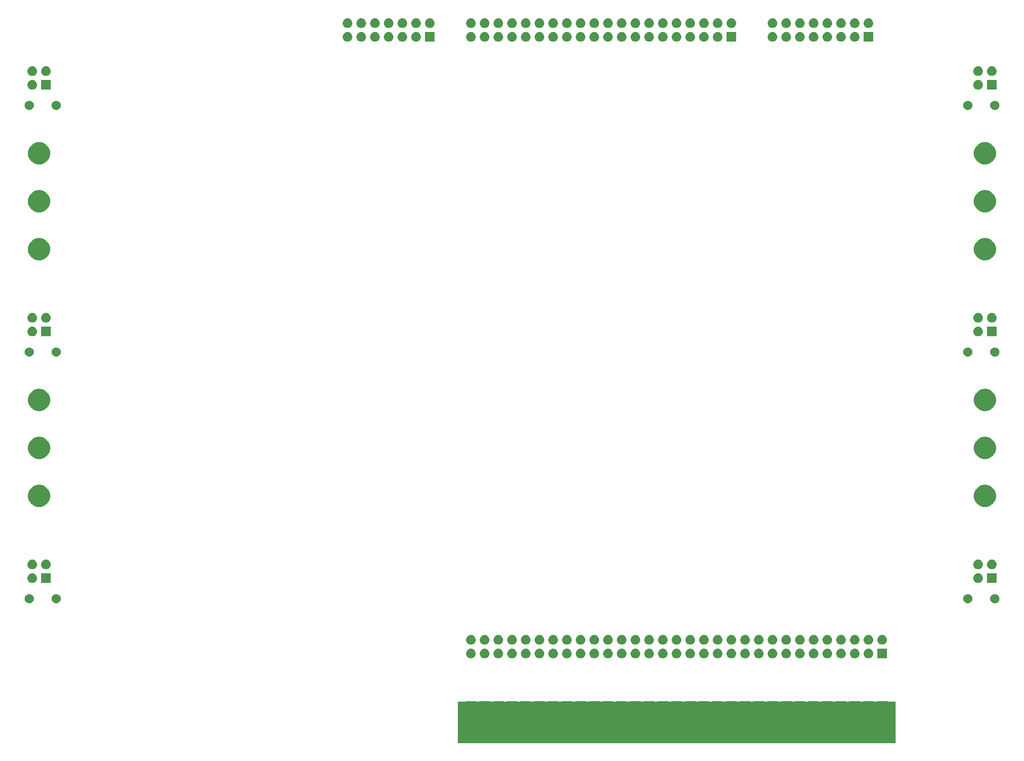
<source format=gts>
G04 #@! TF.GenerationSoftware,KiCad,Pcbnew,(5.1.4)-1*
G04 #@! TF.CreationDate,2023-01-29T13:09:46+10:30*
G04 #@! TF.ProjectId,ISA_Bread_Board_v1-1,4953415f-4272-4656-9164-5f426f617264,1*
G04 #@! TF.SameCoordinates,Original*
G04 #@! TF.FileFunction,Soldermask,Top*
G04 #@! TF.FilePolarity,Negative*
%FSLAX46Y46*%
G04 Gerber Fmt 4.6, Leading zero omitted, Abs format (unit mm)*
G04 Created by KiCad (PCBNEW (5.1.4)-1) date 2023-01-29 13:09:46*
%MOMM*%
%LPD*%
G04 APERTURE LIST*
%ADD10C,0.120000*%
%ADD11C,0.010000*%
%ADD12C,0.100000*%
G04 APERTURE END LIST*
D10*
X205232000Y-207010000D02*
X205232000Y-199390000D01*
D11*
G36*
X205232000Y-199390000D02*
G01*
X286258000Y-199390000D01*
X286258000Y-207010000D01*
X205232000Y-207010000D01*
X205232000Y-199390000D01*
G37*
X205232000Y-199390000D02*
X286258000Y-199390000D01*
X286258000Y-207010000D01*
X205232000Y-207010000D01*
X205232000Y-199390000D01*
D12*
G36*
X256846000Y-206807000D02*
G01*
X254964000Y-206807000D01*
X254964000Y-199339000D01*
X256846000Y-199339000D01*
X256846000Y-206807000D01*
X256846000Y-206807000D01*
G37*
G36*
X218746000Y-206807000D02*
G01*
X216864000Y-206807000D01*
X216864000Y-199339000D01*
X218746000Y-199339000D01*
X218746000Y-206807000D01*
X218746000Y-206807000D01*
G37*
G36*
X259386000Y-206807000D02*
G01*
X257504000Y-206807000D01*
X257504000Y-199339000D01*
X259386000Y-199339000D01*
X259386000Y-206807000D01*
X259386000Y-206807000D01*
G37*
G36*
X261926000Y-206807000D02*
G01*
X260044000Y-206807000D01*
X260044000Y-199339000D01*
X261926000Y-199339000D01*
X261926000Y-206807000D01*
X261926000Y-206807000D01*
G37*
G36*
X264466000Y-206807000D02*
G01*
X262584000Y-206807000D01*
X262584000Y-199339000D01*
X264466000Y-199339000D01*
X264466000Y-206807000D01*
X264466000Y-206807000D01*
G37*
G36*
X267006000Y-206807000D02*
G01*
X265124000Y-206807000D01*
X265124000Y-199339000D01*
X267006000Y-199339000D01*
X267006000Y-206807000D01*
X267006000Y-206807000D01*
G37*
G36*
X269546000Y-206807000D02*
G01*
X267664000Y-206807000D01*
X267664000Y-199339000D01*
X269546000Y-199339000D01*
X269546000Y-206807000D01*
X269546000Y-206807000D01*
G37*
G36*
X272086000Y-206807000D02*
G01*
X270204000Y-206807000D01*
X270204000Y-199339000D01*
X272086000Y-199339000D01*
X272086000Y-206807000D01*
X272086000Y-206807000D01*
G37*
G36*
X274626000Y-206807000D02*
G01*
X272744000Y-206807000D01*
X272744000Y-199339000D01*
X274626000Y-199339000D01*
X274626000Y-206807000D01*
X274626000Y-206807000D01*
G37*
G36*
X277166000Y-206807000D02*
G01*
X275284000Y-206807000D01*
X275284000Y-199339000D01*
X277166000Y-199339000D01*
X277166000Y-206807000D01*
X277166000Y-206807000D01*
G37*
G36*
X279706000Y-206807000D02*
G01*
X277824000Y-206807000D01*
X277824000Y-199339000D01*
X279706000Y-199339000D01*
X279706000Y-206807000D01*
X279706000Y-206807000D01*
G37*
G36*
X284786000Y-206807000D02*
G01*
X282904000Y-206807000D01*
X282904000Y-199339000D01*
X284786000Y-199339000D01*
X284786000Y-206807000D01*
X284786000Y-206807000D01*
G37*
G36*
X208586000Y-206807000D02*
G01*
X206704000Y-206807000D01*
X206704000Y-199339000D01*
X208586000Y-199339000D01*
X208586000Y-206807000D01*
X208586000Y-206807000D01*
G37*
G36*
X211126000Y-206807000D02*
G01*
X209244000Y-206807000D01*
X209244000Y-199339000D01*
X211126000Y-199339000D01*
X211126000Y-206807000D01*
X211126000Y-206807000D01*
G37*
G36*
X213666000Y-206807000D02*
G01*
X211784000Y-206807000D01*
X211784000Y-199339000D01*
X213666000Y-199339000D01*
X213666000Y-206807000D01*
X213666000Y-206807000D01*
G37*
G36*
X216206000Y-206807000D02*
G01*
X214324000Y-206807000D01*
X214324000Y-199339000D01*
X216206000Y-199339000D01*
X216206000Y-206807000D01*
X216206000Y-206807000D01*
G37*
G36*
X221286000Y-206807000D02*
G01*
X219404000Y-206807000D01*
X219404000Y-199339000D01*
X221286000Y-199339000D01*
X221286000Y-206807000D01*
X221286000Y-206807000D01*
G37*
G36*
X282246000Y-206807000D02*
G01*
X280364000Y-206807000D01*
X280364000Y-199339000D01*
X282246000Y-199339000D01*
X282246000Y-206807000D01*
X282246000Y-206807000D01*
G37*
G36*
X254306000Y-206807000D02*
G01*
X252424000Y-206807000D01*
X252424000Y-199339000D01*
X254306000Y-199339000D01*
X254306000Y-206807000D01*
X254306000Y-206807000D01*
G37*
G36*
X251766000Y-206807000D02*
G01*
X249884000Y-206807000D01*
X249884000Y-199339000D01*
X251766000Y-199339000D01*
X251766000Y-206807000D01*
X251766000Y-206807000D01*
G37*
G36*
X249226000Y-206807000D02*
G01*
X247344000Y-206807000D01*
X247344000Y-199339000D01*
X249226000Y-199339000D01*
X249226000Y-206807000D01*
X249226000Y-206807000D01*
G37*
G36*
X246686000Y-206807000D02*
G01*
X244804000Y-206807000D01*
X244804000Y-199339000D01*
X246686000Y-199339000D01*
X246686000Y-206807000D01*
X246686000Y-206807000D01*
G37*
G36*
X244146000Y-206807000D02*
G01*
X242264000Y-206807000D01*
X242264000Y-199339000D01*
X244146000Y-199339000D01*
X244146000Y-206807000D01*
X244146000Y-206807000D01*
G37*
G36*
X241606000Y-206807000D02*
G01*
X239724000Y-206807000D01*
X239724000Y-199339000D01*
X241606000Y-199339000D01*
X241606000Y-206807000D01*
X241606000Y-206807000D01*
G37*
G36*
X236526000Y-206807000D02*
G01*
X234644000Y-206807000D01*
X234644000Y-199339000D01*
X236526000Y-199339000D01*
X236526000Y-206807000D01*
X236526000Y-206807000D01*
G37*
G36*
X233986000Y-206807000D02*
G01*
X232104000Y-206807000D01*
X232104000Y-199339000D01*
X233986000Y-199339000D01*
X233986000Y-206807000D01*
X233986000Y-206807000D01*
G37*
G36*
X231446000Y-206807000D02*
G01*
X229564000Y-206807000D01*
X229564000Y-199339000D01*
X231446000Y-199339000D01*
X231446000Y-206807000D01*
X231446000Y-206807000D01*
G37*
G36*
X228906000Y-206807000D02*
G01*
X227024000Y-206807000D01*
X227024000Y-199339000D01*
X228906000Y-199339000D01*
X228906000Y-206807000D01*
X228906000Y-206807000D01*
G37*
G36*
X226366000Y-206807000D02*
G01*
X224484000Y-206807000D01*
X224484000Y-199339000D01*
X226366000Y-199339000D01*
X226366000Y-206807000D01*
X226366000Y-206807000D01*
G37*
G36*
X223826000Y-206807000D02*
G01*
X221944000Y-206807000D01*
X221944000Y-199339000D01*
X223826000Y-199339000D01*
X223826000Y-206807000D01*
X223826000Y-206807000D01*
G37*
G36*
X239066000Y-206807000D02*
G01*
X237184000Y-206807000D01*
X237184000Y-199339000D01*
X239066000Y-199339000D01*
X239066000Y-206807000D01*
X239066000Y-206807000D01*
G37*
G36*
X248395442Y-189605518D02*
G01*
X248461627Y-189612037D01*
X248631466Y-189663557D01*
X248787991Y-189747222D01*
X248823729Y-189776552D01*
X248925186Y-189859814D01*
X249008448Y-189961271D01*
X249037778Y-189997009D01*
X249121443Y-190153534D01*
X249172963Y-190323373D01*
X249190359Y-190500000D01*
X249172963Y-190676627D01*
X249121443Y-190846466D01*
X249037778Y-191002991D01*
X249008448Y-191038729D01*
X248925186Y-191140186D01*
X248823729Y-191223448D01*
X248787991Y-191252778D01*
X248631466Y-191336443D01*
X248461627Y-191387963D01*
X248395443Y-191394481D01*
X248329260Y-191401000D01*
X248240740Y-191401000D01*
X248174558Y-191394482D01*
X248108373Y-191387963D01*
X247938534Y-191336443D01*
X247782009Y-191252778D01*
X247746271Y-191223448D01*
X247644814Y-191140186D01*
X247561552Y-191038729D01*
X247532222Y-191002991D01*
X247448557Y-190846466D01*
X247397037Y-190676627D01*
X247379641Y-190500000D01*
X247397037Y-190323373D01*
X247448557Y-190153534D01*
X247532222Y-189997009D01*
X247561552Y-189961271D01*
X247644814Y-189859814D01*
X247746271Y-189776552D01*
X247782009Y-189747222D01*
X247938534Y-189663557D01*
X248108373Y-189612037D01*
X248174558Y-189605518D01*
X248240740Y-189599000D01*
X248329260Y-189599000D01*
X248395442Y-189605518D01*
X248395442Y-189605518D01*
G37*
G36*
X243315442Y-189605518D02*
G01*
X243381627Y-189612037D01*
X243551466Y-189663557D01*
X243707991Y-189747222D01*
X243743729Y-189776552D01*
X243845186Y-189859814D01*
X243928448Y-189961271D01*
X243957778Y-189997009D01*
X244041443Y-190153534D01*
X244092963Y-190323373D01*
X244110359Y-190500000D01*
X244092963Y-190676627D01*
X244041443Y-190846466D01*
X243957778Y-191002991D01*
X243928448Y-191038729D01*
X243845186Y-191140186D01*
X243743729Y-191223448D01*
X243707991Y-191252778D01*
X243551466Y-191336443D01*
X243381627Y-191387963D01*
X243315443Y-191394481D01*
X243249260Y-191401000D01*
X243160740Y-191401000D01*
X243094558Y-191394482D01*
X243028373Y-191387963D01*
X242858534Y-191336443D01*
X242702009Y-191252778D01*
X242666271Y-191223448D01*
X242564814Y-191140186D01*
X242481552Y-191038729D01*
X242452222Y-191002991D01*
X242368557Y-190846466D01*
X242317037Y-190676627D01*
X242299641Y-190500000D01*
X242317037Y-190323373D01*
X242368557Y-190153534D01*
X242452222Y-189997009D01*
X242481552Y-189961271D01*
X242564814Y-189859814D01*
X242666271Y-189776552D01*
X242702009Y-189747222D01*
X242858534Y-189663557D01*
X243028373Y-189612037D01*
X243094558Y-189605518D01*
X243160740Y-189599000D01*
X243249260Y-189599000D01*
X243315442Y-189605518D01*
X243315442Y-189605518D01*
G37*
G36*
X240775442Y-189605518D02*
G01*
X240841627Y-189612037D01*
X241011466Y-189663557D01*
X241167991Y-189747222D01*
X241203729Y-189776552D01*
X241305186Y-189859814D01*
X241388448Y-189961271D01*
X241417778Y-189997009D01*
X241501443Y-190153534D01*
X241552963Y-190323373D01*
X241570359Y-190500000D01*
X241552963Y-190676627D01*
X241501443Y-190846466D01*
X241417778Y-191002991D01*
X241388448Y-191038729D01*
X241305186Y-191140186D01*
X241203729Y-191223448D01*
X241167991Y-191252778D01*
X241011466Y-191336443D01*
X240841627Y-191387963D01*
X240775443Y-191394481D01*
X240709260Y-191401000D01*
X240620740Y-191401000D01*
X240554558Y-191394482D01*
X240488373Y-191387963D01*
X240318534Y-191336443D01*
X240162009Y-191252778D01*
X240126271Y-191223448D01*
X240024814Y-191140186D01*
X239941552Y-191038729D01*
X239912222Y-191002991D01*
X239828557Y-190846466D01*
X239777037Y-190676627D01*
X239759641Y-190500000D01*
X239777037Y-190323373D01*
X239828557Y-190153534D01*
X239912222Y-189997009D01*
X239941552Y-189961271D01*
X240024814Y-189859814D01*
X240126271Y-189776552D01*
X240162009Y-189747222D01*
X240318534Y-189663557D01*
X240488373Y-189612037D01*
X240554558Y-189605518D01*
X240620740Y-189599000D01*
X240709260Y-189599000D01*
X240775442Y-189605518D01*
X240775442Y-189605518D01*
G37*
G36*
X238235442Y-189605518D02*
G01*
X238301627Y-189612037D01*
X238471466Y-189663557D01*
X238627991Y-189747222D01*
X238663729Y-189776552D01*
X238765186Y-189859814D01*
X238848448Y-189961271D01*
X238877778Y-189997009D01*
X238961443Y-190153534D01*
X239012963Y-190323373D01*
X239030359Y-190500000D01*
X239012963Y-190676627D01*
X238961443Y-190846466D01*
X238877778Y-191002991D01*
X238848448Y-191038729D01*
X238765186Y-191140186D01*
X238663729Y-191223448D01*
X238627991Y-191252778D01*
X238471466Y-191336443D01*
X238301627Y-191387963D01*
X238235443Y-191394481D01*
X238169260Y-191401000D01*
X238080740Y-191401000D01*
X238014558Y-191394482D01*
X237948373Y-191387963D01*
X237778534Y-191336443D01*
X237622009Y-191252778D01*
X237586271Y-191223448D01*
X237484814Y-191140186D01*
X237401552Y-191038729D01*
X237372222Y-191002991D01*
X237288557Y-190846466D01*
X237237037Y-190676627D01*
X237219641Y-190500000D01*
X237237037Y-190323373D01*
X237288557Y-190153534D01*
X237372222Y-189997009D01*
X237401552Y-189961271D01*
X237484814Y-189859814D01*
X237586271Y-189776552D01*
X237622009Y-189747222D01*
X237778534Y-189663557D01*
X237948373Y-189612037D01*
X238014558Y-189605518D01*
X238080740Y-189599000D01*
X238169260Y-189599000D01*
X238235442Y-189605518D01*
X238235442Y-189605518D01*
G37*
G36*
X235695442Y-189605518D02*
G01*
X235761627Y-189612037D01*
X235931466Y-189663557D01*
X236087991Y-189747222D01*
X236123729Y-189776552D01*
X236225186Y-189859814D01*
X236308448Y-189961271D01*
X236337778Y-189997009D01*
X236421443Y-190153534D01*
X236472963Y-190323373D01*
X236490359Y-190500000D01*
X236472963Y-190676627D01*
X236421443Y-190846466D01*
X236337778Y-191002991D01*
X236308448Y-191038729D01*
X236225186Y-191140186D01*
X236123729Y-191223448D01*
X236087991Y-191252778D01*
X235931466Y-191336443D01*
X235761627Y-191387963D01*
X235695443Y-191394481D01*
X235629260Y-191401000D01*
X235540740Y-191401000D01*
X235474558Y-191394482D01*
X235408373Y-191387963D01*
X235238534Y-191336443D01*
X235082009Y-191252778D01*
X235046271Y-191223448D01*
X234944814Y-191140186D01*
X234861552Y-191038729D01*
X234832222Y-191002991D01*
X234748557Y-190846466D01*
X234697037Y-190676627D01*
X234679641Y-190500000D01*
X234697037Y-190323373D01*
X234748557Y-190153534D01*
X234832222Y-189997009D01*
X234861552Y-189961271D01*
X234944814Y-189859814D01*
X235046271Y-189776552D01*
X235082009Y-189747222D01*
X235238534Y-189663557D01*
X235408373Y-189612037D01*
X235474558Y-189605518D01*
X235540740Y-189599000D01*
X235629260Y-189599000D01*
X235695442Y-189605518D01*
X235695442Y-189605518D01*
G37*
G36*
X233155442Y-189605518D02*
G01*
X233221627Y-189612037D01*
X233391466Y-189663557D01*
X233547991Y-189747222D01*
X233583729Y-189776552D01*
X233685186Y-189859814D01*
X233768448Y-189961271D01*
X233797778Y-189997009D01*
X233881443Y-190153534D01*
X233932963Y-190323373D01*
X233950359Y-190500000D01*
X233932963Y-190676627D01*
X233881443Y-190846466D01*
X233797778Y-191002991D01*
X233768448Y-191038729D01*
X233685186Y-191140186D01*
X233583729Y-191223448D01*
X233547991Y-191252778D01*
X233391466Y-191336443D01*
X233221627Y-191387963D01*
X233155443Y-191394481D01*
X233089260Y-191401000D01*
X233000740Y-191401000D01*
X232934558Y-191394482D01*
X232868373Y-191387963D01*
X232698534Y-191336443D01*
X232542009Y-191252778D01*
X232506271Y-191223448D01*
X232404814Y-191140186D01*
X232321552Y-191038729D01*
X232292222Y-191002991D01*
X232208557Y-190846466D01*
X232157037Y-190676627D01*
X232139641Y-190500000D01*
X232157037Y-190323373D01*
X232208557Y-190153534D01*
X232292222Y-189997009D01*
X232321552Y-189961271D01*
X232404814Y-189859814D01*
X232506271Y-189776552D01*
X232542009Y-189747222D01*
X232698534Y-189663557D01*
X232868373Y-189612037D01*
X232934558Y-189605518D01*
X233000740Y-189599000D01*
X233089260Y-189599000D01*
X233155442Y-189605518D01*
X233155442Y-189605518D01*
G37*
G36*
X230615442Y-189605518D02*
G01*
X230681627Y-189612037D01*
X230851466Y-189663557D01*
X231007991Y-189747222D01*
X231043729Y-189776552D01*
X231145186Y-189859814D01*
X231228448Y-189961271D01*
X231257778Y-189997009D01*
X231341443Y-190153534D01*
X231392963Y-190323373D01*
X231410359Y-190500000D01*
X231392963Y-190676627D01*
X231341443Y-190846466D01*
X231257778Y-191002991D01*
X231228448Y-191038729D01*
X231145186Y-191140186D01*
X231043729Y-191223448D01*
X231007991Y-191252778D01*
X230851466Y-191336443D01*
X230681627Y-191387963D01*
X230615443Y-191394481D01*
X230549260Y-191401000D01*
X230460740Y-191401000D01*
X230394558Y-191394482D01*
X230328373Y-191387963D01*
X230158534Y-191336443D01*
X230002009Y-191252778D01*
X229966271Y-191223448D01*
X229864814Y-191140186D01*
X229781552Y-191038729D01*
X229752222Y-191002991D01*
X229668557Y-190846466D01*
X229617037Y-190676627D01*
X229599641Y-190500000D01*
X229617037Y-190323373D01*
X229668557Y-190153534D01*
X229752222Y-189997009D01*
X229781552Y-189961271D01*
X229864814Y-189859814D01*
X229966271Y-189776552D01*
X230002009Y-189747222D01*
X230158534Y-189663557D01*
X230328373Y-189612037D01*
X230394558Y-189605518D01*
X230460740Y-189599000D01*
X230549260Y-189599000D01*
X230615442Y-189605518D01*
X230615442Y-189605518D01*
G37*
G36*
X228075442Y-189605518D02*
G01*
X228141627Y-189612037D01*
X228311466Y-189663557D01*
X228467991Y-189747222D01*
X228503729Y-189776552D01*
X228605186Y-189859814D01*
X228688448Y-189961271D01*
X228717778Y-189997009D01*
X228801443Y-190153534D01*
X228852963Y-190323373D01*
X228870359Y-190500000D01*
X228852963Y-190676627D01*
X228801443Y-190846466D01*
X228717778Y-191002991D01*
X228688448Y-191038729D01*
X228605186Y-191140186D01*
X228503729Y-191223448D01*
X228467991Y-191252778D01*
X228311466Y-191336443D01*
X228141627Y-191387963D01*
X228075443Y-191394481D01*
X228009260Y-191401000D01*
X227920740Y-191401000D01*
X227854558Y-191394482D01*
X227788373Y-191387963D01*
X227618534Y-191336443D01*
X227462009Y-191252778D01*
X227426271Y-191223448D01*
X227324814Y-191140186D01*
X227241552Y-191038729D01*
X227212222Y-191002991D01*
X227128557Y-190846466D01*
X227077037Y-190676627D01*
X227059641Y-190500000D01*
X227077037Y-190323373D01*
X227128557Y-190153534D01*
X227212222Y-189997009D01*
X227241552Y-189961271D01*
X227324814Y-189859814D01*
X227426271Y-189776552D01*
X227462009Y-189747222D01*
X227618534Y-189663557D01*
X227788373Y-189612037D01*
X227854558Y-189605518D01*
X227920740Y-189599000D01*
X228009260Y-189599000D01*
X228075442Y-189605518D01*
X228075442Y-189605518D01*
G37*
G36*
X225535442Y-189605518D02*
G01*
X225601627Y-189612037D01*
X225771466Y-189663557D01*
X225927991Y-189747222D01*
X225963729Y-189776552D01*
X226065186Y-189859814D01*
X226148448Y-189961271D01*
X226177778Y-189997009D01*
X226261443Y-190153534D01*
X226312963Y-190323373D01*
X226330359Y-190500000D01*
X226312963Y-190676627D01*
X226261443Y-190846466D01*
X226177778Y-191002991D01*
X226148448Y-191038729D01*
X226065186Y-191140186D01*
X225963729Y-191223448D01*
X225927991Y-191252778D01*
X225771466Y-191336443D01*
X225601627Y-191387963D01*
X225535443Y-191394481D01*
X225469260Y-191401000D01*
X225380740Y-191401000D01*
X225314558Y-191394482D01*
X225248373Y-191387963D01*
X225078534Y-191336443D01*
X224922009Y-191252778D01*
X224886271Y-191223448D01*
X224784814Y-191140186D01*
X224701552Y-191038729D01*
X224672222Y-191002991D01*
X224588557Y-190846466D01*
X224537037Y-190676627D01*
X224519641Y-190500000D01*
X224537037Y-190323373D01*
X224588557Y-190153534D01*
X224672222Y-189997009D01*
X224701552Y-189961271D01*
X224784814Y-189859814D01*
X224886271Y-189776552D01*
X224922009Y-189747222D01*
X225078534Y-189663557D01*
X225248373Y-189612037D01*
X225314558Y-189605518D01*
X225380740Y-189599000D01*
X225469260Y-189599000D01*
X225535442Y-189605518D01*
X225535442Y-189605518D01*
G37*
G36*
X222995442Y-189605518D02*
G01*
X223061627Y-189612037D01*
X223231466Y-189663557D01*
X223387991Y-189747222D01*
X223423729Y-189776552D01*
X223525186Y-189859814D01*
X223608448Y-189961271D01*
X223637778Y-189997009D01*
X223721443Y-190153534D01*
X223772963Y-190323373D01*
X223790359Y-190500000D01*
X223772963Y-190676627D01*
X223721443Y-190846466D01*
X223637778Y-191002991D01*
X223608448Y-191038729D01*
X223525186Y-191140186D01*
X223423729Y-191223448D01*
X223387991Y-191252778D01*
X223231466Y-191336443D01*
X223061627Y-191387963D01*
X222995443Y-191394481D01*
X222929260Y-191401000D01*
X222840740Y-191401000D01*
X222774558Y-191394482D01*
X222708373Y-191387963D01*
X222538534Y-191336443D01*
X222382009Y-191252778D01*
X222346271Y-191223448D01*
X222244814Y-191140186D01*
X222161552Y-191038729D01*
X222132222Y-191002991D01*
X222048557Y-190846466D01*
X221997037Y-190676627D01*
X221979641Y-190500000D01*
X221997037Y-190323373D01*
X222048557Y-190153534D01*
X222132222Y-189997009D01*
X222161552Y-189961271D01*
X222244814Y-189859814D01*
X222346271Y-189776552D01*
X222382009Y-189747222D01*
X222538534Y-189663557D01*
X222708373Y-189612037D01*
X222774558Y-189605518D01*
X222840740Y-189599000D01*
X222929260Y-189599000D01*
X222995442Y-189605518D01*
X222995442Y-189605518D01*
G37*
G36*
X220455442Y-189605518D02*
G01*
X220521627Y-189612037D01*
X220691466Y-189663557D01*
X220847991Y-189747222D01*
X220883729Y-189776552D01*
X220985186Y-189859814D01*
X221068448Y-189961271D01*
X221097778Y-189997009D01*
X221181443Y-190153534D01*
X221232963Y-190323373D01*
X221250359Y-190500000D01*
X221232963Y-190676627D01*
X221181443Y-190846466D01*
X221097778Y-191002991D01*
X221068448Y-191038729D01*
X220985186Y-191140186D01*
X220883729Y-191223448D01*
X220847991Y-191252778D01*
X220691466Y-191336443D01*
X220521627Y-191387963D01*
X220455443Y-191394481D01*
X220389260Y-191401000D01*
X220300740Y-191401000D01*
X220234558Y-191394482D01*
X220168373Y-191387963D01*
X219998534Y-191336443D01*
X219842009Y-191252778D01*
X219806271Y-191223448D01*
X219704814Y-191140186D01*
X219621552Y-191038729D01*
X219592222Y-191002991D01*
X219508557Y-190846466D01*
X219457037Y-190676627D01*
X219439641Y-190500000D01*
X219457037Y-190323373D01*
X219508557Y-190153534D01*
X219592222Y-189997009D01*
X219621552Y-189961271D01*
X219704814Y-189859814D01*
X219806271Y-189776552D01*
X219842009Y-189747222D01*
X219998534Y-189663557D01*
X220168373Y-189612037D01*
X220234558Y-189605518D01*
X220300740Y-189599000D01*
X220389260Y-189599000D01*
X220455442Y-189605518D01*
X220455442Y-189605518D01*
G37*
G36*
X217915442Y-189605518D02*
G01*
X217981627Y-189612037D01*
X218151466Y-189663557D01*
X218307991Y-189747222D01*
X218343729Y-189776552D01*
X218445186Y-189859814D01*
X218528448Y-189961271D01*
X218557778Y-189997009D01*
X218641443Y-190153534D01*
X218692963Y-190323373D01*
X218710359Y-190500000D01*
X218692963Y-190676627D01*
X218641443Y-190846466D01*
X218557778Y-191002991D01*
X218528448Y-191038729D01*
X218445186Y-191140186D01*
X218343729Y-191223448D01*
X218307991Y-191252778D01*
X218151466Y-191336443D01*
X217981627Y-191387963D01*
X217915443Y-191394481D01*
X217849260Y-191401000D01*
X217760740Y-191401000D01*
X217694558Y-191394482D01*
X217628373Y-191387963D01*
X217458534Y-191336443D01*
X217302009Y-191252778D01*
X217266271Y-191223448D01*
X217164814Y-191140186D01*
X217081552Y-191038729D01*
X217052222Y-191002991D01*
X216968557Y-190846466D01*
X216917037Y-190676627D01*
X216899641Y-190500000D01*
X216917037Y-190323373D01*
X216968557Y-190153534D01*
X217052222Y-189997009D01*
X217081552Y-189961271D01*
X217164814Y-189859814D01*
X217266271Y-189776552D01*
X217302009Y-189747222D01*
X217458534Y-189663557D01*
X217628373Y-189612037D01*
X217694558Y-189605518D01*
X217760740Y-189599000D01*
X217849260Y-189599000D01*
X217915442Y-189605518D01*
X217915442Y-189605518D01*
G37*
G36*
X215375442Y-189605518D02*
G01*
X215441627Y-189612037D01*
X215611466Y-189663557D01*
X215767991Y-189747222D01*
X215803729Y-189776552D01*
X215905186Y-189859814D01*
X215988448Y-189961271D01*
X216017778Y-189997009D01*
X216101443Y-190153534D01*
X216152963Y-190323373D01*
X216170359Y-190500000D01*
X216152963Y-190676627D01*
X216101443Y-190846466D01*
X216017778Y-191002991D01*
X215988448Y-191038729D01*
X215905186Y-191140186D01*
X215803729Y-191223448D01*
X215767991Y-191252778D01*
X215611466Y-191336443D01*
X215441627Y-191387963D01*
X215375443Y-191394481D01*
X215309260Y-191401000D01*
X215220740Y-191401000D01*
X215154558Y-191394482D01*
X215088373Y-191387963D01*
X214918534Y-191336443D01*
X214762009Y-191252778D01*
X214726271Y-191223448D01*
X214624814Y-191140186D01*
X214541552Y-191038729D01*
X214512222Y-191002991D01*
X214428557Y-190846466D01*
X214377037Y-190676627D01*
X214359641Y-190500000D01*
X214377037Y-190323373D01*
X214428557Y-190153534D01*
X214512222Y-189997009D01*
X214541552Y-189961271D01*
X214624814Y-189859814D01*
X214726271Y-189776552D01*
X214762009Y-189747222D01*
X214918534Y-189663557D01*
X215088373Y-189612037D01*
X215154558Y-189605518D01*
X215220740Y-189599000D01*
X215309260Y-189599000D01*
X215375442Y-189605518D01*
X215375442Y-189605518D01*
G37*
G36*
X212835442Y-189605518D02*
G01*
X212901627Y-189612037D01*
X213071466Y-189663557D01*
X213227991Y-189747222D01*
X213263729Y-189776552D01*
X213365186Y-189859814D01*
X213448448Y-189961271D01*
X213477778Y-189997009D01*
X213561443Y-190153534D01*
X213612963Y-190323373D01*
X213630359Y-190500000D01*
X213612963Y-190676627D01*
X213561443Y-190846466D01*
X213477778Y-191002991D01*
X213448448Y-191038729D01*
X213365186Y-191140186D01*
X213263729Y-191223448D01*
X213227991Y-191252778D01*
X213071466Y-191336443D01*
X212901627Y-191387963D01*
X212835443Y-191394481D01*
X212769260Y-191401000D01*
X212680740Y-191401000D01*
X212614558Y-191394482D01*
X212548373Y-191387963D01*
X212378534Y-191336443D01*
X212222009Y-191252778D01*
X212186271Y-191223448D01*
X212084814Y-191140186D01*
X212001552Y-191038729D01*
X211972222Y-191002991D01*
X211888557Y-190846466D01*
X211837037Y-190676627D01*
X211819641Y-190500000D01*
X211837037Y-190323373D01*
X211888557Y-190153534D01*
X211972222Y-189997009D01*
X212001552Y-189961271D01*
X212084814Y-189859814D01*
X212186271Y-189776552D01*
X212222009Y-189747222D01*
X212378534Y-189663557D01*
X212548373Y-189612037D01*
X212614558Y-189605518D01*
X212680740Y-189599000D01*
X212769260Y-189599000D01*
X212835442Y-189605518D01*
X212835442Y-189605518D01*
G37*
G36*
X210295442Y-189605518D02*
G01*
X210361627Y-189612037D01*
X210531466Y-189663557D01*
X210687991Y-189747222D01*
X210723729Y-189776552D01*
X210825186Y-189859814D01*
X210908448Y-189961271D01*
X210937778Y-189997009D01*
X211021443Y-190153534D01*
X211072963Y-190323373D01*
X211090359Y-190500000D01*
X211072963Y-190676627D01*
X211021443Y-190846466D01*
X210937778Y-191002991D01*
X210908448Y-191038729D01*
X210825186Y-191140186D01*
X210723729Y-191223448D01*
X210687991Y-191252778D01*
X210531466Y-191336443D01*
X210361627Y-191387963D01*
X210295443Y-191394481D01*
X210229260Y-191401000D01*
X210140740Y-191401000D01*
X210074558Y-191394482D01*
X210008373Y-191387963D01*
X209838534Y-191336443D01*
X209682009Y-191252778D01*
X209646271Y-191223448D01*
X209544814Y-191140186D01*
X209461552Y-191038729D01*
X209432222Y-191002991D01*
X209348557Y-190846466D01*
X209297037Y-190676627D01*
X209279641Y-190500000D01*
X209297037Y-190323373D01*
X209348557Y-190153534D01*
X209432222Y-189997009D01*
X209461552Y-189961271D01*
X209544814Y-189859814D01*
X209646271Y-189776552D01*
X209682009Y-189747222D01*
X209838534Y-189663557D01*
X210008373Y-189612037D01*
X210074558Y-189605518D01*
X210140740Y-189599000D01*
X210229260Y-189599000D01*
X210295442Y-189605518D01*
X210295442Y-189605518D01*
G37*
G36*
X253475442Y-189605518D02*
G01*
X253541627Y-189612037D01*
X253711466Y-189663557D01*
X253867991Y-189747222D01*
X253903729Y-189776552D01*
X254005186Y-189859814D01*
X254088448Y-189961271D01*
X254117778Y-189997009D01*
X254201443Y-190153534D01*
X254252963Y-190323373D01*
X254270359Y-190500000D01*
X254252963Y-190676627D01*
X254201443Y-190846466D01*
X254117778Y-191002991D01*
X254088448Y-191038729D01*
X254005186Y-191140186D01*
X253903729Y-191223448D01*
X253867991Y-191252778D01*
X253711466Y-191336443D01*
X253541627Y-191387963D01*
X253475443Y-191394481D01*
X253409260Y-191401000D01*
X253320740Y-191401000D01*
X253254558Y-191394482D01*
X253188373Y-191387963D01*
X253018534Y-191336443D01*
X252862009Y-191252778D01*
X252826271Y-191223448D01*
X252724814Y-191140186D01*
X252641552Y-191038729D01*
X252612222Y-191002991D01*
X252528557Y-190846466D01*
X252477037Y-190676627D01*
X252459641Y-190500000D01*
X252477037Y-190323373D01*
X252528557Y-190153534D01*
X252612222Y-189997009D01*
X252641552Y-189961271D01*
X252724814Y-189859814D01*
X252826271Y-189776552D01*
X252862009Y-189747222D01*
X253018534Y-189663557D01*
X253188373Y-189612037D01*
X253254558Y-189605518D01*
X253320740Y-189599000D01*
X253409260Y-189599000D01*
X253475442Y-189605518D01*
X253475442Y-189605518D01*
G37*
G36*
X250935442Y-189605518D02*
G01*
X251001627Y-189612037D01*
X251171466Y-189663557D01*
X251327991Y-189747222D01*
X251363729Y-189776552D01*
X251465186Y-189859814D01*
X251548448Y-189961271D01*
X251577778Y-189997009D01*
X251661443Y-190153534D01*
X251712963Y-190323373D01*
X251730359Y-190500000D01*
X251712963Y-190676627D01*
X251661443Y-190846466D01*
X251577778Y-191002991D01*
X251548448Y-191038729D01*
X251465186Y-191140186D01*
X251363729Y-191223448D01*
X251327991Y-191252778D01*
X251171466Y-191336443D01*
X251001627Y-191387963D01*
X250935443Y-191394481D01*
X250869260Y-191401000D01*
X250780740Y-191401000D01*
X250714558Y-191394482D01*
X250648373Y-191387963D01*
X250478534Y-191336443D01*
X250322009Y-191252778D01*
X250286271Y-191223448D01*
X250184814Y-191140186D01*
X250101552Y-191038729D01*
X250072222Y-191002991D01*
X249988557Y-190846466D01*
X249937037Y-190676627D01*
X249919641Y-190500000D01*
X249937037Y-190323373D01*
X249988557Y-190153534D01*
X250072222Y-189997009D01*
X250101552Y-189961271D01*
X250184814Y-189859814D01*
X250286271Y-189776552D01*
X250322009Y-189747222D01*
X250478534Y-189663557D01*
X250648373Y-189612037D01*
X250714558Y-189605518D01*
X250780740Y-189599000D01*
X250869260Y-189599000D01*
X250935442Y-189605518D01*
X250935442Y-189605518D01*
G37*
G36*
X207755442Y-189605518D02*
G01*
X207821627Y-189612037D01*
X207991466Y-189663557D01*
X208147991Y-189747222D01*
X208183729Y-189776552D01*
X208285186Y-189859814D01*
X208368448Y-189961271D01*
X208397778Y-189997009D01*
X208481443Y-190153534D01*
X208532963Y-190323373D01*
X208550359Y-190500000D01*
X208532963Y-190676627D01*
X208481443Y-190846466D01*
X208397778Y-191002991D01*
X208368448Y-191038729D01*
X208285186Y-191140186D01*
X208183729Y-191223448D01*
X208147991Y-191252778D01*
X207991466Y-191336443D01*
X207821627Y-191387963D01*
X207755443Y-191394481D01*
X207689260Y-191401000D01*
X207600740Y-191401000D01*
X207534558Y-191394482D01*
X207468373Y-191387963D01*
X207298534Y-191336443D01*
X207142009Y-191252778D01*
X207106271Y-191223448D01*
X207004814Y-191140186D01*
X206921552Y-191038729D01*
X206892222Y-191002991D01*
X206808557Y-190846466D01*
X206757037Y-190676627D01*
X206739641Y-190500000D01*
X206757037Y-190323373D01*
X206808557Y-190153534D01*
X206892222Y-189997009D01*
X206921552Y-189961271D01*
X207004814Y-189859814D01*
X207106271Y-189776552D01*
X207142009Y-189747222D01*
X207298534Y-189663557D01*
X207468373Y-189612037D01*
X207534558Y-189605518D01*
X207600740Y-189599000D01*
X207689260Y-189599000D01*
X207755442Y-189605518D01*
X207755442Y-189605518D01*
G37*
G36*
X284746000Y-191401000D02*
G01*
X282944000Y-191401000D01*
X282944000Y-189599000D01*
X284746000Y-189599000D01*
X284746000Y-191401000D01*
X284746000Y-191401000D01*
G37*
G36*
X245855442Y-189605518D02*
G01*
X245921627Y-189612037D01*
X246091466Y-189663557D01*
X246247991Y-189747222D01*
X246283729Y-189776552D01*
X246385186Y-189859814D01*
X246468448Y-189961271D01*
X246497778Y-189997009D01*
X246581443Y-190153534D01*
X246632963Y-190323373D01*
X246650359Y-190500000D01*
X246632963Y-190676627D01*
X246581443Y-190846466D01*
X246497778Y-191002991D01*
X246468448Y-191038729D01*
X246385186Y-191140186D01*
X246283729Y-191223448D01*
X246247991Y-191252778D01*
X246091466Y-191336443D01*
X245921627Y-191387963D01*
X245855443Y-191394481D01*
X245789260Y-191401000D01*
X245700740Y-191401000D01*
X245634558Y-191394482D01*
X245568373Y-191387963D01*
X245398534Y-191336443D01*
X245242009Y-191252778D01*
X245206271Y-191223448D01*
X245104814Y-191140186D01*
X245021552Y-191038729D01*
X244992222Y-191002991D01*
X244908557Y-190846466D01*
X244857037Y-190676627D01*
X244839641Y-190500000D01*
X244857037Y-190323373D01*
X244908557Y-190153534D01*
X244992222Y-189997009D01*
X245021552Y-189961271D01*
X245104814Y-189859814D01*
X245206271Y-189776552D01*
X245242009Y-189747222D01*
X245398534Y-189663557D01*
X245568373Y-189612037D01*
X245634558Y-189605518D01*
X245700740Y-189599000D01*
X245789260Y-189599000D01*
X245855442Y-189605518D01*
X245855442Y-189605518D01*
G37*
G36*
X281415442Y-189605518D02*
G01*
X281481627Y-189612037D01*
X281651466Y-189663557D01*
X281807991Y-189747222D01*
X281843729Y-189776552D01*
X281945186Y-189859814D01*
X282028448Y-189961271D01*
X282057778Y-189997009D01*
X282141443Y-190153534D01*
X282192963Y-190323373D01*
X282210359Y-190500000D01*
X282192963Y-190676627D01*
X282141443Y-190846466D01*
X282057778Y-191002991D01*
X282028448Y-191038729D01*
X281945186Y-191140186D01*
X281843729Y-191223448D01*
X281807991Y-191252778D01*
X281651466Y-191336443D01*
X281481627Y-191387963D01*
X281415443Y-191394481D01*
X281349260Y-191401000D01*
X281260740Y-191401000D01*
X281194558Y-191394482D01*
X281128373Y-191387963D01*
X280958534Y-191336443D01*
X280802009Y-191252778D01*
X280766271Y-191223448D01*
X280664814Y-191140186D01*
X280581552Y-191038729D01*
X280552222Y-191002991D01*
X280468557Y-190846466D01*
X280417037Y-190676627D01*
X280399641Y-190500000D01*
X280417037Y-190323373D01*
X280468557Y-190153534D01*
X280552222Y-189997009D01*
X280581552Y-189961271D01*
X280664814Y-189859814D01*
X280766271Y-189776552D01*
X280802009Y-189747222D01*
X280958534Y-189663557D01*
X281128373Y-189612037D01*
X281194558Y-189605518D01*
X281260740Y-189599000D01*
X281349260Y-189599000D01*
X281415442Y-189605518D01*
X281415442Y-189605518D01*
G37*
G36*
X278875442Y-189605518D02*
G01*
X278941627Y-189612037D01*
X279111466Y-189663557D01*
X279267991Y-189747222D01*
X279303729Y-189776552D01*
X279405186Y-189859814D01*
X279488448Y-189961271D01*
X279517778Y-189997009D01*
X279601443Y-190153534D01*
X279652963Y-190323373D01*
X279670359Y-190500000D01*
X279652963Y-190676627D01*
X279601443Y-190846466D01*
X279517778Y-191002991D01*
X279488448Y-191038729D01*
X279405186Y-191140186D01*
X279303729Y-191223448D01*
X279267991Y-191252778D01*
X279111466Y-191336443D01*
X278941627Y-191387963D01*
X278875443Y-191394481D01*
X278809260Y-191401000D01*
X278720740Y-191401000D01*
X278654558Y-191394482D01*
X278588373Y-191387963D01*
X278418534Y-191336443D01*
X278262009Y-191252778D01*
X278226271Y-191223448D01*
X278124814Y-191140186D01*
X278041552Y-191038729D01*
X278012222Y-191002991D01*
X277928557Y-190846466D01*
X277877037Y-190676627D01*
X277859641Y-190500000D01*
X277877037Y-190323373D01*
X277928557Y-190153534D01*
X278012222Y-189997009D01*
X278041552Y-189961271D01*
X278124814Y-189859814D01*
X278226271Y-189776552D01*
X278262009Y-189747222D01*
X278418534Y-189663557D01*
X278588373Y-189612037D01*
X278654558Y-189605518D01*
X278720740Y-189599000D01*
X278809260Y-189599000D01*
X278875442Y-189605518D01*
X278875442Y-189605518D01*
G37*
G36*
X276335442Y-189605518D02*
G01*
X276401627Y-189612037D01*
X276571466Y-189663557D01*
X276727991Y-189747222D01*
X276763729Y-189776552D01*
X276865186Y-189859814D01*
X276948448Y-189961271D01*
X276977778Y-189997009D01*
X277061443Y-190153534D01*
X277112963Y-190323373D01*
X277130359Y-190500000D01*
X277112963Y-190676627D01*
X277061443Y-190846466D01*
X276977778Y-191002991D01*
X276948448Y-191038729D01*
X276865186Y-191140186D01*
X276763729Y-191223448D01*
X276727991Y-191252778D01*
X276571466Y-191336443D01*
X276401627Y-191387963D01*
X276335443Y-191394481D01*
X276269260Y-191401000D01*
X276180740Y-191401000D01*
X276114558Y-191394482D01*
X276048373Y-191387963D01*
X275878534Y-191336443D01*
X275722009Y-191252778D01*
X275686271Y-191223448D01*
X275584814Y-191140186D01*
X275501552Y-191038729D01*
X275472222Y-191002991D01*
X275388557Y-190846466D01*
X275337037Y-190676627D01*
X275319641Y-190500000D01*
X275337037Y-190323373D01*
X275388557Y-190153534D01*
X275472222Y-189997009D01*
X275501552Y-189961271D01*
X275584814Y-189859814D01*
X275686271Y-189776552D01*
X275722009Y-189747222D01*
X275878534Y-189663557D01*
X276048373Y-189612037D01*
X276114558Y-189605518D01*
X276180740Y-189599000D01*
X276269260Y-189599000D01*
X276335442Y-189605518D01*
X276335442Y-189605518D01*
G37*
G36*
X273795442Y-189605518D02*
G01*
X273861627Y-189612037D01*
X274031466Y-189663557D01*
X274187991Y-189747222D01*
X274223729Y-189776552D01*
X274325186Y-189859814D01*
X274408448Y-189961271D01*
X274437778Y-189997009D01*
X274521443Y-190153534D01*
X274572963Y-190323373D01*
X274590359Y-190500000D01*
X274572963Y-190676627D01*
X274521443Y-190846466D01*
X274437778Y-191002991D01*
X274408448Y-191038729D01*
X274325186Y-191140186D01*
X274223729Y-191223448D01*
X274187991Y-191252778D01*
X274031466Y-191336443D01*
X273861627Y-191387963D01*
X273795443Y-191394481D01*
X273729260Y-191401000D01*
X273640740Y-191401000D01*
X273574558Y-191394482D01*
X273508373Y-191387963D01*
X273338534Y-191336443D01*
X273182009Y-191252778D01*
X273146271Y-191223448D01*
X273044814Y-191140186D01*
X272961552Y-191038729D01*
X272932222Y-191002991D01*
X272848557Y-190846466D01*
X272797037Y-190676627D01*
X272779641Y-190500000D01*
X272797037Y-190323373D01*
X272848557Y-190153534D01*
X272932222Y-189997009D01*
X272961552Y-189961271D01*
X273044814Y-189859814D01*
X273146271Y-189776552D01*
X273182009Y-189747222D01*
X273338534Y-189663557D01*
X273508373Y-189612037D01*
X273574558Y-189605518D01*
X273640740Y-189599000D01*
X273729260Y-189599000D01*
X273795442Y-189605518D01*
X273795442Y-189605518D01*
G37*
G36*
X271255442Y-189605518D02*
G01*
X271321627Y-189612037D01*
X271491466Y-189663557D01*
X271647991Y-189747222D01*
X271683729Y-189776552D01*
X271785186Y-189859814D01*
X271868448Y-189961271D01*
X271897778Y-189997009D01*
X271981443Y-190153534D01*
X272032963Y-190323373D01*
X272050359Y-190500000D01*
X272032963Y-190676627D01*
X271981443Y-190846466D01*
X271897778Y-191002991D01*
X271868448Y-191038729D01*
X271785186Y-191140186D01*
X271683729Y-191223448D01*
X271647991Y-191252778D01*
X271491466Y-191336443D01*
X271321627Y-191387963D01*
X271255443Y-191394481D01*
X271189260Y-191401000D01*
X271100740Y-191401000D01*
X271034558Y-191394482D01*
X270968373Y-191387963D01*
X270798534Y-191336443D01*
X270642009Y-191252778D01*
X270606271Y-191223448D01*
X270504814Y-191140186D01*
X270421552Y-191038729D01*
X270392222Y-191002991D01*
X270308557Y-190846466D01*
X270257037Y-190676627D01*
X270239641Y-190500000D01*
X270257037Y-190323373D01*
X270308557Y-190153534D01*
X270392222Y-189997009D01*
X270421552Y-189961271D01*
X270504814Y-189859814D01*
X270606271Y-189776552D01*
X270642009Y-189747222D01*
X270798534Y-189663557D01*
X270968373Y-189612037D01*
X271034558Y-189605518D01*
X271100740Y-189599000D01*
X271189260Y-189599000D01*
X271255442Y-189605518D01*
X271255442Y-189605518D01*
G37*
G36*
X268715442Y-189605518D02*
G01*
X268781627Y-189612037D01*
X268951466Y-189663557D01*
X269107991Y-189747222D01*
X269143729Y-189776552D01*
X269245186Y-189859814D01*
X269328448Y-189961271D01*
X269357778Y-189997009D01*
X269441443Y-190153534D01*
X269492963Y-190323373D01*
X269510359Y-190500000D01*
X269492963Y-190676627D01*
X269441443Y-190846466D01*
X269357778Y-191002991D01*
X269328448Y-191038729D01*
X269245186Y-191140186D01*
X269143729Y-191223448D01*
X269107991Y-191252778D01*
X268951466Y-191336443D01*
X268781627Y-191387963D01*
X268715443Y-191394481D01*
X268649260Y-191401000D01*
X268560740Y-191401000D01*
X268494558Y-191394482D01*
X268428373Y-191387963D01*
X268258534Y-191336443D01*
X268102009Y-191252778D01*
X268066271Y-191223448D01*
X267964814Y-191140186D01*
X267881552Y-191038729D01*
X267852222Y-191002991D01*
X267768557Y-190846466D01*
X267717037Y-190676627D01*
X267699641Y-190500000D01*
X267717037Y-190323373D01*
X267768557Y-190153534D01*
X267852222Y-189997009D01*
X267881552Y-189961271D01*
X267964814Y-189859814D01*
X268066271Y-189776552D01*
X268102009Y-189747222D01*
X268258534Y-189663557D01*
X268428373Y-189612037D01*
X268494558Y-189605518D01*
X268560740Y-189599000D01*
X268649260Y-189599000D01*
X268715442Y-189605518D01*
X268715442Y-189605518D01*
G37*
G36*
X266175442Y-189605518D02*
G01*
X266241627Y-189612037D01*
X266411466Y-189663557D01*
X266567991Y-189747222D01*
X266603729Y-189776552D01*
X266705186Y-189859814D01*
X266788448Y-189961271D01*
X266817778Y-189997009D01*
X266901443Y-190153534D01*
X266952963Y-190323373D01*
X266970359Y-190500000D01*
X266952963Y-190676627D01*
X266901443Y-190846466D01*
X266817778Y-191002991D01*
X266788448Y-191038729D01*
X266705186Y-191140186D01*
X266603729Y-191223448D01*
X266567991Y-191252778D01*
X266411466Y-191336443D01*
X266241627Y-191387963D01*
X266175443Y-191394481D01*
X266109260Y-191401000D01*
X266020740Y-191401000D01*
X265954558Y-191394482D01*
X265888373Y-191387963D01*
X265718534Y-191336443D01*
X265562009Y-191252778D01*
X265526271Y-191223448D01*
X265424814Y-191140186D01*
X265341552Y-191038729D01*
X265312222Y-191002991D01*
X265228557Y-190846466D01*
X265177037Y-190676627D01*
X265159641Y-190500000D01*
X265177037Y-190323373D01*
X265228557Y-190153534D01*
X265312222Y-189997009D01*
X265341552Y-189961271D01*
X265424814Y-189859814D01*
X265526271Y-189776552D01*
X265562009Y-189747222D01*
X265718534Y-189663557D01*
X265888373Y-189612037D01*
X265954558Y-189605518D01*
X266020740Y-189599000D01*
X266109260Y-189599000D01*
X266175442Y-189605518D01*
X266175442Y-189605518D01*
G37*
G36*
X263635442Y-189605518D02*
G01*
X263701627Y-189612037D01*
X263871466Y-189663557D01*
X264027991Y-189747222D01*
X264063729Y-189776552D01*
X264165186Y-189859814D01*
X264248448Y-189961271D01*
X264277778Y-189997009D01*
X264361443Y-190153534D01*
X264412963Y-190323373D01*
X264430359Y-190500000D01*
X264412963Y-190676627D01*
X264361443Y-190846466D01*
X264277778Y-191002991D01*
X264248448Y-191038729D01*
X264165186Y-191140186D01*
X264063729Y-191223448D01*
X264027991Y-191252778D01*
X263871466Y-191336443D01*
X263701627Y-191387963D01*
X263635443Y-191394481D01*
X263569260Y-191401000D01*
X263480740Y-191401000D01*
X263414558Y-191394482D01*
X263348373Y-191387963D01*
X263178534Y-191336443D01*
X263022009Y-191252778D01*
X262986271Y-191223448D01*
X262884814Y-191140186D01*
X262801552Y-191038729D01*
X262772222Y-191002991D01*
X262688557Y-190846466D01*
X262637037Y-190676627D01*
X262619641Y-190500000D01*
X262637037Y-190323373D01*
X262688557Y-190153534D01*
X262772222Y-189997009D01*
X262801552Y-189961271D01*
X262884814Y-189859814D01*
X262986271Y-189776552D01*
X263022009Y-189747222D01*
X263178534Y-189663557D01*
X263348373Y-189612037D01*
X263414558Y-189605518D01*
X263480740Y-189599000D01*
X263569260Y-189599000D01*
X263635442Y-189605518D01*
X263635442Y-189605518D01*
G37*
G36*
X261095442Y-189605518D02*
G01*
X261161627Y-189612037D01*
X261331466Y-189663557D01*
X261487991Y-189747222D01*
X261523729Y-189776552D01*
X261625186Y-189859814D01*
X261708448Y-189961271D01*
X261737778Y-189997009D01*
X261821443Y-190153534D01*
X261872963Y-190323373D01*
X261890359Y-190500000D01*
X261872963Y-190676627D01*
X261821443Y-190846466D01*
X261737778Y-191002991D01*
X261708448Y-191038729D01*
X261625186Y-191140186D01*
X261523729Y-191223448D01*
X261487991Y-191252778D01*
X261331466Y-191336443D01*
X261161627Y-191387963D01*
X261095443Y-191394481D01*
X261029260Y-191401000D01*
X260940740Y-191401000D01*
X260874558Y-191394482D01*
X260808373Y-191387963D01*
X260638534Y-191336443D01*
X260482009Y-191252778D01*
X260446271Y-191223448D01*
X260344814Y-191140186D01*
X260261552Y-191038729D01*
X260232222Y-191002991D01*
X260148557Y-190846466D01*
X260097037Y-190676627D01*
X260079641Y-190500000D01*
X260097037Y-190323373D01*
X260148557Y-190153534D01*
X260232222Y-189997009D01*
X260261552Y-189961271D01*
X260344814Y-189859814D01*
X260446271Y-189776552D01*
X260482009Y-189747222D01*
X260638534Y-189663557D01*
X260808373Y-189612037D01*
X260874558Y-189605518D01*
X260940740Y-189599000D01*
X261029260Y-189599000D01*
X261095442Y-189605518D01*
X261095442Y-189605518D01*
G37*
G36*
X258555442Y-189605518D02*
G01*
X258621627Y-189612037D01*
X258791466Y-189663557D01*
X258947991Y-189747222D01*
X258983729Y-189776552D01*
X259085186Y-189859814D01*
X259168448Y-189961271D01*
X259197778Y-189997009D01*
X259281443Y-190153534D01*
X259332963Y-190323373D01*
X259350359Y-190500000D01*
X259332963Y-190676627D01*
X259281443Y-190846466D01*
X259197778Y-191002991D01*
X259168448Y-191038729D01*
X259085186Y-191140186D01*
X258983729Y-191223448D01*
X258947991Y-191252778D01*
X258791466Y-191336443D01*
X258621627Y-191387963D01*
X258555443Y-191394481D01*
X258489260Y-191401000D01*
X258400740Y-191401000D01*
X258334558Y-191394482D01*
X258268373Y-191387963D01*
X258098534Y-191336443D01*
X257942009Y-191252778D01*
X257906271Y-191223448D01*
X257804814Y-191140186D01*
X257721552Y-191038729D01*
X257692222Y-191002991D01*
X257608557Y-190846466D01*
X257557037Y-190676627D01*
X257539641Y-190500000D01*
X257557037Y-190323373D01*
X257608557Y-190153534D01*
X257692222Y-189997009D01*
X257721552Y-189961271D01*
X257804814Y-189859814D01*
X257906271Y-189776552D01*
X257942009Y-189747222D01*
X258098534Y-189663557D01*
X258268373Y-189612037D01*
X258334558Y-189605518D01*
X258400740Y-189599000D01*
X258489260Y-189599000D01*
X258555442Y-189605518D01*
X258555442Y-189605518D01*
G37*
G36*
X256015442Y-189605518D02*
G01*
X256081627Y-189612037D01*
X256251466Y-189663557D01*
X256407991Y-189747222D01*
X256443729Y-189776552D01*
X256545186Y-189859814D01*
X256628448Y-189961271D01*
X256657778Y-189997009D01*
X256741443Y-190153534D01*
X256792963Y-190323373D01*
X256810359Y-190500000D01*
X256792963Y-190676627D01*
X256741443Y-190846466D01*
X256657778Y-191002991D01*
X256628448Y-191038729D01*
X256545186Y-191140186D01*
X256443729Y-191223448D01*
X256407991Y-191252778D01*
X256251466Y-191336443D01*
X256081627Y-191387963D01*
X256015443Y-191394481D01*
X255949260Y-191401000D01*
X255860740Y-191401000D01*
X255794558Y-191394482D01*
X255728373Y-191387963D01*
X255558534Y-191336443D01*
X255402009Y-191252778D01*
X255366271Y-191223448D01*
X255264814Y-191140186D01*
X255181552Y-191038729D01*
X255152222Y-191002991D01*
X255068557Y-190846466D01*
X255017037Y-190676627D01*
X254999641Y-190500000D01*
X255017037Y-190323373D01*
X255068557Y-190153534D01*
X255152222Y-189997009D01*
X255181552Y-189961271D01*
X255264814Y-189859814D01*
X255366271Y-189776552D01*
X255402009Y-189747222D01*
X255558534Y-189663557D01*
X255728373Y-189612037D01*
X255794558Y-189605518D01*
X255860740Y-189599000D01*
X255949260Y-189599000D01*
X256015442Y-189605518D01*
X256015442Y-189605518D01*
G37*
G36*
X281415443Y-187065519D02*
G01*
X281481627Y-187072037D01*
X281651466Y-187123557D01*
X281807991Y-187207222D01*
X281843729Y-187236552D01*
X281945186Y-187319814D01*
X282028448Y-187421271D01*
X282057778Y-187457009D01*
X282141443Y-187613534D01*
X282192963Y-187783373D01*
X282210359Y-187960000D01*
X282192963Y-188136627D01*
X282141443Y-188306466D01*
X282057778Y-188462991D01*
X282028448Y-188498729D01*
X281945186Y-188600186D01*
X281843729Y-188683448D01*
X281807991Y-188712778D01*
X281651466Y-188796443D01*
X281481627Y-188847963D01*
X281415442Y-188854482D01*
X281349260Y-188861000D01*
X281260740Y-188861000D01*
X281194557Y-188854481D01*
X281128373Y-188847963D01*
X280958534Y-188796443D01*
X280802009Y-188712778D01*
X280766271Y-188683448D01*
X280664814Y-188600186D01*
X280581552Y-188498729D01*
X280552222Y-188462991D01*
X280468557Y-188306466D01*
X280417037Y-188136627D01*
X280399641Y-187960000D01*
X280417037Y-187783373D01*
X280468557Y-187613534D01*
X280552222Y-187457009D01*
X280581552Y-187421271D01*
X280664814Y-187319814D01*
X280766271Y-187236552D01*
X280802009Y-187207222D01*
X280958534Y-187123557D01*
X281128373Y-187072037D01*
X281194557Y-187065519D01*
X281260740Y-187059000D01*
X281349260Y-187059000D01*
X281415443Y-187065519D01*
X281415443Y-187065519D01*
G37*
G36*
X233155443Y-187065519D02*
G01*
X233221627Y-187072037D01*
X233391466Y-187123557D01*
X233547991Y-187207222D01*
X233583729Y-187236552D01*
X233685186Y-187319814D01*
X233768448Y-187421271D01*
X233797778Y-187457009D01*
X233881443Y-187613534D01*
X233932963Y-187783373D01*
X233950359Y-187960000D01*
X233932963Y-188136627D01*
X233881443Y-188306466D01*
X233797778Y-188462991D01*
X233768448Y-188498729D01*
X233685186Y-188600186D01*
X233583729Y-188683448D01*
X233547991Y-188712778D01*
X233391466Y-188796443D01*
X233221627Y-188847963D01*
X233155442Y-188854482D01*
X233089260Y-188861000D01*
X233000740Y-188861000D01*
X232934557Y-188854481D01*
X232868373Y-188847963D01*
X232698534Y-188796443D01*
X232542009Y-188712778D01*
X232506271Y-188683448D01*
X232404814Y-188600186D01*
X232321552Y-188498729D01*
X232292222Y-188462991D01*
X232208557Y-188306466D01*
X232157037Y-188136627D01*
X232139641Y-187960000D01*
X232157037Y-187783373D01*
X232208557Y-187613534D01*
X232292222Y-187457009D01*
X232321552Y-187421271D01*
X232404814Y-187319814D01*
X232506271Y-187236552D01*
X232542009Y-187207222D01*
X232698534Y-187123557D01*
X232868373Y-187072037D01*
X232934557Y-187065519D01*
X233000740Y-187059000D01*
X233089260Y-187059000D01*
X233155443Y-187065519D01*
X233155443Y-187065519D01*
G37*
G36*
X212835443Y-187065519D02*
G01*
X212901627Y-187072037D01*
X213071466Y-187123557D01*
X213227991Y-187207222D01*
X213263729Y-187236552D01*
X213365186Y-187319814D01*
X213448448Y-187421271D01*
X213477778Y-187457009D01*
X213561443Y-187613534D01*
X213612963Y-187783373D01*
X213630359Y-187960000D01*
X213612963Y-188136627D01*
X213561443Y-188306466D01*
X213477778Y-188462991D01*
X213448448Y-188498729D01*
X213365186Y-188600186D01*
X213263729Y-188683448D01*
X213227991Y-188712778D01*
X213071466Y-188796443D01*
X212901627Y-188847963D01*
X212835443Y-188854481D01*
X212769260Y-188861000D01*
X212680740Y-188861000D01*
X212614557Y-188854481D01*
X212548373Y-188847963D01*
X212378534Y-188796443D01*
X212222009Y-188712778D01*
X212186271Y-188683448D01*
X212084814Y-188600186D01*
X212001552Y-188498729D01*
X211972222Y-188462991D01*
X211888557Y-188306466D01*
X211837037Y-188136627D01*
X211819641Y-187960000D01*
X211837037Y-187783373D01*
X211888557Y-187613534D01*
X211972222Y-187457009D01*
X212001552Y-187421271D01*
X212084814Y-187319814D01*
X212186271Y-187236552D01*
X212222009Y-187207222D01*
X212378534Y-187123557D01*
X212548373Y-187072037D01*
X212614557Y-187065519D01*
X212680740Y-187059000D01*
X212769260Y-187059000D01*
X212835443Y-187065519D01*
X212835443Y-187065519D01*
G37*
G36*
X215375443Y-187065519D02*
G01*
X215441627Y-187072037D01*
X215611466Y-187123557D01*
X215767991Y-187207222D01*
X215803729Y-187236552D01*
X215905186Y-187319814D01*
X215988448Y-187421271D01*
X216017778Y-187457009D01*
X216101443Y-187613534D01*
X216152963Y-187783373D01*
X216170359Y-187960000D01*
X216152963Y-188136627D01*
X216101443Y-188306466D01*
X216017778Y-188462991D01*
X215988448Y-188498729D01*
X215905186Y-188600186D01*
X215803729Y-188683448D01*
X215767991Y-188712778D01*
X215611466Y-188796443D01*
X215441627Y-188847963D01*
X215375443Y-188854481D01*
X215309260Y-188861000D01*
X215220740Y-188861000D01*
X215154557Y-188854481D01*
X215088373Y-188847963D01*
X214918534Y-188796443D01*
X214762009Y-188712778D01*
X214726271Y-188683448D01*
X214624814Y-188600186D01*
X214541552Y-188498729D01*
X214512222Y-188462991D01*
X214428557Y-188306466D01*
X214377037Y-188136627D01*
X214359641Y-187960000D01*
X214377037Y-187783373D01*
X214428557Y-187613534D01*
X214512222Y-187457009D01*
X214541552Y-187421271D01*
X214624814Y-187319814D01*
X214726271Y-187236552D01*
X214762009Y-187207222D01*
X214918534Y-187123557D01*
X215088373Y-187072037D01*
X215154557Y-187065519D01*
X215220740Y-187059000D01*
X215309260Y-187059000D01*
X215375443Y-187065519D01*
X215375443Y-187065519D01*
G37*
G36*
X217915443Y-187065519D02*
G01*
X217981627Y-187072037D01*
X218151466Y-187123557D01*
X218307991Y-187207222D01*
X218343729Y-187236552D01*
X218445186Y-187319814D01*
X218528448Y-187421271D01*
X218557778Y-187457009D01*
X218641443Y-187613534D01*
X218692963Y-187783373D01*
X218710359Y-187960000D01*
X218692963Y-188136627D01*
X218641443Y-188306466D01*
X218557778Y-188462991D01*
X218528448Y-188498729D01*
X218445186Y-188600186D01*
X218343729Y-188683448D01*
X218307991Y-188712778D01*
X218151466Y-188796443D01*
X217981627Y-188847963D01*
X217915443Y-188854481D01*
X217849260Y-188861000D01*
X217760740Y-188861000D01*
X217694557Y-188854481D01*
X217628373Y-188847963D01*
X217458534Y-188796443D01*
X217302009Y-188712778D01*
X217266271Y-188683448D01*
X217164814Y-188600186D01*
X217081552Y-188498729D01*
X217052222Y-188462991D01*
X216968557Y-188306466D01*
X216917037Y-188136627D01*
X216899641Y-187960000D01*
X216917037Y-187783373D01*
X216968557Y-187613534D01*
X217052222Y-187457009D01*
X217081552Y-187421271D01*
X217164814Y-187319814D01*
X217266271Y-187236552D01*
X217302009Y-187207222D01*
X217458534Y-187123557D01*
X217628373Y-187072037D01*
X217694557Y-187065519D01*
X217760740Y-187059000D01*
X217849260Y-187059000D01*
X217915443Y-187065519D01*
X217915443Y-187065519D01*
G37*
G36*
X220455443Y-187065519D02*
G01*
X220521627Y-187072037D01*
X220691466Y-187123557D01*
X220847991Y-187207222D01*
X220883729Y-187236552D01*
X220985186Y-187319814D01*
X221068448Y-187421271D01*
X221097778Y-187457009D01*
X221181443Y-187613534D01*
X221232963Y-187783373D01*
X221250359Y-187960000D01*
X221232963Y-188136627D01*
X221181443Y-188306466D01*
X221097778Y-188462991D01*
X221068448Y-188498729D01*
X220985186Y-188600186D01*
X220883729Y-188683448D01*
X220847991Y-188712778D01*
X220691466Y-188796443D01*
X220521627Y-188847963D01*
X220455443Y-188854481D01*
X220389260Y-188861000D01*
X220300740Y-188861000D01*
X220234557Y-188854481D01*
X220168373Y-188847963D01*
X219998534Y-188796443D01*
X219842009Y-188712778D01*
X219806271Y-188683448D01*
X219704814Y-188600186D01*
X219621552Y-188498729D01*
X219592222Y-188462991D01*
X219508557Y-188306466D01*
X219457037Y-188136627D01*
X219439641Y-187960000D01*
X219457037Y-187783373D01*
X219508557Y-187613534D01*
X219592222Y-187457009D01*
X219621552Y-187421271D01*
X219704814Y-187319814D01*
X219806271Y-187236552D01*
X219842009Y-187207222D01*
X219998534Y-187123557D01*
X220168373Y-187072037D01*
X220234557Y-187065519D01*
X220300740Y-187059000D01*
X220389260Y-187059000D01*
X220455443Y-187065519D01*
X220455443Y-187065519D01*
G37*
G36*
X222995443Y-187065519D02*
G01*
X223061627Y-187072037D01*
X223231466Y-187123557D01*
X223387991Y-187207222D01*
X223423729Y-187236552D01*
X223525186Y-187319814D01*
X223608448Y-187421271D01*
X223637778Y-187457009D01*
X223721443Y-187613534D01*
X223772963Y-187783373D01*
X223790359Y-187960000D01*
X223772963Y-188136627D01*
X223721443Y-188306466D01*
X223637778Y-188462991D01*
X223608448Y-188498729D01*
X223525186Y-188600186D01*
X223423729Y-188683448D01*
X223387991Y-188712778D01*
X223231466Y-188796443D01*
X223061627Y-188847963D01*
X222995443Y-188854481D01*
X222929260Y-188861000D01*
X222840740Y-188861000D01*
X222774557Y-188854481D01*
X222708373Y-188847963D01*
X222538534Y-188796443D01*
X222382009Y-188712778D01*
X222346271Y-188683448D01*
X222244814Y-188600186D01*
X222161552Y-188498729D01*
X222132222Y-188462991D01*
X222048557Y-188306466D01*
X221997037Y-188136627D01*
X221979641Y-187960000D01*
X221997037Y-187783373D01*
X222048557Y-187613534D01*
X222132222Y-187457009D01*
X222161552Y-187421271D01*
X222244814Y-187319814D01*
X222346271Y-187236552D01*
X222382009Y-187207222D01*
X222538534Y-187123557D01*
X222708373Y-187072037D01*
X222774557Y-187065519D01*
X222840740Y-187059000D01*
X222929260Y-187059000D01*
X222995443Y-187065519D01*
X222995443Y-187065519D01*
G37*
G36*
X225535443Y-187065519D02*
G01*
X225601627Y-187072037D01*
X225771466Y-187123557D01*
X225927991Y-187207222D01*
X225963729Y-187236552D01*
X226065186Y-187319814D01*
X226148448Y-187421271D01*
X226177778Y-187457009D01*
X226261443Y-187613534D01*
X226312963Y-187783373D01*
X226330359Y-187960000D01*
X226312963Y-188136627D01*
X226261443Y-188306466D01*
X226177778Y-188462991D01*
X226148448Y-188498729D01*
X226065186Y-188600186D01*
X225963729Y-188683448D01*
X225927991Y-188712778D01*
X225771466Y-188796443D01*
X225601627Y-188847963D01*
X225535443Y-188854481D01*
X225469260Y-188861000D01*
X225380740Y-188861000D01*
X225314557Y-188854481D01*
X225248373Y-188847963D01*
X225078534Y-188796443D01*
X224922009Y-188712778D01*
X224886271Y-188683448D01*
X224784814Y-188600186D01*
X224701552Y-188498729D01*
X224672222Y-188462991D01*
X224588557Y-188306466D01*
X224537037Y-188136627D01*
X224519641Y-187960000D01*
X224537037Y-187783373D01*
X224588557Y-187613534D01*
X224672222Y-187457009D01*
X224701552Y-187421271D01*
X224784814Y-187319814D01*
X224886271Y-187236552D01*
X224922009Y-187207222D01*
X225078534Y-187123557D01*
X225248373Y-187072037D01*
X225314557Y-187065519D01*
X225380740Y-187059000D01*
X225469260Y-187059000D01*
X225535443Y-187065519D01*
X225535443Y-187065519D01*
G37*
G36*
X228075443Y-187065519D02*
G01*
X228141627Y-187072037D01*
X228311466Y-187123557D01*
X228467991Y-187207222D01*
X228503729Y-187236552D01*
X228605186Y-187319814D01*
X228688448Y-187421271D01*
X228717778Y-187457009D01*
X228801443Y-187613534D01*
X228852963Y-187783373D01*
X228870359Y-187960000D01*
X228852963Y-188136627D01*
X228801443Y-188306466D01*
X228717778Y-188462991D01*
X228688448Y-188498729D01*
X228605186Y-188600186D01*
X228503729Y-188683448D01*
X228467991Y-188712778D01*
X228311466Y-188796443D01*
X228141627Y-188847963D01*
X228075443Y-188854481D01*
X228009260Y-188861000D01*
X227920740Y-188861000D01*
X227854557Y-188854481D01*
X227788373Y-188847963D01*
X227618534Y-188796443D01*
X227462009Y-188712778D01*
X227426271Y-188683448D01*
X227324814Y-188600186D01*
X227241552Y-188498729D01*
X227212222Y-188462991D01*
X227128557Y-188306466D01*
X227077037Y-188136627D01*
X227059641Y-187960000D01*
X227077037Y-187783373D01*
X227128557Y-187613534D01*
X227212222Y-187457009D01*
X227241552Y-187421271D01*
X227324814Y-187319814D01*
X227426271Y-187236552D01*
X227462009Y-187207222D01*
X227618534Y-187123557D01*
X227788373Y-187072037D01*
X227854557Y-187065519D01*
X227920740Y-187059000D01*
X228009260Y-187059000D01*
X228075443Y-187065519D01*
X228075443Y-187065519D01*
G37*
G36*
X263635443Y-187065519D02*
G01*
X263701627Y-187072037D01*
X263871466Y-187123557D01*
X264027991Y-187207222D01*
X264063729Y-187236552D01*
X264165186Y-187319814D01*
X264248448Y-187421271D01*
X264277778Y-187457009D01*
X264361443Y-187613534D01*
X264412963Y-187783373D01*
X264430359Y-187960000D01*
X264412963Y-188136627D01*
X264361443Y-188306466D01*
X264277778Y-188462991D01*
X264248448Y-188498729D01*
X264165186Y-188600186D01*
X264063729Y-188683448D01*
X264027991Y-188712778D01*
X263871466Y-188796443D01*
X263701627Y-188847963D01*
X263635442Y-188854482D01*
X263569260Y-188861000D01*
X263480740Y-188861000D01*
X263414557Y-188854481D01*
X263348373Y-188847963D01*
X263178534Y-188796443D01*
X263022009Y-188712778D01*
X262986271Y-188683448D01*
X262884814Y-188600186D01*
X262801552Y-188498729D01*
X262772222Y-188462991D01*
X262688557Y-188306466D01*
X262637037Y-188136627D01*
X262619641Y-187960000D01*
X262637037Y-187783373D01*
X262688557Y-187613534D01*
X262772222Y-187457009D01*
X262801552Y-187421271D01*
X262884814Y-187319814D01*
X262986271Y-187236552D01*
X263022009Y-187207222D01*
X263178534Y-187123557D01*
X263348373Y-187072037D01*
X263414557Y-187065519D01*
X263480740Y-187059000D01*
X263569260Y-187059000D01*
X263635443Y-187065519D01*
X263635443Y-187065519D01*
G37*
G36*
X250935443Y-187065519D02*
G01*
X251001627Y-187072037D01*
X251171466Y-187123557D01*
X251327991Y-187207222D01*
X251363729Y-187236552D01*
X251465186Y-187319814D01*
X251548448Y-187421271D01*
X251577778Y-187457009D01*
X251661443Y-187613534D01*
X251712963Y-187783373D01*
X251730359Y-187960000D01*
X251712963Y-188136627D01*
X251661443Y-188306466D01*
X251577778Y-188462991D01*
X251548448Y-188498729D01*
X251465186Y-188600186D01*
X251363729Y-188683448D01*
X251327991Y-188712778D01*
X251171466Y-188796443D01*
X251001627Y-188847963D01*
X250935442Y-188854482D01*
X250869260Y-188861000D01*
X250780740Y-188861000D01*
X250714557Y-188854481D01*
X250648373Y-188847963D01*
X250478534Y-188796443D01*
X250322009Y-188712778D01*
X250286271Y-188683448D01*
X250184814Y-188600186D01*
X250101552Y-188498729D01*
X250072222Y-188462991D01*
X249988557Y-188306466D01*
X249937037Y-188136627D01*
X249919641Y-187960000D01*
X249937037Y-187783373D01*
X249988557Y-187613534D01*
X250072222Y-187457009D01*
X250101552Y-187421271D01*
X250184814Y-187319814D01*
X250286271Y-187236552D01*
X250322009Y-187207222D01*
X250478534Y-187123557D01*
X250648373Y-187072037D01*
X250714557Y-187065519D01*
X250780740Y-187059000D01*
X250869260Y-187059000D01*
X250935443Y-187065519D01*
X250935443Y-187065519D01*
G37*
G36*
X248395443Y-187065519D02*
G01*
X248461627Y-187072037D01*
X248631466Y-187123557D01*
X248787991Y-187207222D01*
X248823729Y-187236552D01*
X248925186Y-187319814D01*
X249008448Y-187421271D01*
X249037778Y-187457009D01*
X249121443Y-187613534D01*
X249172963Y-187783373D01*
X249190359Y-187960000D01*
X249172963Y-188136627D01*
X249121443Y-188306466D01*
X249037778Y-188462991D01*
X249008448Y-188498729D01*
X248925186Y-188600186D01*
X248823729Y-188683448D01*
X248787991Y-188712778D01*
X248631466Y-188796443D01*
X248461627Y-188847963D01*
X248395442Y-188854482D01*
X248329260Y-188861000D01*
X248240740Y-188861000D01*
X248174557Y-188854481D01*
X248108373Y-188847963D01*
X247938534Y-188796443D01*
X247782009Y-188712778D01*
X247746271Y-188683448D01*
X247644814Y-188600186D01*
X247561552Y-188498729D01*
X247532222Y-188462991D01*
X247448557Y-188306466D01*
X247397037Y-188136627D01*
X247379641Y-187960000D01*
X247397037Y-187783373D01*
X247448557Y-187613534D01*
X247532222Y-187457009D01*
X247561552Y-187421271D01*
X247644814Y-187319814D01*
X247746271Y-187236552D01*
X247782009Y-187207222D01*
X247938534Y-187123557D01*
X248108373Y-187072037D01*
X248174557Y-187065519D01*
X248240740Y-187059000D01*
X248329260Y-187059000D01*
X248395443Y-187065519D01*
X248395443Y-187065519D01*
G37*
G36*
X256015443Y-187065519D02*
G01*
X256081627Y-187072037D01*
X256251466Y-187123557D01*
X256407991Y-187207222D01*
X256443729Y-187236552D01*
X256545186Y-187319814D01*
X256628448Y-187421271D01*
X256657778Y-187457009D01*
X256741443Y-187613534D01*
X256792963Y-187783373D01*
X256810359Y-187960000D01*
X256792963Y-188136627D01*
X256741443Y-188306466D01*
X256657778Y-188462991D01*
X256628448Y-188498729D01*
X256545186Y-188600186D01*
X256443729Y-188683448D01*
X256407991Y-188712778D01*
X256251466Y-188796443D01*
X256081627Y-188847963D01*
X256015442Y-188854482D01*
X255949260Y-188861000D01*
X255860740Y-188861000D01*
X255794557Y-188854481D01*
X255728373Y-188847963D01*
X255558534Y-188796443D01*
X255402009Y-188712778D01*
X255366271Y-188683448D01*
X255264814Y-188600186D01*
X255181552Y-188498729D01*
X255152222Y-188462991D01*
X255068557Y-188306466D01*
X255017037Y-188136627D01*
X254999641Y-187960000D01*
X255017037Y-187783373D01*
X255068557Y-187613534D01*
X255152222Y-187457009D01*
X255181552Y-187421271D01*
X255264814Y-187319814D01*
X255366271Y-187236552D01*
X255402009Y-187207222D01*
X255558534Y-187123557D01*
X255728373Y-187072037D01*
X255794557Y-187065519D01*
X255860740Y-187059000D01*
X255949260Y-187059000D01*
X256015443Y-187065519D01*
X256015443Y-187065519D01*
G37*
G36*
X253475443Y-187065519D02*
G01*
X253541627Y-187072037D01*
X253711466Y-187123557D01*
X253867991Y-187207222D01*
X253903729Y-187236552D01*
X254005186Y-187319814D01*
X254088448Y-187421271D01*
X254117778Y-187457009D01*
X254201443Y-187613534D01*
X254252963Y-187783373D01*
X254270359Y-187960000D01*
X254252963Y-188136627D01*
X254201443Y-188306466D01*
X254117778Y-188462991D01*
X254088448Y-188498729D01*
X254005186Y-188600186D01*
X253903729Y-188683448D01*
X253867991Y-188712778D01*
X253711466Y-188796443D01*
X253541627Y-188847963D01*
X253475442Y-188854482D01*
X253409260Y-188861000D01*
X253320740Y-188861000D01*
X253254557Y-188854481D01*
X253188373Y-188847963D01*
X253018534Y-188796443D01*
X252862009Y-188712778D01*
X252826271Y-188683448D01*
X252724814Y-188600186D01*
X252641552Y-188498729D01*
X252612222Y-188462991D01*
X252528557Y-188306466D01*
X252477037Y-188136627D01*
X252459641Y-187960000D01*
X252477037Y-187783373D01*
X252528557Y-187613534D01*
X252612222Y-187457009D01*
X252641552Y-187421271D01*
X252724814Y-187319814D01*
X252826271Y-187236552D01*
X252862009Y-187207222D01*
X253018534Y-187123557D01*
X253188373Y-187072037D01*
X253254557Y-187065519D01*
X253320740Y-187059000D01*
X253409260Y-187059000D01*
X253475443Y-187065519D01*
X253475443Y-187065519D01*
G37*
G36*
X258555443Y-187065519D02*
G01*
X258621627Y-187072037D01*
X258791466Y-187123557D01*
X258947991Y-187207222D01*
X258983729Y-187236552D01*
X259085186Y-187319814D01*
X259168448Y-187421271D01*
X259197778Y-187457009D01*
X259281443Y-187613534D01*
X259332963Y-187783373D01*
X259350359Y-187960000D01*
X259332963Y-188136627D01*
X259281443Y-188306466D01*
X259197778Y-188462991D01*
X259168448Y-188498729D01*
X259085186Y-188600186D01*
X258983729Y-188683448D01*
X258947991Y-188712778D01*
X258791466Y-188796443D01*
X258621627Y-188847963D01*
X258555442Y-188854482D01*
X258489260Y-188861000D01*
X258400740Y-188861000D01*
X258334557Y-188854481D01*
X258268373Y-188847963D01*
X258098534Y-188796443D01*
X257942009Y-188712778D01*
X257906271Y-188683448D01*
X257804814Y-188600186D01*
X257721552Y-188498729D01*
X257692222Y-188462991D01*
X257608557Y-188306466D01*
X257557037Y-188136627D01*
X257539641Y-187960000D01*
X257557037Y-187783373D01*
X257608557Y-187613534D01*
X257692222Y-187457009D01*
X257721552Y-187421271D01*
X257804814Y-187319814D01*
X257906271Y-187236552D01*
X257942009Y-187207222D01*
X258098534Y-187123557D01*
X258268373Y-187072037D01*
X258334557Y-187065519D01*
X258400740Y-187059000D01*
X258489260Y-187059000D01*
X258555443Y-187065519D01*
X258555443Y-187065519D01*
G37*
G36*
X261095443Y-187065519D02*
G01*
X261161627Y-187072037D01*
X261331466Y-187123557D01*
X261487991Y-187207222D01*
X261523729Y-187236552D01*
X261625186Y-187319814D01*
X261708448Y-187421271D01*
X261737778Y-187457009D01*
X261821443Y-187613534D01*
X261872963Y-187783373D01*
X261890359Y-187960000D01*
X261872963Y-188136627D01*
X261821443Y-188306466D01*
X261737778Y-188462991D01*
X261708448Y-188498729D01*
X261625186Y-188600186D01*
X261523729Y-188683448D01*
X261487991Y-188712778D01*
X261331466Y-188796443D01*
X261161627Y-188847963D01*
X261095442Y-188854482D01*
X261029260Y-188861000D01*
X260940740Y-188861000D01*
X260874557Y-188854481D01*
X260808373Y-188847963D01*
X260638534Y-188796443D01*
X260482009Y-188712778D01*
X260446271Y-188683448D01*
X260344814Y-188600186D01*
X260261552Y-188498729D01*
X260232222Y-188462991D01*
X260148557Y-188306466D01*
X260097037Y-188136627D01*
X260079641Y-187960000D01*
X260097037Y-187783373D01*
X260148557Y-187613534D01*
X260232222Y-187457009D01*
X260261552Y-187421271D01*
X260344814Y-187319814D01*
X260446271Y-187236552D01*
X260482009Y-187207222D01*
X260638534Y-187123557D01*
X260808373Y-187072037D01*
X260874557Y-187065519D01*
X260940740Y-187059000D01*
X261029260Y-187059000D01*
X261095443Y-187065519D01*
X261095443Y-187065519D01*
G37*
G36*
X207755443Y-187065519D02*
G01*
X207821627Y-187072037D01*
X207991466Y-187123557D01*
X208147991Y-187207222D01*
X208183729Y-187236552D01*
X208285186Y-187319814D01*
X208368448Y-187421271D01*
X208397778Y-187457009D01*
X208481443Y-187613534D01*
X208532963Y-187783373D01*
X208550359Y-187960000D01*
X208532963Y-188136627D01*
X208481443Y-188306466D01*
X208397778Y-188462991D01*
X208368448Y-188498729D01*
X208285186Y-188600186D01*
X208183729Y-188683448D01*
X208147991Y-188712778D01*
X207991466Y-188796443D01*
X207821627Y-188847963D01*
X207755443Y-188854481D01*
X207689260Y-188861000D01*
X207600740Y-188861000D01*
X207534557Y-188854481D01*
X207468373Y-188847963D01*
X207298534Y-188796443D01*
X207142009Y-188712778D01*
X207106271Y-188683448D01*
X207004814Y-188600186D01*
X206921552Y-188498729D01*
X206892222Y-188462991D01*
X206808557Y-188306466D01*
X206757037Y-188136627D01*
X206739641Y-187960000D01*
X206757037Y-187783373D01*
X206808557Y-187613534D01*
X206892222Y-187457009D01*
X206921552Y-187421271D01*
X207004814Y-187319814D01*
X207106271Y-187236552D01*
X207142009Y-187207222D01*
X207298534Y-187123557D01*
X207468373Y-187072037D01*
X207534557Y-187065519D01*
X207600740Y-187059000D01*
X207689260Y-187059000D01*
X207755443Y-187065519D01*
X207755443Y-187065519D01*
G37*
G36*
X240775443Y-187065519D02*
G01*
X240841627Y-187072037D01*
X241011466Y-187123557D01*
X241167991Y-187207222D01*
X241203729Y-187236552D01*
X241305186Y-187319814D01*
X241388448Y-187421271D01*
X241417778Y-187457009D01*
X241501443Y-187613534D01*
X241552963Y-187783373D01*
X241570359Y-187960000D01*
X241552963Y-188136627D01*
X241501443Y-188306466D01*
X241417778Y-188462991D01*
X241388448Y-188498729D01*
X241305186Y-188600186D01*
X241203729Y-188683448D01*
X241167991Y-188712778D01*
X241011466Y-188796443D01*
X240841627Y-188847963D01*
X240775442Y-188854482D01*
X240709260Y-188861000D01*
X240620740Y-188861000D01*
X240554557Y-188854481D01*
X240488373Y-188847963D01*
X240318534Y-188796443D01*
X240162009Y-188712778D01*
X240126271Y-188683448D01*
X240024814Y-188600186D01*
X239941552Y-188498729D01*
X239912222Y-188462991D01*
X239828557Y-188306466D01*
X239777037Y-188136627D01*
X239759641Y-187960000D01*
X239777037Y-187783373D01*
X239828557Y-187613534D01*
X239912222Y-187457009D01*
X239941552Y-187421271D01*
X240024814Y-187319814D01*
X240126271Y-187236552D01*
X240162009Y-187207222D01*
X240318534Y-187123557D01*
X240488373Y-187072037D01*
X240554557Y-187065519D01*
X240620740Y-187059000D01*
X240709260Y-187059000D01*
X240775443Y-187065519D01*
X240775443Y-187065519D01*
G37*
G36*
X243315443Y-187065519D02*
G01*
X243381627Y-187072037D01*
X243551466Y-187123557D01*
X243707991Y-187207222D01*
X243743729Y-187236552D01*
X243845186Y-187319814D01*
X243928448Y-187421271D01*
X243957778Y-187457009D01*
X244041443Y-187613534D01*
X244092963Y-187783373D01*
X244110359Y-187960000D01*
X244092963Y-188136627D01*
X244041443Y-188306466D01*
X243957778Y-188462991D01*
X243928448Y-188498729D01*
X243845186Y-188600186D01*
X243743729Y-188683448D01*
X243707991Y-188712778D01*
X243551466Y-188796443D01*
X243381627Y-188847963D01*
X243315442Y-188854482D01*
X243249260Y-188861000D01*
X243160740Y-188861000D01*
X243094557Y-188854481D01*
X243028373Y-188847963D01*
X242858534Y-188796443D01*
X242702009Y-188712778D01*
X242666271Y-188683448D01*
X242564814Y-188600186D01*
X242481552Y-188498729D01*
X242452222Y-188462991D01*
X242368557Y-188306466D01*
X242317037Y-188136627D01*
X242299641Y-187960000D01*
X242317037Y-187783373D01*
X242368557Y-187613534D01*
X242452222Y-187457009D01*
X242481552Y-187421271D01*
X242564814Y-187319814D01*
X242666271Y-187236552D01*
X242702009Y-187207222D01*
X242858534Y-187123557D01*
X243028373Y-187072037D01*
X243094557Y-187065519D01*
X243160740Y-187059000D01*
X243249260Y-187059000D01*
X243315443Y-187065519D01*
X243315443Y-187065519D01*
G37*
G36*
X238235443Y-187065519D02*
G01*
X238301627Y-187072037D01*
X238471466Y-187123557D01*
X238627991Y-187207222D01*
X238663729Y-187236552D01*
X238765186Y-187319814D01*
X238848448Y-187421271D01*
X238877778Y-187457009D01*
X238961443Y-187613534D01*
X239012963Y-187783373D01*
X239030359Y-187960000D01*
X239012963Y-188136627D01*
X238961443Y-188306466D01*
X238877778Y-188462991D01*
X238848448Y-188498729D01*
X238765186Y-188600186D01*
X238663729Y-188683448D01*
X238627991Y-188712778D01*
X238471466Y-188796443D01*
X238301627Y-188847963D01*
X238235442Y-188854482D01*
X238169260Y-188861000D01*
X238080740Y-188861000D01*
X238014557Y-188854481D01*
X237948373Y-188847963D01*
X237778534Y-188796443D01*
X237622009Y-188712778D01*
X237586271Y-188683448D01*
X237484814Y-188600186D01*
X237401552Y-188498729D01*
X237372222Y-188462991D01*
X237288557Y-188306466D01*
X237237037Y-188136627D01*
X237219641Y-187960000D01*
X237237037Y-187783373D01*
X237288557Y-187613534D01*
X237372222Y-187457009D01*
X237401552Y-187421271D01*
X237484814Y-187319814D01*
X237586271Y-187236552D01*
X237622009Y-187207222D01*
X237778534Y-187123557D01*
X237948373Y-187072037D01*
X238014557Y-187065519D01*
X238080740Y-187059000D01*
X238169260Y-187059000D01*
X238235443Y-187065519D01*
X238235443Y-187065519D01*
G37*
G36*
X235695443Y-187065519D02*
G01*
X235761627Y-187072037D01*
X235931466Y-187123557D01*
X236087991Y-187207222D01*
X236123729Y-187236552D01*
X236225186Y-187319814D01*
X236308448Y-187421271D01*
X236337778Y-187457009D01*
X236421443Y-187613534D01*
X236472963Y-187783373D01*
X236490359Y-187960000D01*
X236472963Y-188136627D01*
X236421443Y-188306466D01*
X236337778Y-188462991D01*
X236308448Y-188498729D01*
X236225186Y-188600186D01*
X236123729Y-188683448D01*
X236087991Y-188712778D01*
X235931466Y-188796443D01*
X235761627Y-188847963D01*
X235695442Y-188854482D01*
X235629260Y-188861000D01*
X235540740Y-188861000D01*
X235474557Y-188854481D01*
X235408373Y-188847963D01*
X235238534Y-188796443D01*
X235082009Y-188712778D01*
X235046271Y-188683448D01*
X234944814Y-188600186D01*
X234861552Y-188498729D01*
X234832222Y-188462991D01*
X234748557Y-188306466D01*
X234697037Y-188136627D01*
X234679641Y-187960000D01*
X234697037Y-187783373D01*
X234748557Y-187613534D01*
X234832222Y-187457009D01*
X234861552Y-187421271D01*
X234944814Y-187319814D01*
X235046271Y-187236552D01*
X235082009Y-187207222D01*
X235238534Y-187123557D01*
X235408373Y-187072037D01*
X235474557Y-187065519D01*
X235540740Y-187059000D01*
X235629260Y-187059000D01*
X235695443Y-187065519D01*
X235695443Y-187065519D01*
G37*
G36*
X245855443Y-187065519D02*
G01*
X245921627Y-187072037D01*
X246091466Y-187123557D01*
X246247991Y-187207222D01*
X246283729Y-187236552D01*
X246385186Y-187319814D01*
X246468448Y-187421271D01*
X246497778Y-187457009D01*
X246581443Y-187613534D01*
X246632963Y-187783373D01*
X246650359Y-187960000D01*
X246632963Y-188136627D01*
X246581443Y-188306466D01*
X246497778Y-188462991D01*
X246468448Y-188498729D01*
X246385186Y-188600186D01*
X246283729Y-188683448D01*
X246247991Y-188712778D01*
X246091466Y-188796443D01*
X245921627Y-188847963D01*
X245855442Y-188854482D01*
X245789260Y-188861000D01*
X245700740Y-188861000D01*
X245634557Y-188854481D01*
X245568373Y-188847963D01*
X245398534Y-188796443D01*
X245242009Y-188712778D01*
X245206271Y-188683448D01*
X245104814Y-188600186D01*
X245021552Y-188498729D01*
X244992222Y-188462991D01*
X244908557Y-188306466D01*
X244857037Y-188136627D01*
X244839641Y-187960000D01*
X244857037Y-187783373D01*
X244908557Y-187613534D01*
X244992222Y-187457009D01*
X245021552Y-187421271D01*
X245104814Y-187319814D01*
X245206271Y-187236552D01*
X245242009Y-187207222D01*
X245398534Y-187123557D01*
X245568373Y-187072037D01*
X245634557Y-187065519D01*
X245700740Y-187059000D01*
X245789260Y-187059000D01*
X245855443Y-187065519D01*
X245855443Y-187065519D01*
G37*
G36*
X230615443Y-187065519D02*
G01*
X230681627Y-187072037D01*
X230851466Y-187123557D01*
X231007991Y-187207222D01*
X231043729Y-187236552D01*
X231145186Y-187319814D01*
X231228448Y-187421271D01*
X231257778Y-187457009D01*
X231341443Y-187613534D01*
X231392963Y-187783373D01*
X231410359Y-187960000D01*
X231392963Y-188136627D01*
X231341443Y-188306466D01*
X231257778Y-188462991D01*
X231228448Y-188498729D01*
X231145186Y-188600186D01*
X231043729Y-188683448D01*
X231007991Y-188712778D01*
X230851466Y-188796443D01*
X230681627Y-188847963D01*
X230615442Y-188854482D01*
X230549260Y-188861000D01*
X230460740Y-188861000D01*
X230394557Y-188854481D01*
X230328373Y-188847963D01*
X230158534Y-188796443D01*
X230002009Y-188712778D01*
X229966271Y-188683448D01*
X229864814Y-188600186D01*
X229781552Y-188498729D01*
X229752222Y-188462991D01*
X229668557Y-188306466D01*
X229617037Y-188136627D01*
X229599641Y-187960000D01*
X229617037Y-187783373D01*
X229668557Y-187613534D01*
X229752222Y-187457009D01*
X229781552Y-187421271D01*
X229864814Y-187319814D01*
X229966271Y-187236552D01*
X230002009Y-187207222D01*
X230158534Y-187123557D01*
X230328373Y-187072037D01*
X230394557Y-187065519D01*
X230460740Y-187059000D01*
X230549260Y-187059000D01*
X230615443Y-187065519D01*
X230615443Y-187065519D01*
G37*
G36*
X283955443Y-187065519D02*
G01*
X284021627Y-187072037D01*
X284191466Y-187123557D01*
X284347991Y-187207222D01*
X284383729Y-187236552D01*
X284485186Y-187319814D01*
X284568448Y-187421271D01*
X284597778Y-187457009D01*
X284681443Y-187613534D01*
X284732963Y-187783373D01*
X284750359Y-187960000D01*
X284732963Y-188136627D01*
X284681443Y-188306466D01*
X284597778Y-188462991D01*
X284568448Y-188498729D01*
X284485186Y-188600186D01*
X284383729Y-188683448D01*
X284347991Y-188712778D01*
X284191466Y-188796443D01*
X284021627Y-188847963D01*
X283955442Y-188854482D01*
X283889260Y-188861000D01*
X283800740Y-188861000D01*
X283734557Y-188854481D01*
X283668373Y-188847963D01*
X283498534Y-188796443D01*
X283342009Y-188712778D01*
X283306271Y-188683448D01*
X283204814Y-188600186D01*
X283121552Y-188498729D01*
X283092222Y-188462991D01*
X283008557Y-188306466D01*
X282957037Y-188136627D01*
X282939641Y-187960000D01*
X282957037Y-187783373D01*
X283008557Y-187613534D01*
X283092222Y-187457009D01*
X283121552Y-187421271D01*
X283204814Y-187319814D01*
X283306271Y-187236552D01*
X283342009Y-187207222D01*
X283498534Y-187123557D01*
X283668373Y-187072037D01*
X283734557Y-187065519D01*
X283800740Y-187059000D01*
X283889260Y-187059000D01*
X283955443Y-187065519D01*
X283955443Y-187065519D01*
G37*
G36*
X268715443Y-187065519D02*
G01*
X268781627Y-187072037D01*
X268951466Y-187123557D01*
X269107991Y-187207222D01*
X269143729Y-187236552D01*
X269245186Y-187319814D01*
X269328448Y-187421271D01*
X269357778Y-187457009D01*
X269441443Y-187613534D01*
X269492963Y-187783373D01*
X269510359Y-187960000D01*
X269492963Y-188136627D01*
X269441443Y-188306466D01*
X269357778Y-188462991D01*
X269328448Y-188498729D01*
X269245186Y-188600186D01*
X269143729Y-188683448D01*
X269107991Y-188712778D01*
X268951466Y-188796443D01*
X268781627Y-188847963D01*
X268715442Y-188854482D01*
X268649260Y-188861000D01*
X268560740Y-188861000D01*
X268494557Y-188854481D01*
X268428373Y-188847963D01*
X268258534Y-188796443D01*
X268102009Y-188712778D01*
X268066271Y-188683448D01*
X267964814Y-188600186D01*
X267881552Y-188498729D01*
X267852222Y-188462991D01*
X267768557Y-188306466D01*
X267717037Y-188136627D01*
X267699641Y-187960000D01*
X267717037Y-187783373D01*
X267768557Y-187613534D01*
X267852222Y-187457009D01*
X267881552Y-187421271D01*
X267964814Y-187319814D01*
X268066271Y-187236552D01*
X268102009Y-187207222D01*
X268258534Y-187123557D01*
X268428373Y-187072037D01*
X268494557Y-187065519D01*
X268560740Y-187059000D01*
X268649260Y-187059000D01*
X268715443Y-187065519D01*
X268715443Y-187065519D01*
G37*
G36*
X271255443Y-187065519D02*
G01*
X271321627Y-187072037D01*
X271491466Y-187123557D01*
X271647991Y-187207222D01*
X271683729Y-187236552D01*
X271785186Y-187319814D01*
X271868448Y-187421271D01*
X271897778Y-187457009D01*
X271981443Y-187613534D01*
X272032963Y-187783373D01*
X272050359Y-187960000D01*
X272032963Y-188136627D01*
X271981443Y-188306466D01*
X271897778Y-188462991D01*
X271868448Y-188498729D01*
X271785186Y-188600186D01*
X271683729Y-188683448D01*
X271647991Y-188712778D01*
X271491466Y-188796443D01*
X271321627Y-188847963D01*
X271255442Y-188854482D01*
X271189260Y-188861000D01*
X271100740Y-188861000D01*
X271034557Y-188854481D01*
X270968373Y-188847963D01*
X270798534Y-188796443D01*
X270642009Y-188712778D01*
X270606271Y-188683448D01*
X270504814Y-188600186D01*
X270421552Y-188498729D01*
X270392222Y-188462991D01*
X270308557Y-188306466D01*
X270257037Y-188136627D01*
X270239641Y-187960000D01*
X270257037Y-187783373D01*
X270308557Y-187613534D01*
X270392222Y-187457009D01*
X270421552Y-187421271D01*
X270504814Y-187319814D01*
X270606271Y-187236552D01*
X270642009Y-187207222D01*
X270798534Y-187123557D01*
X270968373Y-187072037D01*
X271034557Y-187065519D01*
X271100740Y-187059000D01*
X271189260Y-187059000D01*
X271255443Y-187065519D01*
X271255443Y-187065519D01*
G37*
G36*
X273795443Y-187065519D02*
G01*
X273861627Y-187072037D01*
X274031466Y-187123557D01*
X274187991Y-187207222D01*
X274223729Y-187236552D01*
X274325186Y-187319814D01*
X274408448Y-187421271D01*
X274437778Y-187457009D01*
X274521443Y-187613534D01*
X274572963Y-187783373D01*
X274590359Y-187960000D01*
X274572963Y-188136627D01*
X274521443Y-188306466D01*
X274437778Y-188462991D01*
X274408448Y-188498729D01*
X274325186Y-188600186D01*
X274223729Y-188683448D01*
X274187991Y-188712778D01*
X274031466Y-188796443D01*
X273861627Y-188847963D01*
X273795442Y-188854482D01*
X273729260Y-188861000D01*
X273640740Y-188861000D01*
X273574557Y-188854481D01*
X273508373Y-188847963D01*
X273338534Y-188796443D01*
X273182009Y-188712778D01*
X273146271Y-188683448D01*
X273044814Y-188600186D01*
X272961552Y-188498729D01*
X272932222Y-188462991D01*
X272848557Y-188306466D01*
X272797037Y-188136627D01*
X272779641Y-187960000D01*
X272797037Y-187783373D01*
X272848557Y-187613534D01*
X272932222Y-187457009D01*
X272961552Y-187421271D01*
X273044814Y-187319814D01*
X273146271Y-187236552D01*
X273182009Y-187207222D01*
X273338534Y-187123557D01*
X273508373Y-187072037D01*
X273574557Y-187065519D01*
X273640740Y-187059000D01*
X273729260Y-187059000D01*
X273795443Y-187065519D01*
X273795443Y-187065519D01*
G37*
G36*
X276335443Y-187065519D02*
G01*
X276401627Y-187072037D01*
X276571466Y-187123557D01*
X276727991Y-187207222D01*
X276763729Y-187236552D01*
X276865186Y-187319814D01*
X276948448Y-187421271D01*
X276977778Y-187457009D01*
X277061443Y-187613534D01*
X277112963Y-187783373D01*
X277130359Y-187960000D01*
X277112963Y-188136627D01*
X277061443Y-188306466D01*
X276977778Y-188462991D01*
X276948448Y-188498729D01*
X276865186Y-188600186D01*
X276763729Y-188683448D01*
X276727991Y-188712778D01*
X276571466Y-188796443D01*
X276401627Y-188847963D01*
X276335442Y-188854482D01*
X276269260Y-188861000D01*
X276180740Y-188861000D01*
X276114557Y-188854481D01*
X276048373Y-188847963D01*
X275878534Y-188796443D01*
X275722009Y-188712778D01*
X275686271Y-188683448D01*
X275584814Y-188600186D01*
X275501552Y-188498729D01*
X275472222Y-188462991D01*
X275388557Y-188306466D01*
X275337037Y-188136627D01*
X275319641Y-187960000D01*
X275337037Y-187783373D01*
X275388557Y-187613534D01*
X275472222Y-187457009D01*
X275501552Y-187421271D01*
X275584814Y-187319814D01*
X275686271Y-187236552D01*
X275722009Y-187207222D01*
X275878534Y-187123557D01*
X276048373Y-187072037D01*
X276114557Y-187065519D01*
X276180740Y-187059000D01*
X276269260Y-187059000D01*
X276335443Y-187065519D01*
X276335443Y-187065519D01*
G37*
G36*
X278875443Y-187065519D02*
G01*
X278941627Y-187072037D01*
X279111466Y-187123557D01*
X279267991Y-187207222D01*
X279303729Y-187236552D01*
X279405186Y-187319814D01*
X279488448Y-187421271D01*
X279517778Y-187457009D01*
X279601443Y-187613534D01*
X279652963Y-187783373D01*
X279670359Y-187960000D01*
X279652963Y-188136627D01*
X279601443Y-188306466D01*
X279517778Y-188462991D01*
X279488448Y-188498729D01*
X279405186Y-188600186D01*
X279303729Y-188683448D01*
X279267991Y-188712778D01*
X279111466Y-188796443D01*
X278941627Y-188847963D01*
X278875442Y-188854482D01*
X278809260Y-188861000D01*
X278720740Y-188861000D01*
X278654557Y-188854481D01*
X278588373Y-188847963D01*
X278418534Y-188796443D01*
X278262009Y-188712778D01*
X278226271Y-188683448D01*
X278124814Y-188600186D01*
X278041552Y-188498729D01*
X278012222Y-188462991D01*
X277928557Y-188306466D01*
X277877037Y-188136627D01*
X277859641Y-187960000D01*
X277877037Y-187783373D01*
X277928557Y-187613534D01*
X278012222Y-187457009D01*
X278041552Y-187421271D01*
X278124814Y-187319814D01*
X278226271Y-187236552D01*
X278262009Y-187207222D01*
X278418534Y-187123557D01*
X278588373Y-187072037D01*
X278654557Y-187065519D01*
X278720740Y-187059000D01*
X278809260Y-187059000D01*
X278875443Y-187065519D01*
X278875443Y-187065519D01*
G37*
G36*
X210295443Y-187065519D02*
G01*
X210361627Y-187072037D01*
X210531466Y-187123557D01*
X210687991Y-187207222D01*
X210723729Y-187236552D01*
X210825186Y-187319814D01*
X210908448Y-187421271D01*
X210937778Y-187457009D01*
X211021443Y-187613534D01*
X211072963Y-187783373D01*
X211090359Y-187960000D01*
X211072963Y-188136627D01*
X211021443Y-188306466D01*
X210937778Y-188462991D01*
X210908448Y-188498729D01*
X210825186Y-188600186D01*
X210723729Y-188683448D01*
X210687991Y-188712778D01*
X210531466Y-188796443D01*
X210361627Y-188847963D01*
X210295443Y-188854481D01*
X210229260Y-188861000D01*
X210140740Y-188861000D01*
X210074557Y-188854481D01*
X210008373Y-188847963D01*
X209838534Y-188796443D01*
X209682009Y-188712778D01*
X209646271Y-188683448D01*
X209544814Y-188600186D01*
X209461552Y-188498729D01*
X209432222Y-188462991D01*
X209348557Y-188306466D01*
X209297037Y-188136627D01*
X209279641Y-187960000D01*
X209297037Y-187783373D01*
X209348557Y-187613534D01*
X209432222Y-187457009D01*
X209461552Y-187421271D01*
X209544814Y-187319814D01*
X209646271Y-187236552D01*
X209682009Y-187207222D01*
X209838534Y-187123557D01*
X210008373Y-187072037D01*
X210074557Y-187065519D01*
X210140740Y-187059000D01*
X210229260Y-187059000D01*
X210295443Y-187065519D01*
X210295443Y-187065519D01*
G37*
G36*
X266175443Y-187065519D02*
G01*
X266241627Y-187072037D01*
X266411466Y-187123557D01*
X266567991Y-187207222D01*
X266603729Y-187236552D01*
X266705186Y-187319814D01*
X266788448Y-187421271D01*
X266817778Y-187457009D01*
X266901443Y-187613534D01*
X266952963Y-187783373D01*
X266970359Y-187960000D01*
X266952963Y-188136627D01*
X266901443Y-188306466D01*
X266817778Y-188462991D01*
X266788448Y-188498729D01*
X266705186Y-188600186D01*
X266603729Y-188683448D01*
X266567991Y-188712778D01*
X266411466Y-188796443D01*
X266241627Y-188847963D01*
X266175442Y-188854482D01*
X266109260Y-188861000D01*
X266020740Y-188861000D01*
X265954557Y-188854481D01*
X265888373Y-188847963D01*
X265718534Y-188796443D01*
X265562009Y-188712778D01*
X265526271Y-188683448D01*
X265424814Y-188600186D01*
X265341552Y-188498729D01*
X265312222Y-188462991D01*
X265228557Y-188306466D01*
X265177037Y-188136627D01*
X265159641Y-187960000D01*
X265177037Y-187783373D01*
X265228557Y-187613534D01*
X265312222Y-187457009D01*
X265341552Y-187421271D01*
X265424814Y-187319814D01*
X265526271Y-187236552D01*
X265562009Y-187207222D01*
X265718534Y-187123557D01*
X265888373Y-187072037D01*
X265954557Y-187065519D01*
X266020740Y-187059000D01*
X266109260Y-187059000D01*
X266175443Y-187065519D01*
X266175443Y-187065519D01*
G37*
G36*
X126058228Y-179521703D02*
G01*
X126213100Y-179585853D01*
X126352481Y-179678985D01*
X126471015Y-179797519D01*
X126564147Y-179936900D01*
X126628297Y-180091772D01*
X126661000Y-180256184D01*
X126661000Y-180423816D01*
X126628297Y-180588228D01*
X126564147Y-180743100D01*
X126471015Y-180882481D01*
X126352481Y-181001015D01*
X126213100Y-181094147D01*
X126058228Y-181158297D01*
X125893816Y-181191000D01*
X125726184Y-181191000D01*
X125561772Y-181158297D01*
X125406900Y-181094147D01*
X125267519Y-181001015D01*
X125148985Y-180882481D01*
X125055853Y-180743100D01*
X124991703Y-180588228D01*
X124959000Y-180423816D01*
X124959000Y-180256184D01*
X124991703Y-180091772D01*
X125055853Y-179936900D01*
X125148985Y-179797519D01*
X125267519Y-179678985D01*
X125406900Y-179585853D01*
X125561772Y-179521703D01*
X125726184Y-179489000D01*
X125893816Y-179489000D01*
X126058228Y-179521703D01*
X126058228Y-179521703D01*
G37*
G36*
X131058228Y-179521703D02*
G01*
X131213100Y-179585853D01*
X131352481Y-179678985D01*
X131471015Y-179797519D01*
X131564147Y-179936900D01*
X131628297Y-180091772D01*
X131661000Y-180256184D01*
X131661000Y-180423816D01*
X131628297Y-180588228D01*
X131564147Y-180743100D01*
X131471015Y-180882481D01*
X131352481Y-181001015D01*
X131213100Y-181094147D01*
X131058228Y-181158297D01*
X130893816Y-181191000D01*
X130726184Y-181191000D01*
X130561772Y-181158297D01*
X130406900Y-181094147D01*
X130267519Y-181001015D01*
X130148985Y-180882481D01*
X130055853Y-180743100D01*
X129991703Y-180588228D01*
X129959000Y-180423816D01*
X129959000Y-180256184D01*
X129991703Y-180091772D01*
X130055853Y-179936900D01*
X130148985Y-179797519D01*
X130267519Y-179678985D01*
X130406900Y-179585853D01*
X130561772Y-179521703D01*
X130726184Y-179489000D01*
X130893816Y-179489000D01*
X131058228Y-179521703D01*
X131058228Y-179521703D01*
G37*
G36*
X299968228Y-179521703D02*
G01*
X300123100Y-179585853D01*
X300262481Y-179678985D01*
X300381015Y-179797519D01*
X300474147Y-179936900D01*
X300538297Y-180091772D01*
X300571000Y-180256184D01*
X300571000Y-180423816D01*
X300538297Y-180588228D01*
X300474147Y-180743100D01*
X300381015Y-180882481D01*
X300262481Y-181001015D01*
X300123100Y-181094147D01*
X299968228Y-181158297D01*
X299803816Y-181191000D01*
X299636184Y-181191000D01*
X299471772Y-181158297D01*
X299316900Y-181094147D01*
X299177519Y-181001015D01*
X299058985Y-180882481D01*
X298965853Y-180743100D01*
X298901703Y-180588228D01*
X298869000Y-180423816D01*
X298869000Y-180256184D01*
X298901703Y-180091772D01*
X298965853Y-179936900D01*
X299058985Y-179797519D01*
X299177519Y-179678985D01*
X299316900Y-179585853D01*
X299471772Y-179521703D01*
X299636184Y-179489000D01*
X299803816Y-179489000D01*
X299968228Y-179521703D01*
X299968228Y-179521703D01*
G37*
G36*
X304968228Y-179521703D02*
G01*
X305123100Y-179585853D01*
X305262481Y-179678985D01*
X305381015Y-179797519D01*
X305474147Y-179936900D01*
X305538297Y-180091772D01*
X305571000Y-180256184D01*
X305571000Y-180423816D01*
X305538297Y-180588228D01*
X305474147Y-180743100D01*
X305381015Y-180882481D01*
X305262481Y-181001015D01*
X305123100Y-181094147D01*
X304968228Y-181158297D01*
X304803816Y-181191000D01*
X304636184Y-181191000D01*
X304471772Y-181158297D01*
X304316900Y-181094147D01*
X304177519Y-181001015D01*
X304058985Y-180882481D01*
X303965853Y-180743100D01*
X303901703Y-180588228D01*
X303869000Y-180423816D01*
X303869000Y-180256184D01*
X303901703Y-180091772D01*
X303965853Y-179936900D01*
X304058985Y-179797519D01*
X304177519Y-179678985D01*
X304316900Y-179585853D01*
X304471772Y-179521703D01*
X304636184Y-179489000D01*
X304803816Y-179489000D01*
X304968228Y-179521703D01*
X304968228Y-179521703D01*
G37*
G36*
X129806000Y-177431000D02*
G01*
X128004000Y-177431000D01*
X128004000Y-175629000D01*
X129806000Y-175629000D01*
X129806000Y-177431000D01*
X129806000Y-177431000D01*
G37*
G36*
X301735443Y-175635519D02*
G01*
X301801627Y-175642037D01*
X301971466Y-175693557D01*
X302127991Y-175777222D01*
X302163729Y-175806552D01*
X302265186Y-175889814D01*
X302348448Y-175991271D01*
X302377778Y-176027009D01*
X302461443Y-176183534D01*
X302512963Y-176353373D01*
X302530359Y-176530000D01*
X302512963Y-176706627D01*
X302461443Y-176876466D01*
X302377778Y-177032991D01*
X302348448Y-177068729D01*
X302265186Y-177170186D01*
X302163729Y-177253448D01*
X302127991Y-177282778D01*
X301971466Y-177366443D01*
X301801627Y-177417963D01*
X301735443Y-177424481D01*
X301669260Y-177431000D01*
X301580740Y-177431000D01*
X301514557Y-177424481D01*
X301448373Y-177417963D01*
X301278534Y-177366443D01*
X301122009Y-177282778D01*
X301086271Y-177253448D01*
X300984814Y-177170186D01*
X300901552Y-177068729D01*
X300872222Y-177032991D01*
X300788557Y-176876466D01*
X300737037Y-176706627D01*
X300719641Y-176530000D01*
X300737037Y-176353373D01*
X300788557Y-176183534D01*
X300872222Y-176027009D01*
X300901552Y-175991271D01*
X300984814Y-175889814D01*
X301086271Y-175806552D01*
X301122009Y-175777222D01*
X301278534Y-175693557D01*
X301448373Y-175642037D01*
X301514557Y-175635519D01*
X301580740Y-175629000D01*
X301669260Y-175629000D01*
X301735443Y-175635519D01*
X301735443Y-175635519D01*
G37*
G36*
X305066000Y-177431000D02*
G01*
X303264000Y-177431000D01*
X303264000Y-175629000D01*
X305066000Y-175629000D01*
X305066000Y-177431000D01*
X305066000Y-177431000D01*
G37*
G36*
X126475443Y-175635519D02*
G01*
X126541627Y-175642037D01*
X126711466Y-175693557D01*
X126867991Y-175777222D01*
X126903729Y-175806552D01*
X127005186Y-175889814D01*
X127088448Y-175991271D01*
X127117778Y-176027009D01*
X127201443Y-176183534D01*
X127252963Y-176353373D01*
X127270359Y-176530000D01*
X127252963Y-176706627D01*
X127201443Y-176876466D01*
X127117778Y-177032991D01*
X127088448Y-177068729D01*
X127005186Y-177170186D01*
X126903729Y-177253448D01*
X126867991Y-177282778D01*
X126711466Y-177366443D01*
X126541627Y-177417963D01*
X126475443Y-177424481D01*
X126409260Y-177431000D01*
X126320740Y-177431000D01*
X126254557Y-177424481D01*
X126188373Y-177417963D01*
X126018534Y-177366443D01*
X125862009Y-177282778D01*
X125826271Y-177253448D01*
X125724814Y-177170186D01*
X125641552Y-177068729D01*
X125612222Y-177032991D01*
X125528557Y-176876466D01*
X125477037Y-176706627D01*
X125459641Y-176530000D01*
X125477037Y-176353373D01*
X125528557Y-176183534D01*
X125612222Y-176027009D01*
X125641552Y-175991271D01*
X125724814Y-175889814D01*
X125826271Y-175806552D01*
X125862009Y-175777222D01*
X126018534Y-175693557D01*
X126188373Y-175642037D01*
X126254557Y-175635519D01*
X126320740Y-175629000D01*
X126409260Y-175629000D01*
X126475443Y-175635519D01*
X126475443Y-175635519D01*
G37*
G36*
X301735442Y-173095518D02*
G01*
X301801627Y-173102037D01*
X301971466Y-173153557D01*
X302127991Y-173237222D01*
X302163729Y-173266552D01*
X302265186Y-173349814D01*
X302348448Y-173451271D01*
X302377778Y-173487009D01*
X302461443Y-173643534D01*
X302512963Y-173813373D01*
X302530359Y-173990000D01*
X302512963Y-174166627D01*
X302461443Y-174336466D01*
X302377778Y-174492991D01*
X302348448Y-174528729D01*
X302265186Y-174630186D01*
X302163729Y-174713448D01*
X302127991Y-174742778D01*
X301971466Y-174826443D01*
X301801627Y-174877963D01*
X301735443Y-174884481D01*
X301669260Y-174891000D01*
X301580740Y-174891000D01*
X301514557Y-174884481D01*
X301448373Y-174877963D01*
X301278534Y-174826443D01*
X301122009Y-174742778D01*
X301086271Y-174713448D01*
X300984814Y-174630186D01*
X300901552Y-174528729D01*
X300872222Y-174492991D01*
X300788557Y-174336466D01*
X300737037Y-174166627D01*
X300719641Y-173990000D01*
X300737037Y-173813373D01*
X300788557Y-173643534D01*
X300872222Y-173487009D01*
X300901552Y-173451271D01*
X300984814Y-173349814D01*
X301086271Y-173266552D01*
X301122009Y-173237222D01*
X301278534Y-173153557D01*
X301448373Y-173102037D01*
X301514558Y-173095518D01*
X301580740Y-173089000D01*
X301669260Y-173089000D01*
X301735442Y-173095518D01*
X301735442Y-173095518D01*
G37*
G36*
X304275442Y-173095518D02*
G01*
X304341627Y-173102037D01*
X304511466Y-173153557D01*
X304667991Y-173237222D01*
X304703729Y-173266552D01*
X304805186Y-173349814D01*
X304888448Y-173451271D01*
X304917778Y-173487009D01*
X305001443Y-173643534D01*
X305052963Y-173813373D01*
X305070359Y-173990000D01*
X305052963Y-174166627D01*
X305001443Y-174336466D01*
X304917778Y-174492991D01*
X304888448Y-174528729D01*
X304805186Y-174630186D01*
X304703729Y-174713448D01*
X304667991Y-174742778D01*
X304511466Y-174826443D01*
X304341627Y-174877963D01*
X304275443Y-174884481D01*
X304209260Y-174891000D01*
X304120740Y-174891000D01*
X304054557Y-174884481D01*
X303988373Y-174877963D01*
X303818534Y-174826443D01*
X303662009Y-174742778D01*
X303626271Y-174713448D01*
X303524814Y-174630186D01*
X303441552Y-174528729D01*
X303412222Y-174492991D01*
X303328557Y-174336466D01*
X303277037Y-174166627D01*
X303259641Y-173990000D01*
X303277037Y-173813373D01*
X303328557Y-173643534D01*
X303412222Y-173487009D01*
X303441552Y-173451271D01*
X303524814Y-173349814D01*
X303626271Y-173266552D01*
X303662009Y-173237222D01*
X303818534Y-173153557D01*
X303988373Y-173102037D01*
X304054558Y-173095518D01*
X304120740Y-173089000D01*
X304209260Y-173089000D01*
X304275442Y-173095518D01*
X304275442Y-173095518D01*
G37*
G36*
X126475442Y-173095518D02*
G01*
X126541627Y-173102037D01*
X126711466Y-173153557D01*
X126867991Y-173237222D01*
X126903729Y-173266552D01*
X127005186Y-173349814D01*
X127088448Y-173451271D01*
X127117778Y-173487009D01*
X127201443Y-173643534D01*
X127252963Y-173813373D01*
X127270359Y-173990000D01*
X127252963Y-174166627D01*
X127201443Y-174336466D01*
X127117778Y-174492991D01*
X127088448Y-174528729D01*
X127005186Y-174630186D01*
X126903729Y-174713448D01*
X126867991Y-174742778D01*
X126711466Y-174826443D01*
X126541627Y-174877963D01*
X126475443Y-174884481D01*
X126409260Y-174891000D01*
X126320740Y-174891000D01*
X126254557Y-174884481D01*
X126188373Y-174877963D01*
X126018534Y-174826443D01*
X125862009Y-174742778D01*
X125826271Y-174713448D01*
X125724814Y-174630186D01*
X125641552Y-174528729D01*
X125612222Y-174492991D01*
X125528557Y-174336466D01*
X125477037Y-174166627D01*
X125459641Y-173990000D01*
X125477037Y-173813373D01*
X125528557Y-173643534D01*
X125612222Y-173487009D01*
X125641552Y-173451271D01*
X125724814Y-173349814D01*
X125826271Y-173266552D01*
X125862009Y-173237222D01*
X126018534Y-173153557D01*
X126188373Y-173102037D01*
X126254558Y-173095518D01*
X126320740Y-173089000D01*
X126409260Y-173089000D01*
X126475442Y-173095518D01*
X126475442Y-173095518D01*
G37*
G36*
X129015442Y-173095518D02*
G01*
X129081627Y-173102037D01*
X129251466Y-173153557D01*
X129407991Y-173237222D01*
X129443729Y-173266552D01*
X129545186Y-173349814D01*
X129628448Y-173451271D01*
X129657778Y-173487009D01*
X129741443Y-173643534D01*
X129792963Y-173813373D01*
X129810359Y-173990000D01*
X129792963Y-174166627D01*
X129741443Y-174336466D01*
X129657778Y-174492991D01*
X129628448Y-174528729D01*
X129545186Y-174630186D01*
X129443729Y-174713448D01*
X129407991Y-174742778D01*
X129251466Y-174826443D01*
X129081627Y-174877963D01*
X129015443Y-174884481D01*
X128949260Y-174891000D01*
X128860740Y-174891000D01*
X128794557Y-174884481D01*
X128728373Y-174877963D01*
X128558534Y-174826443D01*
X128402009Y-174742778D01*
X128366271Y-174713448D01*
X128264814Y-174630186D01*
X128181552Y-174528729D01*
X128152222Y-174492991D01*
X128068557Y-174336466D01*
X128017037Y-174166627D01*
X127999641Y-173990000D01*
X128017037Y-173813373D01*
X128068557Y-173643534D01*
X128152222Y-173487009D01*
X128181552Y-173451271D01*
X128264814Y-173349814D01*
X128366271Y-173266552D01*
X128402009Y-173237222D01*
X128558534Y-173153557D01*
X128728373Y-173102037D01*
X128794558Y-173095518D01*
X128860740Y-173089000D01*
X128949260Y-173089000D01*
X129015442Y-173095518D01*
X129015442Y-173095518D01*
G37*
G36*
X303493254Y-159317818D02*
G01*
X303866511Y-159472426D01*
X303866513Y-159472427D01*
X304202436Y-159696884D01*
X304488116Y-159982564D01*
X304712574Y-160318489D01*
X304867182Y-160691746D01*
X304946000Y-161087993D01*
X304946000Y-161492007D01*
X304867182Y-161888254D01*
X304712574Y-162261511D01*
X304712573Y-162261513D01*
X304488116Y-162597436D01*
X304202436Y-162883116D01*
X303866513Y-163107573D01*
X303866512Y-163107574D01*
X303866511Y-163107574D01*
X303493254Y-163262182D01*
X303097007Y-163341000D01*
X302692993Y-163341000D01*
X302296746Y-163262182D01*
X301923489Y-163107574D01*
X301923488Y-163107574D01*
X301923487Y-163107573D01*
X301587564Y-162883116D01*
X301301884Y-162597436D01*
X301077427Y-162261513D01*
X301077426Y-162261511D01*
X300922818Y-161888254D01*
X300844000Y-161492007D01*
X300844000Y-161087993D01*
X300922818Y-160691746D01*
X301077426Y-160318489D01*
X301301884Y-159982564D01*
X301587564Y-159696884D01*
X301923487Y-159472427D01*
X301923489Y-159472426D01*
X302296746Y-159317818D01*
X302692993Y-159239000D01*
X303097007Y-159239000D01*
X303493254Y-159317818D01*
X303493254Y-159317818D01*
G37*
G36*
X128233254Y-159317818D02*
G01*
X128606511Y-159472426D01*
X128606513Y-159472427D01*
X128942436Y-159696884D01*
X129228116Y-159982564D01*
X129452574Y-160318489D01*
X129607182Y-160691746D01*
X129686000Y-161087993D01*
X129686000Y-161492007D01*
X129607182Y-161888254D01*
X129452574Y-162261511D01*
X129452573Y-162261513D01*
X129228116Y-162597436D01*
X128942436Y-162883116D01*
X128606513Y-163107573D01*
X128606512Y-163107574D01*
X128606511Y-163107574D01*
X128233254Y-163262182D01*
X127837007Y-163341000D01*
X127432993Y-163341000D01*
X127036746Y-163262182D01*
X126663489Y-163107574D01*
X126663488Y-163107574D01*
X126663487Y-163107573D01*
X126327564Y-162883116D01*
X126041884Y-162597436D01*
X125817427Y-162261513D01*
X125817426Y-162261511D01*
X125662818Y-161888254D01*
X125584000Y-161492007D01*
X125584000Y-161087993D01*
X125662818Y-160691746D01*
X125817426Y-160318489D01*
X126041884Y-159982564D01*
X126327564Y-159696884D01*
X126663487Y-159472427D01*
X126663489Y-159472426D01*
X127036746Y-159317818D01*
X127432993Y-159239000D01*
X127837007Y-159239000D01*
X128233254Y-159317818D01*
X128233254Y-159317818D01*
G37*
G36*
X303493254Y-150427818D02*
G01*
X303866511Y-150582426D01*
X303866513Y-150582427D01*
X304202436Y-150806884D01*
X304488116Y-151092564D01*
X304712574Y-151428489D01*
X304867182Y-151801746D01*
X304946000Y-152197993D01*
X304946000Y-152602007D01*
X304867182Y-152998254D01*
X304712574Y-153371511D01*
X304712573Y-153371513D01*
X304488116Y-153707436D01*
X304202436Y-153993116D01*
X303866513Y-154217573D01*
X303866512Y-154217574D01*
X303866511Y-154217574D01*
X303493254Y-154372182D01*
X303097007Y-154451000D01*
X302692993Y-154451000D01*
X302296746Y-154372182D01*
X301923489Y-154217574D01*
X301923488Y-154217574D01*
X301923487Y-154217573D01*
X301587564Y-153993116D01*
X301301884Y-153707436D01*
X301077427Y-153371513D01*
X301077426Y-153371511D01*
X300922818Y-152998254D01*
X300844000Y-152602007D01*
X300844000Y-152197993D01*
X300922818Y-151801746D01*
X301077426Y-151428489D01*
X301301884Y-151092564D01*
X301587564Y-150806884D01*
X301923487Y-150582427D01*
X301923489Y-150582426D01*
X302296746Y-150427818D01*
X302692993Y-150349000D01*
X303097007Y-150349000D01*
X303493254Y-150427818D01*
X303493254Y-150427818D01*
G37*
G36*
X128233254Y-150427818D02*
G01*
X128606511Y-150582426D01*
X128606513Y-150582427D01*
X128942436Y-150806884D01*
X129228116Y-151092564D01*
X129452574Y-151428489D01*
X129607182Y-151801746D01*
X129686000Y-152197993D01*
X129686000Y-152602007D01*
X129607182Y-152998254D01*
X129452574Y-153371511D01*
X129452573Y-153371513D01*
X129228116Y-153707436D01*
X128942436Y-153993116D01*
X128606513Y-154217573D01*
X128606512Y-154217574D01*
X128606511Y-154217574D01*
X128233254Y-154372182D01*
X127837007Y-154451000D01*
X127432993Y-154451000D01*
X127036746Y-154372182D01*
X126663489Y-154217574D01*
X126663488Y-154217574D01*
X126663487Y-154217573D01*
X126327564Y-153993116D01*
X126041884Y-153707436D01*
X125817427Y-153371513D01*
X125817426Y-153371511D01*
X125662818Y-152998254D01*
X125584000Y-152602007D01*
X125584000Y-152197993D01*
X125662818Y-151801746D01*
X125817426Y-151428489D01*
X126041884Y-151092564D01*
X126327564Y-150806884D01*
X126663487Y-150582427D01*
X126663489Y-150582426D01*
X127036746Y-150427818D01*
X127432993Y-150349000D01*
X127837007Y-150349000D01*
X128233254Y-150427818D01*
X128233254Y-150427818D01*
G37*
G36*
X303493254Y-141537818D02*
G01*
X303866511Y-141692426D01*
X303866513Y-141692427D01*
X304202436Y-141916884D01*
X304488116Y-142202564D01*
X304712574Y-142538489D01*
X304867182Y-142911746D01*
X304946000Y-143307993D01*
X304946000Y-143712007D01*
X304867182Y-144108254D01*
X304712574Y-144481511D01*
X304712573Y-144481513D01*
X304488116Y-144817436D01*
X304202436Y-145103116D01*
X303866513Y-145327573D01*
X303866512Y-145327574D01*
X303866511Y-145327574D01*
X303493254Y-145482182D01*
X303097007Y-145561000D01*
X302692993Y-145561000D01*
X302296746Y-145482182D01*
X301923489Y-145327574D01*
X301923488Y-145327574D01*
X301923487Y-145327573D01*
X301587564Y-145103116D01*
X301301884Y-144817436D01*
X301077427Y-144481513D01*
X301077426Y-144481511D01*
X300922818Y-144108254D01*
X300844000Y-143712007D01*
X300844000Y-143307993D01*
X300922818Y-142911746D01*
X301077426Y-142538489D01*
X301301884Y-142202564D01*
X301587564Y-141916884D01*
X301923487Y-141692427D01*
X301923489Y-141692426D01*
X302296746Y-141537818D01*
X302692993Y-141459000D01*
X303097007Y-141459000D01*
X303493254Y-141537818D01*
X303493254Y-141537818D01*
G37*
G36*
X128233254Y-141537818D02*
G01*
X128606511Y-141692426D01*
X128606513Y-141692427D01*
X128942436Y-141916884D01*
X129228116Y-142202564D01*
X129452574Y-142538489D01*
X129607182Y-142911746D01*
X129686000Y-143307993D01*
X129686000Y-143712007D01*
X129607182Y-144108254D01*
X129452574Y-144481511D01*
X129452573Y-144481513D01*
X129228116Y-144817436D01*
X128942436Y-145103116D01*
X128606513Y-145327573D01*
X128606512Y-145327574D01*
X128606511Y-145327574D01*
X128233254Y-145482182D01*
X127837007Y-145561000D01*
X127432993Y-145561000D01*
X127036746Y-145482182D01*
X126663489Y-145327574D01*
X126663488Y-145327574D01*
X126663487Y-145327573D01*
X126327564Y-145103116D01*
X126041884Y-144817436D01*
X125817427Y-144481513D01*
X125817426Y-144481511D01*
X125662818Y-144108254D01*
X125584000Y-143712007D01*
X125584000Y-143307993D01*
X125662818Y-142911746D01*
X125817426Y-142538489D01*
X126041884Y-142202564D01*
X126327564Y-141916884D01*
X126663487Y-141692427D01*
X126663489Y-141692426D01*
X127036746Y-141537818D01*
X127432993Y-141459000D01*
X127837007Y-141459000D01*
X128233254Y-141537818D01*
X128233254Y-141537818D01*
G37*
G36*
X304968228Y-133801703D02*
G01*
X305123100Y-133865853D01*
X305262481Y-133958985D01*
X305381015Y-134077519D01*
X305474147Y-134216900D01*
X305538297Y-134371772D01*
X305571000Y-134536184D01*
X305571000Y-134703816D01*
X305538297Y-134868228D01*
X305474147Y-135023100D01*
X305381015Y-135162481D01*
X305262481Y-135281015D01*
X305123100Y-135374147D01*
X304968228Y-135438297D01*
X304803816Y-135471000D01*
X304636184Y-135471000D01*
X304471772Y-135438297D01*
X304316900Y-135374147D01*
X304177519Y-135281015D01*
X304058985Y-135162481D01*
X303965853Y-135023100D01*
X303901703Y-134868228D01*
X303869000Y-134703816D01*
X303869000Y-134536184D01*
X303901703Y-134371772D01*
X303965853Y-134216900D01*
X304058985Y-134077519D01*
X304177519Y-133958985D01*
X304316900Y-133865853D01*
X304471772Y-133801703D01*
X304636184Y-133769000D01*
X304803816Y-133769000D01*
X304968228Y-133801703D01*
X304968228Y-133801703D01*
G37*
G36*
X299968228Y-133801703D02*
G01*
X300123100Y-133865853D01*
X300262481Y-133958985D01*
X300381015Y-134077519D01*
X300474147Y-134216900D01*
X300538297Y-134371772D01*
X300571000Y-134536184D01*
X300571000Y-134703816D01*
X300538297Y-134868228D01*
X300474147Y-135023100D01*
X300381015Y-135162481D01*
X300262481Y-135281015D01*
X300123100Y-135374147D01*
X299968228Y-135438297D01*
X299803816Y-135471000D01*
X299636184Y-135471000D01*
X299471772Y-135438297D01*
X299316900Y-135374147D01*
X299177519Y-135281015D01*
X299058985Y-135162481D01*
X298965853Y-135023100D01*
X298901703Y-134868228D01*
X298869000Y-134703816D01*
X298869000Y-134536184D01*
X298901703Y-134371772D01*
X298965853Y-134216900D01*
X299058985Y-134077519D01*
X299177519Y-133958985D01*
X299316900Y-133865853D01*
X299471772Y-133801703D01*
X299636184Y-133769000D01*
X299803816Y-133769000D01*
X299968228Y-133801703D01*
X299968228Y-133801703D01*
G37*
G36*
X126058228Y-133801703D02*
G01*
X126213100Y-133865853D01*
X126352481Y-133958985D01*
X126471015Y-134077519D01*
X126564147Y-134216900D01*
X126628297Y-134371772D01*
X126661000Y-134536184D01*
X126661000Y-134703816D01*
X126628297Y-134868228D01*
X126564147Y-135023100D01*
X126471015Y-135162481D01*
X126352481Y-135281015D01*
X126213100Y-135374147D01*
X126058228Y-135438297D01*
X125893816Y-135471000D01*
X125726184Y-135471000D01*
X125561772Y-135438297D01*
X125406900Y-135374147D01*
X125267519Y-135281015D01*
X125148985Y-135162481D01*
X125055853Y-135023100D01*
X124991703Y-134868228D01*
X124959000Y-134703816D01*
X124959000Y-134536184D01*
X124991703Y-134371772D01*
X125055853Y-134216900D01*
X125148985Y-134077519D01*
X125267519Y-133958985D01*
X125406900Y-133865853D01*
X125561772Y-133801703D01*
X125726184Y-133769000D01*
X125893816Y-133769000D01*
X126058228Y-133801703D01*
X126058228Y-133801703D01*
G37*
G36*
X131058228Y-133801703D02*
G01*
X131213100Y-133865853D01*
X131352481Y-133958985D01*
X131471015Y-134077519D01*
X131564147Y-134216900D01*
X131628297Y-134371772D01*
X131661000Y-134536184D01*
X131661000Y-134703816D01*
X131628297Y-134868228D01*
X131564147Y-135023100D01*
X131471015Y-135162481D01*
X131352481Y-135281015D01*
X131213100Y-135374147D01*
X131058228Y-135438297D01*
X130893816Y-135471000D01*
X130726184Y-135471000D01*
X130561772Y-135438297D01*
X130406900Y-135374147D01*
X130267519Y-135281015D01*
X130148985Y-135162481D01*
X130055853Y-135023100D01*
X129991703Y-134868228D01*
X129959000Y-134703816D01*
X129959000Y-134536184D01*
X129991703Y-134371772D01*
X130055853Y-134216900D01*
X130148985Y-134077519D01*
X130267519Y-133958985D01*
X130406900Y-133865853D01*
X130561772Y-133801703D01*
X130726184Y-133769000D01*
X130893816Y-133769000D01*
X131058228Y-133801703D01*
X131058228Y-133801703D01*
G37*
G36*
X129806000Y-131711000D02*
G01*
X128004000Y-131711000D01*
X128004000Y-129909000D01*
X129806000Y-129909000D01*
X129806000Y-131711000D01*
X129806000Y-131711000D01*
G37*
G36*
X126475442Y-129915518D02*
G01*
X126541627Y-129922037D01*
X126711466Y-129973557D01*
X126867991Y-130057222D01*
X126903729Y-130086552D01*
X127005186Y-130169814D01*
X127088448Y-130271271D01*
X127117778Y-130307009D01*
X127201443Y-130463534D01*
X127252963Y-130633373D01*
X127270359Y-130810000D01*
X127252963Y-130986627D01*
X127201443Y-131156466D01*
X127117778Y-131312991D01*
X127088448Y-131348729D01*
X127005186Y-131450186D01*
X126903729Y-131533448D01*
X126867991Y-131562778D01*
X126711466Y-131646443D01*
X126541627Y-131697963D01*
X126475443Y-131704481D01*
X126409260Y-131711000D01*
X126320740Y-131711000D01*
X126254557Y-131704481D01*
X126188373Y-131697963D01*
X126018534Y-131646443D01*
X125862009Y-131562778D01*
X125826271Y-131533448D01*
X125724814Y-131450186D01*
X125641552Y-131348729D01*
X125612222Y-131312991D01*
X125528557Y-131156466D01*
X125477037Y-130986627D01*
X125459641Y-130810000D01*
X125477037Y-130633373D01*
X125528557Y-130463534D01*
X125612222Y-130307009D01*
X125641552Y-130271271D01*
X125724814Y-130169814D01*
X125826271Y-130086552D01*
X125862009Y-130057222D01*
X126018534Y-129973557D01*
X126188373Y-129922037D01*
X126254558Y-129915518D01*
X126320740Y-129909000D01*
X126409260Y-129909000D01*
X126475442Y-129915518D01*
X126475442Y-129915518D01*
G37*
G36*
X305066000Y-131711000D02*
G01*
X303264000Y-131711000D01*
X303264000Y-129909000D01*
X305066000Y-129909000D01*
X305066000Y-131711000D01*
X305066000Y-131711000D01*
G37*
G36*
X301735442Y-129915518D02*
G01*
X301801627Y-129922037D01*
X301971466Y-129973557D01*
X302127991Y-130057222D01*
X302163729Y-130086552D01*
X302265186Y-130169814D01*
X302348448Y-130271271D01*
X302377778Y-130307009D01*
X302461443Y-130463534D01*
X302512963Y-130633373D01*
X302530359Y-130810000D01*
X302512963Y-130986627D01*
X302461443Y-131156466D01*
X302377778Y-131312991D01*
X302348448Y-131348729D01*
X302265186Y-131450186D01*
X302163729Y-131533448D01*
X302127991Y-131562778D01*
X301971466Y-131646443D01*
X301801627Y-131697963D01*
X301735443Y-131704481D01*
X301669260Y-131711000D01*
X301580740Y-131711000D01*
X301514557Y-131704481D01*
X301448373Y-131697963D01*
X301278534Y-131646443D01*
X301122009Y-131562778D01*
X301086271Y-131533448D01*
X300984814Y-131450186D01*
X300901552Y-131348729D01*
X300872222Y-131312991D01*
X300788557Y-131156466D01*
X300737037Y-130986627D01*
X300719641Y-130810000D01*
X300737037Y-130633373D01*
X300788557Y-130463534D01*
X300872222Y-130307009D01*
X300901552Y-130271271D01*
X300984814Y-130169814D01*
X301086271Y-130086552D01*
X301122009Y-130057222D01*
X301278534Y-129973557D01*
X301448373Y-129922037D01*
X301514558Y-129915518D01*
X301580740Y-129909000D01*
X301669260Y-129909000D01*
X301735442Y-129915518D01*
X301735442Y-129915518D01*
G37*
G36*
X301735442Y-127375518D02*
G01*
X301801627Y-127382037D01*
X301971466Y-127433557D01*
X302127991Y-127517222D01*
X302163729Y-127546552D01*
X302265186Y-127629814D01*
X302348448Y-127731271D01*
X302377778Y-127767009D01*
X302461443Y-127923534D01*
X302512963Y-128093373D01*
X302530359Y-128270000D01*
X302512963Y-128446627D01*
X302461443Y-128616466D01*
X302377778Y-128772991D01*
X302348448Y-128808729D01*
X302265186Y-128910186D01*
X302163729Y-128993448D01*
X302127991Y-129022778D01*
X301971466Y-129106443D01*
X301801627Y-129157963D01*
X301735442Y-129164482D01*
X301669260Y-129171000D01*
X301580740Y-129171000D01*
X301514558Y-129164482D01*
X301448373Y-129157963D01*
X301278534Y-129106443D01*
X301122009Y-129022778D01*
X301086271Y-128993448D01*
X300984814Y-128910186D01*
X300901552Y-128808729D01*
X300872222Y-128772991D01*
X300788557Y-128616466D01*
X300737037Y-128446627D01*
X300719641Y-128270000D01*
X300737037Y-128093373D01*
X300788557Y-127923534D01*
X300872222Y-127767009D01*
X300901552Y-127731271D01*
X300984814Y-127629814D01*
X301086271Y-127546552D01*
X301122009Y-127517222D01*
X301278534Y-127433557D01*
X301448373Y-127382037D01*
X301514558Y-127375518D01*
X301580740Y-127369000D01*
X301669260Y-127369000D01*
X301735442Y-127375518D01*
X301735442Y-127375518D01*
G37*
G36*
X304275442Y-127375518D02*
G01*
X304341627Y-127382037D01*
X304511466Y-127433557D01*
X304667991Y-127517222D01*
X304703729Y-127546552D01*
X304805186Y-127629814D01*
X304888448Y-127731271D01*
X304917778Y-127767009D01*
X305001443Y-127923534D01*
X305052963Y-128093373D01*
X305070359Y-128270000D01*
X305052963Y-128446627D01*
X305001443Y-128616466D01*
X304917778Y-128772991D01*
X304888448Y-128808729D01*
X304805186Y-128910186D01*
X304703729Y-128993448D01*
X304667991Y-129022778D01*
X304511466Y-129106443D01*
X304341627Y-129157963D01*
X304275442Y-129164482D01*
X304209260Y-129171000D01*
X304120740Y-129171000D01*
X304054558Y-129164482D01*
X303988373Y-129157963D01*
X303818534Y-129106443D01*
X303662009Y-129022778D01*
X303626271Y-128993448D01*
X303524814Y-128910186D01*
X303441552Y-128808729D01*
X303412222Y-128772991D01*
X303328557Y-128616466D01*
X303277037Y-128446627D01*
X303259641Y-128270000D01*
X303277037Y-128093373D01*
X303328557Y-127923534D01*
X303412222Y-127767009D01*
X303441552Y-127731271D01*
X303524814Y-127629814D01*
X303626271Y-127546552D01*
X303662009Y-127517222D01*
X303818534Y-127433557D01*
X303988373Y-127382037D01*
X304054558Y-127375518D01*
X304120740Y-127369000D01*
X304209260Y-127369000D01*
X304275442Y-127375518D01*
X304275442Y-127375518D01*
G37*
G36*
X129015442Y-127375518D02*
G01*
X129081627Y-127382037D01*
X129251466Y-127433557D01*
X129407991Y-127517222D01*
X129443729Y-127546552D01*
X129545186Y-127629814D01*
X129628448Y-127731271D01*
X129657778Y-127767009D01*
X129741443Y-127923534D01*
X129792963Y-128093373D01*
X129810359Y-128270000D01*
X129792963Y-128446627D01*
X129741443Y-128616466D01*
X129657778Y-128772991D01*
X129628448Y-128808729D01*
X129545186Y-128910186D01*
X129443729Y-128993448D01*
X129407991Y-129022778D01*
X129251466Y-129106443D01*
X129081627Y-129157963D01*
X129015442Y-129164482D01*
X128949260Y-129171000D01*
X128860740Y-129171000D01*
X128794558Y-129164482D01*
X128728373Y-129157963D01*
X128558534Y-129106443D01*
X128402009Y-129022778D01*
X128366271Y-128993448D01*
X128264814Y-128910186D01*
X128181552Y-128808729D01*
X128152222Y-128772991D01*
X128068557Y-128616466D01*
X128017037Y-128446627D01*
X127999641Y-128270000D01*
X128017037Y-128093373D01*
X128068557Y-127923534D01*
X128152222Y-127767009D01*
X128181552Y-127731271D01*
X128264814Y-127629814D01*
X128366271Y-127546552D01*
X128402009Y-127517222D01*
X128558534Y-127433557D01*
X128728373Y-127382037D01*
X128794558Y-127375518D01*
X128860740Y-127369000D01*
X128949260Y-127369000D01*
X129015442Y-127375518D01*
X129015442Y-127375518D01*
G37*
G36*
X126475442Y-127375518D02*
G01*
X126541627Y-127382037D01*
X126711466Y-127433557D01*
X126867991Y-127517222D01*
X126903729Y-127546552D01*
X127005186Y-127629814D01*
X127088448Y-127731271D01*
X127117778Y-127767009D01*
X127201443Y-127923534D01*
X127252963Y-128093373D01*
X127270359Y-128270000D01*
X127252963Y-128446627D01*
X127201443Y-128616466D01*
X127117778Y-128772991D01*
X127088448Y-128808729D01*
X127005186Y-128910186D01*
X126903729Y-128993448D01*
X126867991Y-129022778D01*
X126711466Y-129106443D01*
X126541627Y-129157963D01*
X126475442Y-129164482D01*
X126409260Y-129171000D01*
X126320740Y-129171000D01*
X126254558Y-129164482D01*
X126188373Y-129157963D01*
X126018534Y-129106443D01*
X125862009Y-129022778D01*
X125826271Y-128993448D01*
X125724814Y-128910186D01*
X125641552Y-128808729D01*
X125612222Y-128772991D01*
X125528557Y-128616466D01*
X125477037Y-128446627D01*
X125459641Y-128270000D01*
X125477037Y-128093373D01*
X125528557Y-127923534D01*
X125612222Y-127767009D01*
X125641552Y-127731271D01*
X125724814Y-127629814D01*
X125826271Y-127546552D01*
X125862009Y-127517222D01*
X126018534Y-127433557D01*
X126188373Y-127382037D01*
X126254558Y-127375518D01*
X126320740Y-127369000D01*
X126409260Y-127369000D01*
X126475442Y-127375518D01*
X126475442Y-127375518D01*
G37*
G36*
X128233254Y-113597818D02*
G01*
X128606511Y-113752426D01*
X128606513Y-113752427D01*
X128942436Y-113976884D01*
X129228116Y-114262564D01*
X129452574Y-114598489D01*
X129607182Y-114971746D01*
X129686000Y-115367993D01*
X129686000Y-115772007D01*
X129607182Y-116168254D01*
X129452574Y-116541511D01*
X129452573Y-116541513D01*
X129228116Y-116877436D01*
X128942436Y-117163116D01*
X128606513Y-117387573D01*
X128606512Y-117387574D01*
X128606511Y-117387574D01*
X128233254Y-117542182D01*
X127837007Y-117621000D01*
X127432993Y-117621000D01*
X127036746Y-117542182D01*
X126663489Y-117387574D01*
X126663488Y-117387574D01*
X126663487Y-117387573D01*
X126327564Y-117163116D01*
X126041884Y-116877436D01*
X125817427Y-116541513D01*
X125817426Y-116541511D01*
X125662818Y-116168254D01*
X125584000Y-115772007D01*
X125584000Y-115367993D01*
X125662818Y-114971746D01*
X125817426Y-114598489D01*
X126041884Y-114262564D01*
X126327564Y-113976884D01*
X126663487Y-113752427D01*
X126663489Y-113752426D01*
X127036746Y-113597818D01*
X127432993Y-113519000D01*
X127837007Y-113519000D01*
X128233254Y-113597818D01*
X128233254Y-113597818D01*
G37*
G36*
X303493254Y-113597818D02*
G01*
X303866511Y-113752426D01*
X303866513Y-113752427D01*
X304202436Y-113976884D01*
X304488116Y-114262564D01*
X304712574Y-114598489D01*
X304867182Y-114971746D01*
X304946000Y-115367993D01*
X304946000Y-115772007D01*
X304867182Y-116168254D01*
X304712574Y-116541511D01*
X304712573Y-116541513D01*
X304488116Y-116877436D01*
X304202436Y-117163116D01*
X303866513Y-117387573D01*
X303866512Y-117387574D01*
X303866511Y-117387574D01*
X303493254Y-117542182D01*
X303097007Y-117621000D01*
X302692993Y-117621000D01*
X302296746Y-117542182D01*
X301923489Y-117387574D01*
X301923488Y-117387574D01*
X301923487Y-117387573D01*
X301587564Y-117163116D01*
X301301884Y-116877436D01*
X301077427Y-116541513D01*
X301077426Y-116541511D01*
X300922818Y-116168254D01*
X300844000Y-115772007D01*
X300844000Y-115367993D01*
X300922818Y-114971746D01*
X301077426Y-114598489D01*
X301301884Y-114262564D01*
X301587564Y-113976884D01*
X301923487Y-113752427D01*
X301923489Y-113752426D01*
X302296746Y-113597818D01*
X302692993Y-113519000D01*
X303097007Y-113519000D01*
X303493254Y-113597818D01*
X303493254Y-113597818D01*
G37*
G36*
X128233254Y-104707818D02*
G01*
X128606511Y-104862426D01*
X128606513Y-104862427D01*
X128942436Y-105086884D01*
X129228116Y-105372564D01*
X129452574Y-105708489D01*
X129607182Y-106081746D01*
X129686000Y-106477993D01*
X129686000Y-106882007D01*
X129607182Y-107278254D01*
X129452574Y-107651511D01*
X129452573Y-107651513D01*
X129228116Y-107987436D01*
X128942436Y-108273116D01*
X128606513Y-108497573D01*
X128606512Y-108497574D01*
X128606511Y-108497574D01*
X128233254Y-108652182D01*
X127837007Y-108731000D01*
X127432993Y-108731000D01*
X127036746Y-108652182D01*
X126663489Y-108497574D01*
X126663488Y-108497574D01*
X126663487Y-108497573D01*
X126327564Y-108273116D01*
X126041884Y-107987436D01*
X125817427Y-107651513D01*
X125817426Y-107651511D01*
X125662818Y-107278254D01*
X125584000Y-106882007D01*
X125584000Y-106477993D01*
X125662818Y-106081746D01*
X125817426Y-105708489D01*
X126041884Y-105372564D01*
X126327564Y-105086884D01*
X126663487Y-104862427D01*
X126663489Y-104862426D01*
X127036746Y-104707818D01*
X127432993Y-104629000D01*
X127837007Y-104629000D01*
X128233254Y-104707818D01*
X128233254Y-104707818D01*
G37*
G36*
X303493254Y-104707818D02*
G01*
X303866511Y-104862426D01*
X303866513Y-104862427D01*
X304202436Y-105086884D01*
X304488116Y-105372564D01*
X304712574Y-105708489D01*
X304867182Y-106081746D01*
X304946000Y-106477993D01*
X304946000Y-106882007D01*
X304867182Y-107278254D01*
X304712574Y-107651511D01*
X304712573Y-107651513D01*
X304488116Y-107987436D01*
X304202436Y-108273116D01*
X303866513Y-108497573D01*
X303866512Y-108497574D01*
X303866511Y-108497574D01*
X303493254Y-108652182D01*
X303097007Y-108731000D01*
X302692993Y-108731000D01*
X302296746Y-108652182D01*
X301923489Y-108497574D01*
X301923488Y-108497574D01*
X301923487Y-108497573D01*
X301587564Y-108273116D01*
X301301884Y-107987436D01*
X301077427Y-107651513D01*
X301077426Y-107651511D01*
X300922818Y-107278254D01*
X300844000Y-106882007D01*
X300844000Y-106477993D01*
X300922818Y-106081746D01*
X301077426Y-105708489D01*
X301301884Y-105372564D01*
X301587564Y-105086884D01*
X301923487Y-104862427D01*
X301923489Y-104862426D01*
X302296746Y-104707818D01*
X302692993Y-104629000D01*
X303097007Y-104629000D01*
X303493254Y-104707818D01*
X303493254Y-104707818D01*
G37*
G36*
X128233254Y-95817818D02*
G01*
X128606511Y-95972426D01*
X128606513Y-95972427D01*
X128942436Y-96196884D01*
X129228116Y-96482564D01*
X129452574Y-96818489D01*
X129607182Y-97191746D01*
X129686000Y-97587993D01*
X129686000Y-97992007D01*
X129607182Y-98388254D01*
X129452574Y-98761511D01*
X129452573Y-98761513D01*
X129228116Y-99097436D01*
X128942436Y-99383116D01*
X128606513Y-99607573D01*
X128606512Y-99607574D01*
X128606511Y-99607574D01*
X128233254Y-99762182D01*
X127837007Y-99841000D01*
X127432993Y-99841000D01*
X127036746Y-99762182D01*
X126663489Y-99607574D01*
X126663488Y-99607574D01*
X126663487Y-99607573D01*
X126327564Y-99383116D01*
X126041884Y-99097436D01*
X125817427Y-98761513D01*
X125817426Y-98761511D01*
X125662818Y-98388254D01*
X125584000Y-97992007D01*
X125584000Y-97587993D01*
X125662818Y-97191746D01*
X125817426Y-96818489D01*
X126041884Y-96482564D01*
X126327564Y-96196884D01*
X126663487Y-95972427D01*
X126663489Y-95972426D01*
X127036746Y-95817818D01*
X127432993Y-95739000D01*
X127837007Y-95739000D01*
X128233254Y-95817818D01*
X128233254Y-95817818D01*
G37*
G36*
X303493254Y-95817818D02*
G01*
X303866511Y-95972426D01*
X303866513Y-95972427D01*
X304202436Y-96196884D01*
X304488116Y-96482564D01*
X304712574Y-96818489D01*
X304867182Y-97191746D01*
X304946000Y-97587993D01*
X304946000Y-97992007D01*
X304867182Y-98388254D01*
X304712574Y-98761511D01*
X304712573Y-98761513D01*
X304488116Y-99097436D01*
X304202436Y-99383116D01*
X303866513Y-99607573D01*
X303866512Y-99607574D01*
X303866511Y-99607574D01*
X303493254Y-99762182D01*
X303097007Y-99841000D01*
X302692993Y-99841000D01*
X302296746Y-99762182D01*
X301923489Y-99607574D01*
X301923488Y-99607574D01*
X301923487Y-99607573D01*
X301587564Y-99383116D01*
X301301884Y-99097436D01*
X301077427Y-98761513D01*
X301077426Y-98761511D01*
X300922818Y-98388254D01*
X300844000Y-97992007D01*
X300844000Y-97587993D01*
X300922818Y-97191746D01*
X301077426Y-96818489D01*
X301301884Y-96482564D01*
X301587564Y-96196884D01*
X301923487Y-95972427D01*
X301923489Y-95972426D01*
X302296746Y-95817818D01*
X302692993Y-95739000D01*
X303097007Y-95739000D01*
X303493254Y-95817818D01*
X303493254Y-95817818D01*
G37*
G36*
X304968228Y-88081703D02*
G01*
X305123100Y-88145853D01*
X305262481Y-88238985D01*
X305381015Y-88357519D01*
X305474147Y-88496900D01*
X305538297Y-88651772D01*
X305571000Y-88816184D01*
X305571000Y-88983816D01*
X305538297Y-89148228D01*
X305474147Y-89303100D01*
X305381015Y-89442481D01*
X305262481Y-89561015D01*
X305123100Y-89654147D01*
X304968228Y-89718297D01*
X304803816Y-89751000D01*
X304636184Y-89751000D01*
X304471772Y-89718297D01*
X304316900Y-89654147D01*
X304177519Y-89561015D01*
X304058985Y-89442481D01*
X303965853Y-89303100D01*
X303901703Y-89148228D01*
X303869000Y-88983816D01*
X303869000Y-88816184D01*
X303901703Y-88651772D01*
X303965853Y-88496900D01*
X304058985Y-88357519D01*
X304177519Y-88238985D01*
X304316900Y-88145853D01*
X304471772Y-88081703D01*
X304636184Y-88049000D01*
X304803816Y-88049000D01*
X304968228Y-88081703D01*
X304968228Y-88081703D01*
G37*
G36*
X299968228Y-88081703D02*
G01*
X300123100Y-88145853D01*
X300262481Y-88238985D01*
X300381015Y-88357519D01*
X300474147Y-88496900D01*
X300538297Y-88651772D01*
X300571000Y-88816184D01*
X300571000Y-88983816D01*
X300538297Y-89148228D01*
X300474147Y-89303100D01*
X300381015Y-89442481D01*
X300262481Y-89561015D01*
X300123100Y-89654147D01*
X299968228Y-89718297D01*
X299803816Y-89751000D01*
X299636184Y-89751000D01*
X299471772Y-89718297D01*
X299316900Y-89654147D01*
X299177519Y-89561015D01*
X299058985Y-89442481D01*
X298965853Y-89303100D01*
X298901703Y-89148228D01*
X298869000Y-88983816D01*
X298869000Y-88816184D01*
X298901703Y-88651772D01*
X298965853Y-88496900D01*
X299058985Y-88357519D01*
X299177519Y-88238985D01*
X299316900Y-88145853D01*
X299471772Y-88081703D01*
X299636184Y-88049000D01*
X299803816Y-88049000D01*
X299968228Y-88081703D01*
X299968228Y-88081703D01*
G37*
G36*
X131058228Y-88081703D02*
G01*
X131213100Y-88145853D01*
X131352481Y-88238985D01*
X131471015Y-88357519D01*
X131564147Y-88496900D01*
X131628297Y-88651772D01*
X131661000Y-88816184D01*
X131661000Y-88983816D01*
X131628297Y-89148228D01*
X131564147Y-89303100D01*
X131471015Y-89442481D01*
X131352481Y-89561015D01*
X131213100Y-89654147D01*
X131058228Y-89718297D01*
X130893816Y-89751000D01*
X130726184Y-89751000D01*
X130561772Y-89718297D01*
X130406900Y-89654147D01*
X130267519Y-89561015D01*
X130148985Y-89442481D01*
X130055853Y-89303100D01*
X129991703Y-89148228D01*
X129959000Y-88983816D01*
X129959000Y-88816184D01*
X129991703Y-88651772D01*
X130055853Y-88496900D01*
X130148985Y-88357519D01*
X130267519Y-88238985D01*
X130406900Y-88145853D01*
X130561772Y-88081703D01*
X130726184Y-88049000D01*
X130893816Y-88049000D01*
X131058228Y-88081703D01*
X131058228Y-88081703D01*
G37*
G36*
X126058228Y-88081703D02*
G01*
X126213100Y-88145853D01*
X126352481Y-88238985D01*
X126471015Y-88357519D01*
X126564147Y-88496900D01*
X126628297Y-88651772D01*
X126661000Y-88816184D01*
X126661000Y-88983816D01*
X126628297Y-89148228D01*
X126564147Y-89303100D01*
X126471015Y-89442481D01*
X126352481Y-89561015D01*
X126213100Y-89654147D01*
X126058228Y-89718297D01*
X125893816Y-89751000D01*
X125726184Y-89751000D01*
X125561772Y-89718297D01*
X125406900Y-89654147D01*
X125267519Y-89561015D01*
X125148985Y-89442481D01*
X125055853Y-89303100D01*
X124991703Y-89148228D01*
X124959000Y-88983816D01*
X124959000Y-88816184D01*
X124991703Y-88651772D01*
X125055853Y-88496900D01*
X125148985Y-88357519D01*
X125267519Y-88238985D01*
X125406900Y-88145853D01*
X125561772Y-88081703D01*
X125726184Y-88049000D01*
X125893816Y-88049000D01*
X126058228Y-88081703D01*
X126058228Y-88081703D01*
G37*
G36*
X301735442Y-84195518D02*
G01*
X301801627Y-84202037D01*
X301971466Y-84253557D01*
X302127991Y-84337222D01*
X302163729Y-84366552D01*
X302265186Y-84449814D01*
X302348448Y-84551271D01*
X302377778Y-84587009D01*
X302461443Y-84743534D01*
X302512963Y-84913373D01*
X302530359Y-85090000D01*
X302512963Y-85266627D01*
X302461443Y-85436466D01*
X302377778Y-85592991D01*
X302348448Y-85628729D01*
X302265186Y-85730186D01*
X302163729Y-85813448D01*
X302127991Y-85842778D01*
X301971466Y-85926443D01*
X301801627Y-85977963D01*
X301735442Y-85984482D01*
X301669260Y-85991000D01*
X301580740Y-85991000D01*
X301514558Y-85984482D01*
X301448373Y-85977963D01*
X301278534Y-85926443D01*
X301122009Y-85842778D01*
X301086271Y-85813448D01*
X300984814Y-85730186D01*
X300901552Y-85628729D01*
X300872222Y-85592991D01*
X300788557Y-85436466D01*
X300737037Y-85266627D01*
X300719641Y-85090000D01*
X300737037Y-84913373D01*
X300788557Y-84743534D01*
X300872222Y-84587009D01*
X300901552Y-84551271D01*
X300984814Y-84449814D01*
X301086271Y-84366552D01*
X301122009Y-84337222D01*
X301278534Y-84253557D01*
X301448373Y-84202037D01*
X301514558Y-84195518D01*
X301580740Y-84189000D01*
X301669260Y-84189000D01*
X301735442Y-84195518D01*
X301735442Y-84195518D01*
G37*
G36*
X129806000Y-85991000D02*
G01*
X128004000Y-85991000D01*
X128004000Y-84189000D01*
X129806000Y-84189000D01*
X129806000Y-85991000D01*
X129806000Y-85991000D01*
G37*
G36*
X305066000Y-85991000D02*
G01*
X303264000Y-85991000D01*
X303264000Y-84189000D01*
X305066000Y-84189000D01*
X305066000Y-85991000D01*
X305066000Y-85991000D01*
G37*
G36*
X126475442Y-84195518D02*
G01*
X126541627Y-84202037D01*
X126711466Y-84253557D01*
X126867991Y-84337222D01*
X126903729Y-84366552D01*
X127005186Y-84449814D01*
X127088448Y-84551271D01*
X127117778Y-84587009D01*
X127201443Y-84743534D01*
X127252963Y-84913373D01*
X127270359Y-85090000D01*
X127252963Y-85266627D01*
X127201443Y-85436466D01*
X127117778Y-85592991D01*
X127088448Y-85628729D01*
X127005186Y-85730186D01*
X126903729Y-85813448D01*
X126867991Y-85842778D01*
X126711466Y-85926443D01*
X126541627Y-85977963D01*
X126475442Y-85984482D01*
X126409260Y-85991000D01*
X126320740Y-85991000D01*
X126254558Y-85984482D01*
X126188373Y-85977963D01*
X126018534Y-85926443D01*
X125862009Y-85842778D01*
X125826271Y-85813448D01*
X125724814Y-85730186D01*
X125641552Y-85628729D01*
X125612222Y-85592991D01*
X125528557Y-85436466D01*
X125477037Y-85266627D01*
X125459641Y-85090000D01*
X125477037Y-84913373D01*
X125528557Y-84743534D01*
X125612222Y-84587009D01*
X125641552Y-84551271D01*
X125724814Y-84449814D01*
X125826271Y-84366552D01*
X125862009Y-84337222D01*
X126018534Y-84253557D01*
X126188373Y-84202037D01*
X126254558Y-84195518D01*
X126320740Y-84189000D01*
X126409260Y-84189000D01*
X126475442Y-84195518D01*
X126475442Y-84195518D01*
G37*
G36*
X304275443Y-81655519D02*
G01*
X304341627Y-81662037D01*
X304511466Y-81713557D01*
X304667991Y-81797222D01*
X304703729Y-81826552D01*
X304805186Y-81909814D01*
X304888448Y-82011271D01*
X304917778Y-82047009D01*
X305001443Y-82203534D01*
X305052963Y-82373373D01*
X305070359Y-82550000D01*
X305052963Y-82726627D01*
X305001443Y-82896466D01*
X304917778Y-83052991D01*
X304888448Y-83088729D01*
X304805186Y-83190186D01*
X304703729Y-83273448D01*
X304667991Y-83302778D01*
X304511466Y-83386443D01*
X304341627Y-83437963D01*
X304275443Y-83444481D01*
X304209260Y-83451000D01*
X304120740Y-83451000D01*
X304054557Y-83444481D01*
X303988373Y-83437963D01*
X303818534Y-83386443D01*
X303662009Y-83302778D01*
X303626271Y-83273448D01*
X303524814Y-83190186D01*
X303441552Y-83088729D01*
X303412222Y-83052991D01*
X303328557Y-82896466D01*
X303277037Y-82726627D01*
X303259641Y-82550000D01*
X303277037Y-82373373D01*
X303328557Y-82203534D01*
X303412222Y-82047009D01*
X303441552Y-82011271D01*
X303524814Y-81909814D01*
X303626271Y-81826552D01*
X303662009Y-81797222D01*
X303818534Y-81713557D01*
X303988373Y-81662037D01*
X304054557Y-81655519D01*
X304120740Y-81649000D01*
X304209260Y-81649000D01*
X304275443Y-81655519D01*
X304275443Y-81655519D01*
G37*
G36*
X301735443Y-81655519D02*
G01*
X301801627Y-81662037D01*
X301971466Y-81713557D01*
X302127991Y-81797222D01*
X302163729Y-81826552D01*
X302265186Y-81909814D01*
X302348448Y-82011271D01*
X302377778Y-82047009D01*
X302461443Y-82203534D01*
X302512963Y-82373373D01*
X302530359Y-82550000D01*
X302512963Y-82726627D01*
X302461443Y-82896466D01*
X302377778Y-83052991D01*
X302348448Y-83088729D01*
X302265186Y-83190186D01*
X302163729Y-83273448D01*
X302127991Y-83302778D01*
X301971466Y-83386443D01*
X301801627Y-83437963D01*
X301735443Y-83444481D01*
X301669260Y-83451000D01*
X301580740Y-83451000D01*
X301514557Y-83444481D01*
X301448373Y-83437963D01*
X301278534Y-83386443D01*
X301122009Y-83302778D01*
X301086271Y-83273448D01*
X300984814Y-83190186D01*
X300901552Y-83088729D01*
X300872222Y-83052991D01*
X300788557Y-82896466D01*
X300737037Y-82726627D01*
X300719641Y-82550000D01*
X300737037Y-82373373D01*
X300788557Y-82203534D01*
X300872222Y-82047009D01*
X300901552Y-82011271D01*
X300984814Y-81909814D01*
X301086271Y-81826552D01*
X301122009Y-81797222D01*
X301278534Y-81713557D01*
X301448373Y-81662037D01*
X301514557Y-81655519D01*
X301580740Y-81649000D01*
X301669260Y-81649000D01*
X301735443Y-81655519D01*
X301735443Y-81655519D01*
G37*
G36*
X126475443Y-81655519D02*
G01*
X126541627Y-81662037D01*
X126711466Y-81713557D01*
X126867991Y-81797222D01*
X126903729Y-81826552D01*
X127005186Y-81909814D01*
X127088448Y-82011271D01*
X127117778Y-82047009D01*
X127201443Y-82203534D01*
X127252963Y-82373373D01*
X127270359Y-82550000D01*
X127252963Y-82726627D01*
X127201443Y-82896466D01*
X127117778Y-83052991D01*
X127088448Y-83088729D01*
X127005186Y-83190186D01*
X126903729Y-83273448D01*
X126867991Y-83302778D01*
X126711466Y-83386443D01*
X126541627Y-83437963D01*
X126475443Y-83444481D01*
X126409260Y-83451000D01*
X126320740Y-83451000D01*
X126254557Y-83444481D01*
X126188373Y-83437963D01*
X126018534Y-83386443D01*
X125862009Y-83302778D01*
X125826271Y-83273448D01*
X125724814Y-83190186D01*
X125641552Y-83088729D01*
X125612222Y-83052991D01*
X125528557Y-82896466D01*
X125477037Y-82726627D01*
X125459641Y-82550000D01*
X125477037Y-82373373D01*
X125528557Y-82203534D01*
X125612222Y-82047009D01*
X125641552Y-82011271D01*
X125724814Y-81909814D01*
X125826271Y-81826552D01*
X125862009Y-81797222D01*
X126018534Y-81713557D01*
X126188373Y-81662037D01*
X126254557Y-81655519D01*
X126320740Y-81649000D01*
X126409260Y-81649000D01*
X126475443Y-81655519D01*
X126475443Y-81655519D01*
G37*
G36*
X129015443Y-81655519D02*
G01*
X129081627Y-81662037D01*
X129251466Y-81713557D01*
X129407991Y-81797222D01*
X129443729Y-81826552D01*
X129545186Y-81909814D01*
X129628448Y-82011271D01*
X129657778Y-82047009D01*
X129741443Y-82203534D01*
X129792963Y-82373373D01*
X129810359Y-82550000D01*
X129792963Y-82726627D01*
X129741443Y-82896466D01*
X129657778Y-83052991D01*
X129628448Y-83088729D01*
X129545186Y-83190186D01*
X129443729Y-83273448D01*
X129407991Y-83302778D01*
X129251466Y-83386443D01*
X129081627Y-83437963D01*
X129015443Y-83444481D01*
X128949260Y-83451000D01*
X128860740Y-83451000D01*
X128794557Y-83444481D01*
X128728373Y-83437963D01*
X128558534Y-83386443D01*
X128402009Y-83302778D01*
X128366271Y-83273448D01*
X128264814Y-83190186D01*
X128181552Y-83088729D01*
X128152222Y-83052991D01*
X128068557Y-82896466D01*
X128017037Y-82726627D01*
X127999641Y-82550000D01*
X128017037Y-82373373D01*
X128068557Y-82203534D01*
X128152222Y-82047009D01*
X128181552Y-82011271D01*
X128264814Y-81909814D01*
X128366271Y-81826552D01*
X128402009Y-81797222D01*
X128558534Y-81713557D01*
X128728373Y-81662037D01*
X128794557Y-81655519D01*
X128860740Y-81649000D01*
X128949260Y-81649000D01*
X129015443Y-81655519D01*
X129015443Y-81655519D01*
G37*
G36*
X189975442Y-75305518D02*
G01*
X190041627Y-75312037D01*
X190211466Y-75363557D01*
X190367991Y-75447222D01*
X190403729Y-75476552D01*
X190505186Y-75559814D01*
X190588448Y-75661271D01*
X190617778Y-75697009D01*
X190701443Y-75853534D01*
X190752963Y-76023373D01*
X190770359Y-76200000D01*
X190752963Y-76376627D01*
X190701443Y-76546466D01*
X190617778Y-76702991D01*
X190588448Y-76738729D01*
X190505186Y-76840186D01*
X190403729Y-76923448D01*
X190367991Y-76952778D01*
X190211466Y-77036443D01*
X190041627Y-77087963D01*
X189975442Y-77094482D01*
X189909260Y-77101000D01*
X189820740Y-77101000D01*
X189754558Y-77094482D01*
X189688373Y-77087963D01*
X189518534Y-77036443D01*
X189362009Y-76952778D01*
X189326271Y-76923448D01*
X189224814Y-76840186D01*
X189141552Y-76738729D01*
X189112222Y-76702991D01*
X189028557Y-76546466D01*
X188977037Y-76376627D01*
X188959641Y-76200000D01*
X188977037Y-76023373D01*
X189028557Y-75853534D01*
X189112222Y-75697009D01*
X189141552Y-75661271D01*
X189224814Y-75559814D01*
X189326271Y-75476552D01*
X189362009Y-75447222D01*
X189518534Y-75363557D01*
X189688373Y-75312037D01*
X189754558Y-75305518D01*
X189820740Y-75299000D01*
X189909260Y-75299000D01*
X189975442Y-75305518D01*
X189975442Y-75305518D01*
G37*
G36*
X192515442Y-75305518D02*
G01*
X192581627Y-75312037D01*
X192751466Y-75363557D01*
X192907991Y-75447222D01*
X192943729Y-75476552D01*
X193045186Y-75559814D01*
X193128448Y-75661271D01*
X193157778Y-75697009D01*
X193241443Y-75853534D01*
X193292963Y-76023373D01*
X193310359Y-76200000D01*
X193292963Y-76376627D01*
X193241443Y-76546466D01*
X193157778Y-76702991D01*
X193128448Y-76738729D01*
X193045186Y-76840186D01*
X192943729Y-76923448D01*
X192907991Y-76952778D01*
X192751466Y-77036443D01*
X192581627Y-77087963D01*
X192515442Y-77094482D01*
X192449260Y-77101000D01*
X192360740Y-77101000D01*
X192294558Y-77094482D01*
X192228373Y-77087963D01*
X192058534Y-77036443D01*
X191902009Y-76952778D01*
X191866271Y-76923448D01*
X191764814Y-76840186D01*
X191681552Y-76738729D01*
X191652222Y-76702991D01*
X191568557Y-76546466D01*
X191517037Y-76376627D01*
X191499641Y-76200000D01*
X191517037Y-76023373D01*
X191568557Y-75853534D01*
X191652222Y-75697009D01*
X191681552Y-75661271D01*
X191764814Y-75559814D01*
X191866271Y-75476552D01*
X191902009Y-75447222D01*
X192058534Y-75363557D01*
X192228373Y-75312037D01*
X192294558Y-75305518D01*
X192360740Y-75299000D01*
X192449260Y-75299000D01*
X192515442Y-75305518D01*
X192515442Y-75305518D01*
G37*
G36*
X195055442Y-75305518D02*
G01*
X195121627Y-75312037D01*
X195291466Y-75363557D01*
X195447991Y-75447222D01*
X195483729Y-75476552D01*
X195585186Y-75559814D01*
X195668448Y-75661271D01*
X195697778Y-75697009D01*
X195781443Y-75853534D01*
X195832963Y-76023373D01*
X195850359Y-76200000D01*
X195832963Y-76376627D01*
X195781443Y-76546466D01*
X195697778Y-76702991D01*
X195668448Y-76738729D01*
X195585186Y-76840186D01*
X195483729Y-76923448D01*
X195447991Y-76952778D01*
X195291466Y-77036443D01*
X195121627Y-77087963D01*
X195055442Y-77094482D01*
X194989260Y-77101000D01*
X194900740Y-77101000D01*
X194834558Y-77094482D01*
X194768373Y-77087963D01*
X194598534Y-77036443D01*
X194442009Y-76952778D01*
X194406271Y-76923448D01*
X194304814Y-76840186D01*
X194221552Y-76738729D01*
X194192222Y-76702991D01*
X194108557Y-76546466D01*
X194057037Y-76376627D01*
X194039641Y-76200000D01*
X194057037Y-76023373D01*
X194108557Y-75853534D01*
X194192222Y-75697009D01*
X194221552Y-75661271D01*
X194304814Y-75559814D01*
X194406271Y-75476552D01*
X194442009Y-75447222D01*
X194598534Y-75363557D01*
X194768373Y-75312037D01*
X194834558Y-75305518D01*
X194900740Y-75299000D01*
X194989260Y-75299000D01*
X195055442Y-75305518D01*
X195055442Y-75305518D01*
G37*
G36*
X197595442Y-75305518D02*
G01*
X197661627Y-75312037D01*
X197831466Y-75363557D01*
X197987991Y-75447222D01*
X198023729Y-75476552D01*
X198125186Y-75559814D01*
X198208448Y-75661271D01*
X198237778Y-75697009D01*
X198321443Y-75853534D01*
X198372963Y-76023373D01*
X198390359Y-76200000D01*
X198372963Y-76376627D01*
X198321443Y-76546466D01*
X198237778Y-76702991D01*
X198208448Y-76738729D01*
X198125186Y-76840186D01*
X198023729Y-76923448D01*
X197987991Y-76952778D01*
X197831466Y-77036443D01*
X197661627Y-77087963D01*
X197595442Y-77094482D01*
X197529260Y-77101000D01*
X197440740Y-77101000D01*
X197374558Y-77094482D01*
X197308373Y-77087963D01*
X197138534Y-77036443D01*
X196982009Y-76952778D01*
X196946271Y-76923448D01*
X196844814Y-76840186D01*
X196761552Y-76738729D01*
X196732222Y-76702991D01*
X196648557Y-76546466D01*
X196597037Y-76376627D01*
X196579641Y-76200000D01*
X196597037Y-76023373D01*
X196648557Y-75853534D01*
X196732222Y-75697009D01*
X196761552Y-75661271D01*
X196844814Y-75559814D01*
X196946271Y-75476552D01*
X196982009Y-75447222D01*
X197138534Y-75363557D01*
X197308373Y-75312037D01*
X197374558Y-75305518D01*
X197440740Y-75299000D01*
X197529260Y-75299000D01*
X197595442Y-75305518D01*
X197595442Y-75305518D01*
G37*
G36*
X200926000Y-77101000D02*
G01*
X199124000Y-77101000D01*
X199124000Y-75299000D01*
X200926000Y-75299000D01*
X200926000Y-77101000D01*
X200926000Y-77101000D01*
G37*
G36*
X187435442Y-75305518D02*
G01*
X187501627Y-75312037D01*
X187671466Y-75363557D01*
X187827991Y-75447222D01*
X187863729Y-75476552D01*
X187965186Y-75559814D01*
X188048448Y-75661271D01*
X188077778Y-75697009D01*
X188161443Y-75853534D01*
X188212963Y-76023373D01*
X188230359Y-76200000D01*
X188212963Y-76376627D01*
X188161443Y-76546466D01*
X188077778Y-76702991D01*
X188048448Y-76738729D01*
X187965186Y-76840186D01*
X187863729Y-76923448D01*
X187827991Y-76952778D01*
X187671466Y-77036443D01*
X187501627Y-77087963D01*
X187435442Y-77094482D01*
X187369260Y-77101000D01*
X187280740Y-77101000D01*
X187214558Y-77094482D01*
X187148373Y-77087963D01*
X186978534Y-77036443D01*
X186822009Y-76952778D01*
X186786271Y-76923448D01*
X186684814Y-76840186D01*
X186601552Y-76738729D01*
X186572222Y-76702991D01*
X186488557Y-76546466D01*
X186437037Y-76376627D01*
X186419641Y-76200000D01*
X186437037Y-76023373D01*
X186488557Y-75853534D01*
X186572222Y-75697009D01*
X186601552Y-75661271D01*
X186684814Y-75559814D01*
X186786271Y-75476552D01*
X186822009Y-75447222D01*
X186978534Y-75363557D01*
X187148373Y-75312037D01*
X187214558Y-75305518D01*
X187280740Y-75299000D01*
X187369260Y-75299000D01*
X187435442Y-75305518D01*
X187435442Y-75305518D01*
G37*
G36*
X256806000Y-77101000D02*
G01*
X255004000Y-77101000D01*
X255004000Y-75299000D01*
X256806000Y-75299000D01*
X256806000Y-77101000D01*
X256806000Y-77101000D01*
G37*
G36*
X253475442Y-75305518D02*
G01*
X253541627Y-75312037D01*
X253711466Y-75363557D01*
X253867991Y-75447222D01*
X253903729Y-75476552D01*
X254005186Y-75559814D01*
X254088448Y-75661271D01*
X254117778Y-75697009D01*
X254201443Y-75853534D01*
X254252963Y-76023373D01*
X254270359Y-76200000D01*
X254252963Y-76376627D01*
X254201443Y-76546466D01*
X254117778Y-76702991D01*
X254088448Y-76738729D01*
X254005186Y-76840186D01*
X253903729Y-76923448D01*
X253867991Y-76952778D01*
X253711466Y-77036443D01*
X253541627Y-77087963D01*
X253475442Y-77094482D01*
X253409260Y-77101000D01*
X253320740Y-77101000D01*
X253254558Y-77094482D01*
X253188373Y-77087963D01*
X253018534Y-77036443D01*
X252862009Y-76952778D01*
X252826271Y-76923448D01*
X252724814Y-76840186D01*
X252641552Y-76738729D01*
X252612222Y-76702991D01*
X252528557Y-76546466D01*
X252477037Y-76376627D01*
X252459641Y-76200000D01*
X252477037Y-76023373D01*
X252528557Y-75853534D01*
X252612222Y-75697009D01*
X252641552Y-75661271D01*
X252724814Y-75559814D01*
X252826271Y-75476552D01*
X252862009Y-75447222D01*
X253018534Y-75363557D01*
X253188373Y-75312037D01*
X253254558Y-75305518D01*
X253320740Y-75299000D01*
X253409260Y-75299000D01*
X253475442Y-75305518D01*
X253475442Y-75305518D01*
G37*
G36*
X184895442Y-75305518D02*
G01*
X184961627Y-75312037D01*
X185131466Y-75363557D01*
X185287991Y-75447222D01*
X185323729Y-75476552D01*
X185425186Y-75559814D01*
X185508448Y-75661271D01*
X185537778Y-75697009D01*
X185621443Y-75853534D01*
X185672963Y-76023373D01*
X185690359Y-76200000D01*
X185672963Y-76376627D01*
X185621443Y-76546466D01*
X185537778Y-76702991D01*
X185508448Y-76738729D01*
X185425186Y-76840186D01*
X185323729Y-76923448D01*
X185287991Y-76952778D01*
X185131466Y-77036443D01*
X184961627Y-77087963D01*
X184895442Y-77094482D01*
X184829260Y-77101000D01*
X184740740Y-77101000D01*
X184674558Y-77094482D01*
X184608373Y-77087963D01*
X184438534Y-77036443D01*
X184282009Y-76952778D01*
X184246271Y-76923448D01*
X184144814Y-76840186D01*
X184061552Y-76738729D01*
X184032222Y-76702991D01*
X183948557Y-76546466D01*
X183897037Y-76376627D01*
X183879641Y-76200000D01*
X183897037Y-76023373D01*
X183948557Y-75853534D01*
X184032222Y-75697009D01*
X184061552Y-75661271D01*
X184144814Y-75559814D01*
X184246271Y-75476552D01*
X184282009Y-75447222D01*
X184438534Y-75363557D01*
X184608373Y-75312037D01*
X184674558Y-75305518D01*
X184740740Y-75299000D01*
X184829260Y-75299000D01*
X184895442Y-75305518D01*
X184895442Y-75305518D01*
G37*
G36*
X228075442Y-75305518D02*
G01*
X228141627Y-75312037D01*
X228311466Y-75363557D01*
X228467991Y-75447222D01*
X228503729Y-75476552D01*
X228605186Y-75559814D01*
X228688448Y-75661271D01*
X228717778Y-75697009D01*
X228801443Y-75853534D01*
X228852963Y-76023373D01*
X228870359Y-76200000D01*
X228852963Y-76376627D01*
X228801443Y-76546466D01*
X228717778Y-76702991D01*
X228688448Y-76738729D01*
X228605186Y-76840186D01*
X228503729Y-76923448D01*
X228467991Y-76952778D01*
X228311466Y-77036443D01*
X228141627Y-77087963D01*
X228075442Y-77094482D01*
X228009260Y-77101000D01*
X227920740Y-77101000D01*
X227854558Y-77094482D01*
X227788373Y-77087963D01*
X227618534Y-77036443D01*
X227462009Y-76952778D01*
X227426271Y-76923448D01*
X227324814Y-76840186D01*
X227241552Y-76738729D01*
X227212222Y-76702991D01*
X227128557Y-76546466D01*
X227077037Y-76376627D01*
X227059641Y-76200000D01*
X227077037Y-76023373D01*
X227128557Y-75853534D01*
X227212222Y-75697009D01*
X227241552Y-75661271D01*
X227324814Y-75559814D01*
X227426271Y-75476552D01*
X227462009Y-75447222D01*
X227618534Y-75363557D01*
X227788373Y-75312037D01*
X227854558Y-75305518D01*
X227920740Y-75299000D01*
X228009260Y-75299000D01*
X228075442Y-75305518D01*
X228075442Y-75305518D01*
G37*
G36*
X248395442Y-75305518D02*
G01*
X248461627Y-75312037D01*
X248631466Y-75363557D01*
X248787991Y-75447222D01*
X248823729Y-75476552D01*
X248925186Y-75559814D01*
X249008448Y-75661271D01*
X249037778Y-75697009D01*
X249121443Y-75853534D01*
X249172963Y-76023373D01*
X249190359Y-76200000D01*
X249172963Y-76376627D01*
X249121443Y-76546466D01*
X249037778Y-76702991D01*
X249008448Y-76738729D01*
X248925186Y-76840186D01*
X248823729Y-76923448D01*
X248787991Y-76952778D01*
X248631466Y-77036443D01*
X248461627Y-77087963D01*
X248395442Y-77094482D01*
X248329260Y-77101000D01*
X248240740Y-77101000D01*
X248174558Y-77094482D01*
X248108373Y-77087963D01*
X247938534Y-77036443D01*
X247782009Y-76952778D01*
X247746271Y-76923448D01*
X247644814Y-76840186D01*
X247561552Y-76738729D01*
X247532222Y-76702991D01*
X247448557Y-76546466D01*
X247397037Y-76376627D01*
X247379641Y-76200000D01*
X247397037Y-76023373D01*
X247448557Y-75853534D01*
X247532222Y-75697009D01*
X247561552Y-75661271D01*
X247644814Y-75559814D01*
X247746271Y-75476552D01*
X247782009Y-75447222D01*
X247938534Y-75363557D01*
X248108373Y-75312037D01*
X248174558Y-75305518D01*
X248240740Y-75299000D01*
X248329260Y-75299000D01*
X248395442Y-75305518D01*
X248395442Y-75305518D01*
G37*
G36*
X245855442Y-75305518D02*
G01*
X245921627Y-75312037D01*
X246091466Y-75363557D01*
X246247991Y-75447222D01*
X246283729Y-75476552D01*
X246385186Y-75559814D01*
X246468448Y-75661271D01*
X246497778Y-75697009D01*
X246581443Y-75853534D01*
X246632963Y-76023373D01*
X246650359Y-76200000D01*
X246632963Y-76376627D01*
X246581443Y-76546466D01*
X246497778Y-76702991D01*
X246468448Y-76738729D01*
X246385186Y-76840186D01*
X246283729Y-76923448D01*
X246247991Y-76952778D01*
X246091466Y-77036443D01*
X245921627Y-77087963D01*
X245855442Y-77094482D01*
X245789260Y-77101000D01*
X245700740Y-77101000D01*
X245634558Y-77094482D01*
X245568373Y-77087963D01*
X245398534Y-77036443D01*
X245242009Y-76952778D01*
X245206271Y-76923448D01*
X245104814Y-76840186D01*
X245021552Y-76738729D01*
X244992222Y-76702991D01*
X244908557Y-76546466D01*
X244857037Y-76376627D01*
X244839641Y-76200000D01*
X244857037Y-76023373D01*
X244908557Y-75853534D01*
X244992222Y-75697009D01*
X245021552Y-75661271D01*
X245104814Y-75559814D01*
X245206271Y-75476552D01*
X245242009Y-75447222D01*
X245398534Y-75363557D01*
X245568373Y-75312037D01*
X245634558Y-75305518D01*
X245700740Y-75299000D01*
X245789260Y-75299000D01*
X245855442Y-75305518D01*
X245855442Y-75305518D01*
G37*
G36*
X243315442Y-75305518D02*
G01*
X243381627Y-75312037D01*
X243551466Y-75363557D01*
X243707991Y-75447222D01*
X243743729Y-75476552D01*
X243845186Y-75559814D01*
X243928448Y-75661271D01*
X243957778Y-75697009D01*
X244041443Y-75853534D01*
X244092963Y-76023373D01*
X244110359Y-76200000D01*
X244092963Y-76376627D01*
X244041443Y-76546466D01*
X243957778Y-76702991D01*
X243928448Y-76738729D01*
X243845186Y-76840186D01*
X243743729Y-76923448D01*
X243707991Y-76952778D01*
X243551466Y-77036443D01*
X243381627Y-77087963D01*
X243315442Y-77094482D01*
X243249260Y-77101000D01*
X243160740Y-77101000D01*
X243094558Y-77094482D01*
X243028373Y-77087963D01*
X242858534Y-77036443D01*
X242702009Y-76952778D01*
X242666271Y-76923448D01*
X242564814Y-76840186D01*
X242481552Y-76738729D01*
X242452222Y-76702991D01*
X242368557Y-76546466D01*
X242317037Y-76376627D01*
X242299641Y-76200000D01*
X242317037Y-76023373D01*
X242368557Y-75853534D01*
X242452222Y-75697009D01*
X242481552Y-75661271D01*
X242564814Y-75559814D01*
X242666271Y-75476552D01*
X242702009Y-75447222D01*
X242858534Y-75363557D01*
X243028373Y-75312037D01*
X243094558Y-75305518D01*
X243160740Y-75299000D01*
X243249260Y-75299000D01*
X243315442Y-75305518D01*
X243315442Y-75305518D01*
G37*
G36*
X240775442Y-75305518D02*
G01*
X240841627Y-75312037D01*
X241011466Y-75363557D01*
X241167991Y-75447222D01*
X241203729Y-75476552D01*
X241305186Y-75559814D01*
X241388448Y-75661271D01*
X241417778Y-75697009D01*
X241501443Y-75853534D01*
X241552963Y-76023373D01*
X241570359Y-76200000D01*
X241552963Y-76376627D01*
X241501443Y-76546466D01*
X241417778Y-76702991D01*
X241388448Y-76738729D01*
X241305186Y-76840186D01*
X241203729Y-76923448D01*
X241167991Y-76952778D01*
X241011466Y-77036443D01*
X240841627Y-77087963D01*
X240775442Y-77094482D01*
X240709260Y-77101000D01*
X240620740Y-77101000D01*
X240554558Y-77094482D01*
X240488373Y-77087963D01*
X240318534Y-77036443D01*
X240162009Y-76952778D01*
X240126271Y-76923448D01*
X240024814Y-76840186D01*
X239941552Y-76738729D01*
X239912222Y-76702991D01*
X239828557Y-76546466D01*
X239777037Y-76376627D01*
X239759641Y-76200000D01*
X239777037Y-76023373D01*
X239828557Y-75853534D01*
X239912222Y-75697009D01*
X239941552Y-75661271D01*
X240024814Y-75559814D01*
X240126271Y-75476552D01*
X240162009Y-75447222D01*
X240318534Y-75363557D01*
X240488373Y-75312037D01*
X240554558Y-75305518D01*
X240620740Y-75299000D01*
X240709260Y-75299000D01*
X240775442Y-75305518D01*
X240775442Y-75305518D01*
G37*
G36*
X238235442Y-75305518D02*
G01*
X238301627Y-75312037D01*
X238471466Y-75363557D01*
X238627991Y-75447222D01*
X238663729Y-75476552D01*
X238765186Y-75559814D01*
X238848448Y-75661271D01*
X238877778Y-75697009D01*
X238961443Y-75853534D01*
X239012963Y-76023373D01*
X239030359Y-76200000D01*
X239012963Y-76376627D01*
X238961443Y-76546466D01*
X238877778Y-76702991D01*
X238848448Y-76738729D01*
X238765186Y-76840186D01*
X238663729Y-76923448D01*
X238627991Y-76952778D01*
X238471466Y-77036443D01*
X238301627Y-77087963D01*
X238235442Y-77094482D01*
X238169260Y-77101000D01*
X238080740Y-77101000D01*
X238014558Y-77094482D01*
X237948373Y-77087963D01*
X237778534Y-77036443D01*
X237622009Y-76952778D01*
X237586271Y-76923448D01*
X237484814Y-76840186D01*
X237401552Y-76738729D01*
X237372222Y-76702991D01*
X237288557Y-76546466D01*
X237237037Y-76376627D01*
X237219641Y-76200000D01*
X237237037Y-76023373D01*
X237288557Y-75853534D01*
X237372222Y-75697009D01*
X237401552Y-75661271D01*
X237484814Y-75559814D01*
X237586271Y-75476552D01*
X237622009Y-75447222D01*
X237778534Y-75363557D01*
X237948373Y-75312037D01*
X238014558Y-75305518D01*
X238080740Y-75299000D01*
X238169260Y-75299000D01*
X238235442Y-75305518D01*
X238235442Y-75305518D01*
G37*
G36*
X235695442Y-75305518D02*
G01*
X235761627Y-75312037D01*
X235931466Y-75363557D01*
X236087991Y-75447222D01*
X236123729Y-75476552D01*
X236225186Y-75559814D01*
X236308448Y-75661271D01*
X236337778Y-75697009D01*
X236421443Y-75853534D01*
X236472963Y-76023373D01*
X236490359Y-76200000D01*
X236472963Y-76376627D01*
X236421443Y-76546466D01*
X236337778Y-76702991D01*
X236308448Y-76738729D01*
X236225186Y-76840186D01*
X236123729Y-76923448D01*
X236087991Y-76952778D01*
X235931466Y-77036443D01*
X235761627Y-77087963D01*
X235695442Y-77094482D01*
X235629260Y-77101000D01*
X235540740Y-77101000D01*
X235474558Y-77094482D01*
X235408373Y-77087963D01*
X235238534Y-77036443D01*
X235082009Y-76952778D01*
X235046271Y-76923448D01*
X234944814Y-76840186D01*
X234861552Y-76738729D01*
X234832222Y-76702991D01*
X234748557Y-76546466D01*
X234697037Y-76376627D01*
X234679641Y-76200000D01*
X234697037Y-76023373D01*
X234748557Y-75853534D01*
X234832222Y-75697009D01*
X234861552Y-75661271D01*
X234944814Y-75559814D01*
X235046271Y-75476552D01*
X235082009Y-75447222D01*
X235238534Y-75363557D01*
X235408373Y-75312037D01*
X235474558Y-75305518D01*
X235540740Y-75299000D01*
X235629260Y-75299000D01*
X235695442Y-75305518D01*
X235695442Y-75305518D01*
G37*
G36*
X233155442Y-75305518D02*
G01*
X233221627Y-75312037D01*
X233391466Y-75363557D01*
X233547991Y-75447222D01*
X233583729Y-75476552D01*
X233685186Y-75559814D01*
X233768448Y-75661271D01*
X233797778Y-75697009D01*
X233881443Y-75853534D01*
X233932963Y-76023373D01*
X233950359Y-76200000D01*
X233932963Y-76376627D01*
X233881443Y-76546466D01*
X233797778Y-76702991D01*
X233768448Y-76738729D01*
X233685186Y-76840186D01*
X233583729Y-76923448D01*
X233547991Y-76952778D01*
X233391466Y-77036443D01*
X233221627Y-77087963D01*
X233155442Y-77094482D01*
X233089260Y-77101000D01*
X233000740Y-77101000D01*
X232934558Y-77094482D01*
X232868373Y-77087963D01*
X232698534Y-77036443D01*
X232542009Y-76952778D01*
X232506271Y-76923448D01*
X232404814Y-76840186D01*
X232321552Y-76738729D01*
X232292222Y-76702991D01*
X232208557Y-76546466D01*
X232157037Y-76376627D01*
X232139641Y-76200000D01*
X232157037Y-76023373D01*
X232208557Y-75853534D01*
X232292222Y-75697009D01*
X232321552Y-75661271D01*
X232404814Y-75559814D01*
X232506271Y-75476552D01*
X232542009Y-75447222D01*
X232698534Y-75363557D01*
X232868373Y-75312037D01*
X232934558Y-75305518D01*
X233000740Y-75299000D01*
X233089260Y-75299000D01*
X233155442Y-75305518D01*
X233155442Y-75305518D01*
G37*
G36*
X230615442Y-75305518D02*
G01*
X230681627Y-75312037D01*
X230851466Y-75363557D01*
X231007991Y-75447222D01*
X231043729Y-75476552D01*
X231145186Y-75559814D01*
X231228448Y-75661271D01*
X231257778Y-75697009D01*
X231341443Y-75853534D01*
X231392963Y-76023373D01*
X231410359Y-76200000D01*
X231392963Y-76376627D01*
X231341443Y-76546466D01*
X231257778Y-76702991D01*
X231228448Y-76738729D01*
X231145186Y-76840186D01*
X231043729Y-76923448D01*
X231007991Y-76952778D01*
X230851466Y-77036443D01*
X230681627Y-77087963D01*
X230615442Y-77094482D01*
X230549260Y-77101000D01*
X230460740Y-77101000D01*
X230394558Y-77094482D01*
X230328373Y-77087963D01*
X230158534Y-77036443D01*
X230002009Y-76952778D01*
X229966271Y-76923448D01*
X229864814Y-76840186D01*
X229781552Y-76738729D01*
X229752222Y-76702991D01*
X229668557Y-76546466D01*
X229617037Y-76376627D01*
X229599641Y-76200000D01*
X229617037Y-76023373D01*
X229668557Y-75853534D01*
X229752222Y-75697009D01*
X229781552Y-75661271D01*
X229864814Y-75559814D01*
X229966271Y-75476552D01*
X230002009Y-75447222D01*
X230158534Y-75363557D01*
X230328373Y-75312037D01*
X230394558Y-75305518D01*
X230460740Y-75299000D01*
X230549260Y-75299000D01*
X230615442Y-75305518D01*
X230615442Y-75305518D01*
G37*
G36*
X268715442Y-75305518D02*
G01*
X268781627Y-75312037D01*
X268951466Y-75363557D01*
X269107991Y-75447222D01*
X269143729Y-75476552D01*
X269245186Y-75559814D01*
X269328448Y-75661271D01*
X269357778Y-75697009D01*
X269441443Y-75853534D01*
X269492963Y-76023373D01*
X269510359Y-76200000D01*
X269492963Y-76376627D01*
X269441443Y-76546466D01*
X269357778Y-76702991D01*
X269328448Y-76738729D01*
X269245186Y-76840186D01*
X269143729Y-76923448D01*
X269107991Y-76952778D01*
X268951466Y-77036443D01*
X268781627Y-77087963D01*
X268715442Y-77094482D01*
X268649260Y-77101000D01*
X268560740Y-77101000D01*
X268494558Y-77094482D01*
X268428373Y-77087963D01*
X268258534Y-77036443D01*
X268102009Y-76952778D01*
X268066271Y-76923448D01*
X267964814Y-76840186D01*
X267881552Y-76738729D01*
X267852222Y-76702991D01*
X267768557Y-76546466D01*
X267717037Y-76376627D01*
X267699641Y-76200000D01*
X267717037Y-76023373D01*
X267768557Y-75853534D01*
X267852222Y-75697009D01*
X267881552Y-75661271D01*
X267964814Y-75559814D01*
X268066271Y-75476552D01*
X268102009Y-75447222D01*
X268258534Y-75363557D01*
X268428373Y-75312037D01*
X268494558Y-75305518D01*
X268560740Y-75299000D01*
X268649260Y-75299000D01*
X268715442Y-75305518D01*
X268715442Y-75305518D01*
G37*
G36*
X250935442Y-75305518D02*
G01*
X251001627Y-75312037D01*
X251171466Y-75363557D01*
X251327991Y-75447222D01*
X251363729Y-75476552D01*
X251465186Y-75559814D01*
X251548448Y-75661271D01*
X251577778Y-75697009D01*
X251661443Y-75853534D01*
X251712963Y-76023373D01*
X251730359Y-76200000D01*
X251712963Y-76376627D01*
X251661443Y-76546466D01*
X251577778Y-76702991D01*
X251548448Y-76738729D01*
X251465186Y-76840186D01*
X251363729Y-76923448D01*
X251327991Y-76952778D01*
X251171466Y-77036443D01*
X251001627Y-77087963D01*
X250935442Y-77094482D01*
X250869260Y-77101000D01*
X250780740Y-77101000D01*
X250714558Y-77094482D01*
X250648373Y-77087963D01*
X250478534Y-77036443D01*
X250322009Y-76952778D01*
X250286271Y-76923448D01*
X250184814Y-76840186D01*
X250101552Y-76738729D01*
X250072222Y-76702991D01*
X249988557Y-76546466D01*
X249937037Y-76376627D01*
X249919641Y-76200000D01*
X249937037Y-76023373D01*
X249988557Y-75853534D01*
X250072222Y-75697009D01*
X250101552Y-75661271D01*
X250184814Y-75559814D01*
X250286271Y-75476552D01*
X250322009Y-75447222D01*
X250478534Y-75363557D01*
X250648373Y-75312037D01*
X250714558Y-75305518D01*
X250780740Y-75299000D01*
X250869260Y-75299000D01*
X250935442Y-75305518D01*
X250935442Y-75305518D01*
G37*
G36*
X225535442Y-75305518D02*
G01*
X225601627Y-75312037D01*
X225771466Y-75363557D01*
X225927991Y-75447222D01*
X225963729Y-75476552D01*
X226065186Y-75559814D01*
X226148448Y-75661271D01*
X226177778Y-75697009D01*
X226261443Y-75853534D01*
X226312963Y-76023373D01*
X226330359Y-76200000D01*
X226312963Y-76376627D01*
X226261443Y-76546466D01*
X226177778Y-76702991D01*
X226148448Y-76738729D01*
X226065186Y-76840186D01*
X225963729Y-76923448D01*
X225927991Y-76952778D01*
X225771466Y-77036443D01*
X225601627Y-77087963D01*
X225535442Y-77094482D01*
X225469260Y-77101000D01*
X225380740Y-77101000D01*
X225314558Y-77094482D01*
X225248373Y-77087963D01*
X225078534Y-77036443D01*
X224922009Y-76952778D01*
X224886271Y-76923448D01*
X224784814Y-76840186D01*
X224701552Y-76738729D01*
X224672222Y-76702991D01*
X224588557Y-76546466D01*
X224537037Y-76376627D01*
X224519641Y-76200000D01*
X224537037Y-76023373D01*
X224588557Y-75853534D01*
X224672222Y-75697009D01*
X224701552Y-75661271D01*
X224784814Y-75559814D01*
X224886271Y-75476552D01*
X224922009Y-75447222D01*
X225078534Y-75363557D01*
X225248373Y-75312037D01*
X225314558Y-75305518D01*
X225380740Y-75299000D01*
X225469260Y-75299000D01*
X225535442Y-75305518D01*
X225535442Y-75305518D01*
G37*
G36*
X282206000Y-77101000D02*
G01*
X280404000Y-77101000D01*
X280404000Y-75299000D01*
X282206000Y-75299000D01*
X282206000Y-77101000D01*
X282206000Y-77101000D01*
G37*
G36*
X222995442Y-75305518D02*
G01*
X223061627Y-75312037D01*
X223231466Y-75363557D01*
X223387991Y-75447222D01*
X223423729Y-75476552D01*
X223525186Y-75559814D01*
X223608448Y-75661271D01*
X223637778Y-75697009D01*
X223721443Y-75853534D01*
X223772963Y-76023373D01*
X223790359Y-76200000D01*
X223772963Y-76376627D01*
X223721443Y-76546466D01*
X223637778Y-76702991D01*
X223608448Y-76738729D01*
X223525186Y-76840186D01*
X223423729Y-76923448D01*
X223387991Y-76952778D01*
X223231466Y-77036443D01*
X223061627Y-77087963D01*
X222995442Y-77094482D01*
X222929260Y-77101000D01*
X222840740Y-77101000D01*
X222774558Y-77094482D01*
X222708373Y-77087963D01*
X222538534Y-77036443D01*
X222382009Y-76952778D01*
X222346271Y-76923448D01*
X222244814Y-76840186D01*
X222161552Y-76738729D01*
X222132222Y-76702991D01*
X222048557Y-76546466D01*
X221997037Y-76376627D01*
X221979641Y-76200000D01*
X221997037Y-76023373D01*
X222048557Y-75853534D01*
X222132222Y-75697009D01*
X222161552Y-75661271D01*
X222244814Y-75559814D01*
X222346271Y-75476552D01*
X222382009Y-75447222D01*
X222538534Y-75363557D01*
X222708373Y-75312037D01*
X222774558Y-75305518D01*
X222840740Y-75299000D01*
X222929260Y-75299000D01*
X222995442Y-75305518D01*
X222995442Y-75305518D01*
G37*
G36*
X220455442Y-75305518D02*
G01*
X220521627Y-75312037D01*
X220691466Y-75363557D01*
X220847991Y-75447222D01*
X220883729Y-75476552D01*
X220985186Y-75559814D01*
X221068448Y-75661271D01*
X221097778Y-75697009D01*
X221181443Y-75853534D01*
X221232963Y-76023373D01*
X221250359Y-76200000D01*
X221232963Y-76376627D01*
X221181443Y-76546466D01*
X221097778Y-76702991D01*
X221068448Y-76738729D01*
X220985186Y-76840186D01*
X220883729Y-76923448D01*
X220847991Y-76952778D01*
X220691466Y-77036443D01*
X220521627Y-77087963D01*
X220455442Y-77094482D01*
X220389260Y-77101000D01*
X220300740Y-77101000D01*
X220234558Y-77094482D01*
X220168373Y-77087963D01*
X219998534Y-77036443D01*
X219842009Y-76952778D01*
X219806271Y-76923448D01*
X219704814Y-76840186D01*
X219621552Y-76738729D01*
X219592222Y-76702991D01*
X219508557Y-76546466D01*
X219457037Y-76376627D01*
X219439641Y-76200000D01*
X219457037Y-76023373D01*
X219508557Y-75853534D01*
X219592222Y-75697009D01*
X219621552Y-75661271D01*
X219704814Y-75559814D01*
X219806271Y-75476552D01*
X219842009Y-75447222D01*
X219998534Y-75363557D01*
X220168373Y-75312037D01*
X220234558Y-75305518D01*
X220300740Y-75299000D01*
X220389260Y-75299000D01*
X220455442Y-75305518D01*
X220455442Y-75305518D01*
G37*
G36*
X217915442Y-75305518D02*
G01*
X217981627Y-75312037D01*
X218151466Y-75363557D01*
X218307991Y-75447222D01*
X218343729Y-75476552D01*
X218445186Y-75559814D01*
X218528448Y-75661271D01*
X218557778Y-75697009D01*
X218641443Y-75853534D01*
X218692963Y-76023373D01*
X218710359Y-76200000D01*
X218692963Y-76376627D01*
X218641443Y-76546466D01*
X218557778Y-76702991D01*
X218528448Y-76738729D01*
X218445186Y-76840186D01*
X218343729Y-76923448D01*
X218307991Y-76952778D01*
X218151466Y-77036443D01*
X217981627Y-77087963D01*
X217915442Y-77094482D01*
X217849260Y-77101000D01*
X217760740Y-77101000D01*
X217694558Y-77094482D01*
X217628373Y-77087963D01*
X217458534Y-77036443D01*
X217302009Y-76952778D01*
X217266271Y-76923448D01*
X217164814Y-76840186D01*
X217081552Y-76738729D01*
X217052222Y-76702991D01*
X216968557Y-76546466D01*
X216917037Y-76376627D01*
X216899641Y-76200000D01*
X216917037Y-76023373D01*
X216968557Y-75853534D01*
X217052222Y-75697009D01*
X217081552Y-75661271D01*
X217164814Y-75559814D01*
X217266271Y-75476552D01*
X217302009Y-75447222D01*
X217458534Y-75363557D01*
X217628373Y-75312037D01*
X217694558Y-75305518D01*
X217760740Y-75299000D01*
X217849260Y-75299000D01*
X217915442Y-75305518D01*
X217915442Y-75305518D01*
G37*
G36*
X215375442Y-75305518D02*
G01*
X215441627Y-75312037D01*
X215611466Y-75363557D01*
X215767991Y-75447222D01*
X215803729Y-75476552D01*
X215905186Y-75559814D01*
X215988448Y-75661271D01*
X216017778Y-75697009D01*
X216101443Y-75853534D01*
X216152963Y-76023373D01*
X216170359Y-76200000D01*
X216152963Y-76376627D01*
X216101443Y-76546466D01*
X216017778Y-76702991D01*
X215988448Y-76738729D01*
X215905186Y-76840186D01*
X215803729Y-76923448D01*
X215767991Y-76952778D01*
X215611466Y-77036443D01*
X215441627Y-77087963D01*
X215375442Y-77094482D01*
X215309260Y-77101000D01*
X215220740Y-77101000D01*
X215154558Y-77094482D01*
X215088373Y-77087963D01*
X214918534Y-77036443D01*
X214762009Y-76952778D01*
X214726271Y-76923448D01*
X214624814Y-76840186D01*
X214541552Y-76738729D01*
X214512222Y-76702991D01*
X214428557Y-76546466D01*
X214377037Y-76376627D01*
X214359641Y-76200000D01*
X214377037Y-76023373D01*
X214428557Y-75853534D01*
X214512222Y-75697009D01*
X214541552Y-75661271D01*
X214624814Y-75559814D01*
X214726271Y-75476552D01*
X214762009Y-75447222D01*
X214918534Y-75363557D01*
X215088373Y-75312037D01*
X215154558Y-75305518D01*
X215220740Y-75299000D01*
X215309260Y-75299000D01*
X215375442Y-75305518D01*
X215375442Y-75305518D01*
G37*
G36*
X212835442Y-75305518D02*
G01*
X212901627Y-75312037D01*
X213071466Y-75363557D01*
X213227991Y-75447222D01*
X213263729Y-75476552D01*
X213365186Y-75559814D01*
X213448448Y-75661271D01*
X213477778Y-75697009D01*
X213561443Y-75853534D01*
X213612963Y-76023373D01*
X213630359Y-76200000D01*
X213612963Y-76376627D01*
X213561443Y-76546466D01*
X213477778Y-76702991D01*
X213448448Y-76738729D01*
X213365186Y-76840186D01*
X213263729Y-76923448D01*
X213227991Y-76952778D01*
X213071466Y-77036443D01*
X212901627Y-77087963D01*
X212835442Y-77094482D01*
X212769260Y-77101000D01*
X212680740Y-77101000D01*
X212614558Y-77094482D01*
X212548373Y-77087963D01*
X212378534Y-77036443D01*
X212222009Y-76952778D01*
X212186271Y-76923448D01*
X212084814Y-76840186D01*
X212001552Y-76738729D01*
X211972222Y-76702991D01*
X211888557Y-76546466D01*
X211837037Y-76376627D01*
X211819641Y-76200000D01*
X211837037Y-76023373D01*
X211888557Y-75853534D01*
X211972222Y-75697009D01*
X212001552Y-75661271D01*
X212084814Y-75559814D01*
X212186271Y-75476552D01*
X212222009Y-75447222D01*
X212378534Y-75363557D01*
X212548373Y-75312037D01*
X212614558Y-75305518D01*
X212680740Y-75299000D01*
X212769260Y-75299000D01*
X212835442Y-75305518D01*
X212835442Y-75305518D01*
G37*
G36*
X207755442Y-75305518D02*
G01*
X207821627Y-75312037D01*
X207991466Y-75363557D01*
X208147991Y-75447222D01*
X208183729Y-75476552D01*
X208285186Y-75559814D01*
X208368448Y-75661271D01*
X208397778Y-75697009D01*
X208481443Y-75853534D01*
X208532963Y-76023373D01*
X208550359Y-76200000D01*
X208532963Y-76376627D01*
X208481443Y-76546466D01*
X208397778Y-76702991D01*
X208368448Y-76738729D01*
X208285186Y-76840186D01*
X208183729Y-76923448D01*
X208147991Y-76952778D01*
X207991466Y-77036443D01*
X207821627Y-77087963D01*
X207755442Y-77094482D01*
X207689260Y-77101000D01*
X207600740Y-77101000D01*
X207534558Y-77094482D01*
X207468373Y-77087963D01*
X207298534Y-77036443D01*
X207142009Y-76952778D01*
X207106271Y-76923448D01*
X207004814Y-76840186D01*
X206921552Y-76738729D01*
X206892222Y-76702991D01*
X206808557Y-76546466D01*
X206757037Y-76376627D01*
X206739641Y-76200000D01*
X206757037Y-76023373D01*
X206808557Y-75853534D01*
X206892222Y-75697009D01*
X206921552Y-75661271D01*
X207004814Y-75559814D01*
X207106271Y-75476552D01*
X207142009Y-75447222D01*
X207298534Y-75363557D01*
X207468373Y-75312037D01*
X207534558Y-75305518D01*
X207600740Y-75299000D01*
X207689260Y-75299000D01*
X207755442Y-75305518D01*
X207755442Y-75305518D01*
G37*
G36*
X263635442Y-75305518D02*
G01*
X263701627Y-75312037D01*
X263871466Y-75363557D01*
X264027991Y-75447222D01*
X264063729Y-75476552D01*
X264165186Y-75559814D01*
X264248448Y-75661271D01*
X264277778Y-75697009D01*
X264361443Y-75853534D01*
X264412963Y-76023373D01*
X264430359Y-76200000D01*
X264412963Y-76376627D01*
X264361443Y-76546466D01*
X264277778Y-76702991D01*
X264248448Y-76738729D01*
X264165186Y-76840186D01*
X264063729Y-76923448D01*
X264027991Y-76952778D01*
X263871466Y-77036443D01*
X263701627Y-77087963D01*
X263635442Y-77094482D01*
X263569260Y-77101000D01*
X263480740Y-77101000D01*
X263414558Y-77094482D01*
X263348373Y-77087963D01*
X263178534Y-77036443D01*
X263022009Y-76952778D01*
X262986271Y-76923448D01*
X262884814Y-76840186D01*
X262801552Y-76738729D01*
X262772222Y-76702991D01*
X262688557Y-76546466D01*
X262637037Y-76376627D01*
X262619641Y-76200000D01*
X262637037Y-76023373D01*
X262688557Y-75853534D01*
X262772222Y-75697009D01*
X262801552Y-75661271D01*
X262884814Y-75559814D01*
X262986271Y-75476552D01*
X263022009Y-75447222D01*
X263178534Y-75363557D01*
X263348373Y-75312037D01*
X263414558Y-75305518D01*
X263480740Y-75299000D01*
X263569260Y-75299000D01*
X263635442Y-75305518D01*
X263635442Y-75305518D01*
G37*
G36*
X266175442Y-75305518D02*
G01*
X266241627Y-75312037D01*
X266411466Y-75363557D01*
X266567991Y-75447222D01*
X266603729Y-75476552D01*
X266705186Y-75559814D01*
X266788448Y-75661271D01*
X266817778Y-75697009D01*
X266901443Y-75853534D01*
X266952963Y-76023373D01*
X266970359Y-76200000D01*
X266952963Y-76376627D01*
X266901443Y-76546466D01*
X266817778Y-76702991D01*
X266788448Y-76738729D01*
X266705186Y-76840186D01*
X266603729Y-76923448D01*
X266567991Y-76952778D01*
X266411466Y-77036443D01*
X266241627Y-77087963D01*
X266175442Y-77094482D01*
X266109260Y-77101000D01*
X266020740Y-77101000D01*
X265954558Y-77094482D01*
X265888373Y-77087963D01*
X265718534Y-77036443D01*
X265562009Y-76952778D01*
X265526271Y-76923448D01*
X265424814Y-76840186D01*
X265341552Y-76738729D01*
X265312222Y-76702991D01*
X265228557Y-76546466D01*
X265177037Y-76376627D01*
X265159641Y-76200000D01*
X265177037Y-76023373D01*
X265228557Y-75853534D01*
X265312222Y-75697009D01*
X265341552Y-75661271D01*
X265424814Y-75559814D01*
X265526271Y-75476552D01*
X265562009Y-75447222D01*
X265718534Y-75363557D01*
X265888373Y-75312037D01*
X265954558Y-75305518D01*
X266020740Y-75299000D01*
X266109260Y-75299000D01*
X266175442Y-75305518D01*
X266175442Y-75305518D01*
G37*
G36*
X271255442Y-75305518D02*
G01*
X271321627Y-75312037D01*
X271491466Y-75363557D01*
X271647991Y-75447222D01*
X271683729Y-75476552D01*
X271785186Y-75559814D01*
X271868448Y-75661271D01*
X271897778Y-75697009D01*
X271981443Y-75853534D01*
X272032963Y-76023373D01*
X272050359Y-76200000D01*
X272032963Y-76376627D01*
X271981443Y-76546466D01*
X271897778Y-76702991D01*
X271868448Y-76738729D01*
X271785186Y-76840186D01*
X271683729Y-76923448D01*
X271647991Y-76952778D01*
X271491466Y-77036443D01*
X271321627Y-77087963D01*
X271255442Y-77094482D01*
X271189260Y-77101000D01*
X271100740Y-77101000D01*
X271034558Y-77094482D01*
X270968373Y-77087963D01*
X270798534Y-77036443D01*
X270642009Y-76952778D01*
X270606271Y-76923448D01*
X270504814Y-76840186D01*
X270421552Y-76738729D01*
X270392222Y-76702991D01*
X270308557Y-76546466D01*
X270257037Y-76376627D01*
X270239641Y-76200000D01*
X270257037Y-76023373D01*
X270308557Y-75853534D01*
X270392222Y-75697009D01*
X270421552Y-75661271D01*
X270504814Y-75559814D01*
X270606271Y-75476552D01*
X270642009Y-75447222D01*
X270798534Y-75363557D01*
X270968373Y-75312037D01*
X271034558Y-75305518D01*
X271100740Y-75299000D01*
X271189260Y-75299000D01*
X271255442Y-75305518D01*
X271255442Y-75305518D01*
G37*
G36*
X273795442Y-75305518D02*
G01*
X273861627Y-75312037D01*
X274031466Y-75363557D01*
X274187991Y-75447222D01*
X274223729Y-75476552D01*
X274325186Y-75559814D01*
X274408448Y-75661271D01*
X274437778Y-75697009D01*
X274521443Y-75853534D01*
X274572963Y-76023373D01*
X274590359Y-76200000D01*
X274572963Y-76376627D01*
X274521443Y-76546466D01*
X274437778Y-76702991D01*
X274408448Y-76738729D01*
X274325186Y-76840186D01*
X274223729Y-76923448D01*
X274187991Y-76952778D01*
X274031466Y-77036443D01*
X273861627Y-77087963D01*
X273795442Y-77094482D01*
X273729260Y-77101000D01*
X273640740Y-77101000D01*
X273574558Y-77094482D01*
X273508373Y-77087963D01*
X273338534Y-77036443D01*
X273182009Y-76952778D01*
X273146271Y-76923448D01*
X273044814Y-76840186D01*
X272961552Y-76738729D01*
X272932222Y-76702991D01*
X272848557Y-76546466D01*
X272797037Y-76376627D01*
X272779641Y-76200000D01*
X272797037Y-76023373D01*
X272848557Y-75853534D01*
X272932222Y-75697009D01*
X272961552Y-75661271D01*
X273044814Y-75559814D01*
X273146271Y-75476552D01*
X273182009Y-75447222D01*
X273338534Y-75363557D01*
X273508373Y-75312037D01*
X273574558Y-75305518D01*
X273640740Y-75299000D01*
X273729260Y-75299000D01*
X273795442Y-75305518D01*
X273795442Y-75305518D01*
G37*
G36*
X276335442Y-75305518D02*
G01*
X276401627Y-75312037D01*
X276571466Y-75363557D01*
X276727991Y-75447222D01*
X276763729Y-75476552D01*
X276865186Y-75559814D01*
X276948448Y-75661271D01*
X276977778Y-75697009D01*
X277061443Y-75853534D01*
X277112963Y-76023373D01*
X277130359Y-76200000D01*
X277112963Y-76376627D01*
X277061443Y-76546466D01*
X276977778Y-76702991D01*
X276948448Y-76738729D01*
X276865186Y-76840186D01*
X276763729Y-76923448D01*
X276727991Y-76952778D01*
X276571466Y-77036443D01*
X276401627Y-77087963D01*
X276335442Y-77094482D01*
X276269260Y-77101000D01*
X276180740Y-77101000D01*
X276114558Y-77094482D01*
X276048373Y-77087963D01*
X275878534Y-77036443D01*
X275722009Y-76952778D01*
X275686271Y-76923448D01*
X275584814Y-76840186D01*
X275501552Y-76738729D01*
X275472222Y-76702991D01*
X275388557Y-76546466D01*
X275337037Y-76376627D01*
X275319641Y-76200000D01*
X275337037Y-76023373D01*
X275388557Y-75853534D01*
X275472222Y-75697009D01*
X275501552Y-75661271D01*
X275584814Y-75559814D01*
X275686271Y-75476552D01*
X275722009Y-75447222D01*
X275878534Y-75363557D01*
X276048373Y-75312037D01*
X276114558Y-75305518D01*
X276180740Y-75299000D01*
X276269260Y-75299000D01*
X276335442Y-75305518D01*
X276335442Y-75305518D01*
G37*
G36*
X278875442Y-75305518D02*
G01*
X278941627Y-75312037D01*
X279111466Y-75363557D01*
X279267991Y-75447222D01*
X279303729Y-75476552D01*
X279405186Y-75559814D01*
X279488448Y-75661271D01*
X279517778Y-75697009D01*
X279601443Y-75853534D01*
X279652963Y-76023373D01*
X279670359Y-76200000D01*
X279652963Y-76376627D01*
X279601443Y-76546466D01*
X279517778Y-76702991D01*
X279488448Y-76738729D01*
X279405186Y-76840186D01*
X279303729Y-76923448D01*
X279267991Y-76952778D01*
X279111466Y-77036443D01*
X278941627Y-77087963D01*
X278875442Y-77094482D01*
X278809260Y-77101000D01*
X278720740Y-77101000D01*
X278654558Y-77094482D01*
X278588373Y-77087963D01*
X278418534Y-77036443D01*
X278262009Y-76952778D01*
X278226271Y-76923448D01*
X278124814Y-76840186D01*
X278041552Y-76738729D01*
X278012222Y-76702991D01*
X277928557Y-76546466D01*
X277877037Y-76376627D01*
X277859641Y-76200000D01*
X277877037Y-76023373D01*
X277928557Y-75853534D01*
X278012222Y-75697009D01*
X278041552Y-75661271D01*
X278124814Y-75559814D01*
X278226271Y-75476552D01*
X278262009Y-75447222D01*
X278418534Y-75363557D01*
X278588373Y-75312037D01*
X278654558Y-75305518D01*
X278720740Y-75299000D01*
X278809260Y-75299000D01*
X278875442Y-75305518D01*
X278875442Y-75305518D01*
G37*
G36*
X210295442Y-75305518D02*
G01*
X210361627Y-75312037D01*
X210531466Y-75363557D01*
X210687991Y-75447222D01*
X210723729Y-75476552D01*
X210825186Y-75559814D01*
X210908448Y-75661271D01*
X210937778Y-75697009D01*
X211021443Y-75853534D01*
X211072963Y-76023373D01*
X211090359Y-76200000D01*
X211072963Y-76376627D01*
X211021443Y-76546466D01*
X210937778Y-76702991D01*
X210908448Y-76738729D01*
X210825186Y-76840186D01*
X210723729Y-76923448D01*
X210687991Y-76952778D01*
X210531466Y-77036443D01*
X210361627Y-77087963D01*
X210295442Y-77094482D01*
X210229260Y-77101000D01*
X210140740Y-77101000D01*
X210074558Y-77094482D01*
X210008373Y-77087963D01*
X209838534Y-77036443D01*
X209682009Y-76952778D01*
X209646271Y-76923448D01*
X209544814Y-76840186D01*
X209461552Y-76738729D01*
X209432222Y-76702991D01*
X209348557Y-76546466D01*
X209297037Y-76376627D01*
X209279641Y-76200000D01*
X209297037Y-76023373D01*
X209348557Y-75853534D01*
X209432222Y-75697009D01*
X209461552Y-75661271D01*
X209544814Y-75559814D01*
X209646271Y-75476552D01*
X209682009Y-75447222D01*
X209838534Y-75363557D01*
X210008373Y-75312037D01*
X210074558Y-75305518D01*
X210140740Y-75299000D01*
X210229260Y-75299000D01*
X210295442Y-75305518D01*
X210295442Y-75305518D01*
G37*
G36*
X256015442Y-72765518D02*
G01*
X256081627Y-72772037D01*
X256251466Y-72823557D01*
X256407991Y-72907222D01*
X256443729Y-72936552D01*
X256545186Y-73019814D01*
X256628448Y-73121271D01*
X256657778Y-73157009D01*
X256741443Y-73313534D01*
X256792963Y-73483373D01*
X256810359Y-73660000D01*
X256792963Y-73836627D01*
X256741443Y-74006466D01*
X256657778Y-74162991D01*
X256628448Y-74198729D01*
X256545186Y-74300186D01*
X256443729Y-74383448D01*
X256407991Y-74412778D01*
X256251466Y-74496443D01*
X256081627Y-74547963D01*
X256015442Y-74554482D01*
X255949260Y-74561000D01*
X255860740Y-74561000D01*
X255794558Y-74554482D01*
X255728373Y-74547963D01*
X255558534Y-74496443D01*
X255402009Y-74412778D01*
X255366271Y-74383448D01*
X255264814Y-74300186D01*
X255181552Y-74198729D01*
X255152222Y-74162991D01*
X255068557Y-74006466D01*
X255017037Y-73836627D01*
X254999641Y-73660000D01*
X255017037Y-73483373D01*
X255068557Y-73313534D01*
X255152222Y-73157009D01*
X255181552Y-73121271D01*
X255264814Y-73019814D01*
X255366271Y-72936552D01*
X255402009Y-72907222D01*
X255558534Y-72823557D01*
X255728373Y-72772037D01*
X255794558Y-72765518D01*
X255860740Y-72759000D01*
X255949260Y-72759000D01*
X256015442Y-72765518D01*
X256015442Y-72765518D01*
G37*
G36*
X228075442Y-72765518D02*
G01*
X228141627Y-72772037D01*
X228311466Y-72823557D01*
X228467991Y-72907222D01*
X228503729Y-72936552D01*
X228605186Y-73019814D01*
X228688448Y-73121271D01*
X228717778Y-73157009D01*
X228801443Y-73313534D01*
X228852963Y-73483373D01*
X228870359Y-73660000D01*
X228852963Y-73836627D01*
X228801443Y-74006466D01*
X228717778Y-74162991D01*
X228688448Y-74198729D01*
X228605186Y-74300186D01*
X228503729Y-74383448D01*
X228467991Y-74412778D01*
X228311466Y-74496443D01*
X228141627Y-74547963D01*
X228075442Y-74554482D01*
X228009260Y-74561000D01*
X227920740Y-74561000D01*
X227854558Y-74554482D01*
X227788373Y-74547963D01*
X227618534Y-74496443D01*
X227462009Y-74412778D01*
X227426271Y-74383448D01*
X227324814Y-74300186D01*
X227241552Y-74198729D01*
X227212222Y-74162991D01*
X227128557Y-74006466D01*
X227077037Y-73836627D01*
X227059641Y-73660000D01*
X227077037Y-73483373D01*
X227128557Y-73313534D01*
X227212222Y-73157009D01*
X227241552Y-73121271D01*
X227324814Y-73019814D01*
X227426271Y-72936552D01*
X227462009Y-72907222D01*
X227618534Y-72823557D01*
X227788373Y-72772037D01*
X227854558Y-72765518D01*
X227920740Y-72759000D01*
X228009260Y-72759000D01*
X228075442Y-72765518D01*
X228075442Y-72765518D01*
G37*
G36*
X230615442Y-72765518D02*
G01*
X230681627Y-72772037D01*
X230851466Y-72823557D01*
X231007991Y-72907222D01*
X231043729Y-72936552D01*
X231145186Y-73019814D01*
X231228448Y-73121271D01*
X231257778Y-73157009D01*
X231341443Y-73313534D01*
X231392963Y-73483373D01*
X231410359Y-73660000D01*
X231392963Y-73836627D01*
X231341443Y-74006466D01*
X231257778Y-74162991D01*
X231228448Y-74198729D01*
X231145186Y-74300186D01*
X231043729Y-74383448D01*
X231007991Y-74412778D01*
X230851466Y-74496443D01*
X230681627Y-74547963D01*
X230615442Y-74554482D01*
X230549260Y-74561000D01*
X230460740Y-74561000D01*
X230394558Y-74554482D01*
X230328373Y-74547963D01*
X230158534Y-74496443D01*
X230002009Y-74412778D01*
X229966271Y-74383448D01*
X229864814Y-74300186D01*
X229781552Y-74198729D01*
X229752222Y-74162991D01*
X229668557Y-74006466D01*
X229617037Y-73836627D01*
X229599641Y-73660000D01*
X229617037Y-73483373D01*
X229668557Y-73313534D01*
X229752222Y-73157009D01*
X229781552Y-73121271D01*
X229864814Y-73019814D01*
X229966271Y-72936552D01*
X230002009Y-72907222D01*
X230158534Y-72823557D01*
X230328373Y-72772037D01*
X230394558Y-72765518D01*
X230460740Y-72759000D01*
X230549260Y-72759000D01*
X230615442Y-72765518D01*
X230615442Y-72765518D01*
G37*
G36*
X233155442Y-72765518D02*
G01*
X233221627Y-72772037D01*
X233391466Y-72823557D01*
X233547991Y-72907222D01*
X233583729Y-72936552D01*
X233685186Y-73019814D01*
X233768448Y-73121271D01*
X233797778Y-73157009D01*
X233881443Y-73313534D01*
X233932963Y-73483373D01*
X233950359Y-73660000D01*
X233932963Y-73836627D01*
X233881443Y-74006466D01*
X233797778Y-74162991D01*
X233768448Y-74198729D01*
X233685186Y-74300186D01*
X233583729Y-74383448D01*
X233547991Y-74412778D01*
X233391466Y-74496443D01*
X233221627Y-74547963D01*
X233155442Y-74554482D01*
X233089260Y-74561000D01*
X233000740Y-74561000D01*
X232934558Y-74554482D01*
X232868373Y-74547963D01*
X232698534Y-74496443D01*
X232542009Y-74412778D01*
X232506271Y-74383448D01*
X232404814Y-74300186D01*
X232321552Y-74198729D01*
X232292222Y-74162991D01*
X232208557Y-74006466D01*
X232157037Y-73836627D01*
X232139641Y-73660000D01*
X232157037Y-73483373D01*
X232208557Y-73313534D01*
X232292222Y-73157009D01*
X232321552Y-73121271D01*
X232404814Y-73019814D01*
X232506271Y-72936552D01*
X232542009Y-72907222D01*
X232698534Y-72823557D01*
X232868373Y-72772037D01*
X232934558Y-72765518D01*
X233000740Y-72759000D01*
X233089260Y-72759000D01*
X233155442Y-72765518D01*
X233155442Y-72765518D01*
G37*
G36*
X235695442Y-72765518D02*
G01*
X235761627Y-72772037D01*
X235931466Y-72823557D01*
X236087991Y-72907222D01*
X236123729Y-72936552D01*
X236225186Y-73019814D01*
X236308448Y-73121271D01*
X236337778Y-73157009D01*
X236421443Y-73313534D01*
X236472963Y-73483373D01*
X236490359Y-73660000D01*
X236472963Y-73836627D01*
X236421443Y-74006466D01*
X236337778Y-74162991D01*
X236308448Y-74198729D01*
X236225186Y-74300186D01*
X236123729Y-74383448D01*
X236087991Y-74412778D01*
X235931466Y-74496443D01*
X235761627Y-74547963D01*
X235695442Y-74554482D01*
X235629260Y-74561000D01*
X235540740Y-74561000D01*
X235474558Y-74554482D01*
X235408373Y-74547963D01*
X235238534Y-74496443D01*
X235082009Y-74412778D01*
X235046271Y-74383448D01*
X234944814Y-74300186D01*
X234861552Y-74198729D01*
X234832222Y-74162991D01*
X234748557Y-74006466D01*
X234697037Y-73836627D01*
X234679641Y-73660000D01*
X234697037Y-73483373D01*
X234748557Y-73313534D01*
X234832222Y-73157009D01*
X234861552Y-73121271D01*
X234944814Y-73019814D01*
X235046271Y-72936552D01*
X235082009Y-72907222D01*
X235238534Y-72823557D01*
X235408373Y-72772037D01*
X235474558Y-72765518D01*
X235540740Y-72759000D01*
X235629260Y-72759000D01*
X235695442Y-72765518D01*
X235695442Y-72765518D01*
G37*
G36*
X238235442Y-72765518D02*
G01*
X238301627Y-72772037D01*
X238471466Y-72823557D01*
X238627991Y-72907222D01*
X238663729Y-72936552D01*
X238765186Y-73019814D01*
X238848448Y-73121271D01*
X238877778Y-73157009D01*
X238961443Y-73313534D01*
X239012963Y-73483373D01*
X239030359Y-73660000D01*
X239012963Y-73836627D01*
X238961443Y-74006466D01*
X238877778Y-74162991D01*
X238848448Y-74198729D01*
X238765186Y-74300186D01*
X238663729Y-74383448D01*
X238627991Y-74412778D01*
X238471466Y-74496443D01*
X238301627Y-74547963D01*
X238235442Y-74554482D01*
X238169260Y-74561000D01*
X238080740Y-74561000D01*
X238014558Y-74554482D01*
X237948373Y-74547963D01*
X237778534Y-74496443D01*
X237622009Y-74412778D01*
X237586271Y-74383448D01*
X237484814Y-74300186D01*
X237401552Y-74198729D01*
X237372222Y-74162991D01*
X237288557Y-74006466D01*
X237237037Y-73836627D01*
X237219641Y-73660000D01*
X237237037Y-73483373D01*
X237288557Y-73313534D01*
X237372222Y-73157009D01*
X237401552Y-73121271D01*
X237484814Y-73019814D01*
X237586271Y-72936552D01*
X237622009Y-72907222D01*
X237778534Y-72823557D01*
X237948373Y-72772037D01*
X238014558Y-72765518D01*
X238080740Y-72759000D01*
X238169260Y-72759000D01*
X238235442Y-72765518D01*
X238235442Y-72765518D01*
G37*
G36*
X240775442Y-72765518D02*
G01*
X240841627Y-72772037D01*
X241011466Y-72823557D01*
X241167991Y-72907222D01*
X241203729Y-72936552D01*
X241305186Y-73019814D01*
X241388448Y-73121271D01*
X241417778Y-73157009D01*
X241501443Y-73313534D01*
X241552963Y-73483373D01*
X241570359Y-73660000D01*
X241552963Y-73836627D01*
X241501443Y-74006466D01*
X241417778Y-74162991D01*
X241388448Y-74198729D01*
X241305186Y-74300186D01*
X241203729Y-74383448D01*
X241167991Y-74412778D01*
X241011466Y-74496443D01*
X240841627Y-74547963D01*
X240775442Y-74554482D01*
X240709260Y-74561000D01*
X240620740Y-74561000D01*
X240554558Y-74554482D01*
X240488373Y-74547963D01*
X240318534Y-74496443D01*
X240162009Y-74412778D01*
X240126271Y-74383448D01*
X240024814Y-74300186D01*
X239941552Y-74198729D01*
X239912222Y-74162991D01*
X239828557Y-74006466D01*
X239777037Y-73836627D01*
X239759641Y-73660000D01*
X239777037Y-73483373D01*
X239828557Y-73313534D01*
X239912222Y-73157009D01*
X239941552Y-73121271D01*
X240024814Y-73019814D01*
X240126271Y-72936552D01*
X240162009Y-72907222D01*
X240318534Y-72823557D01*
X240488373Y-72772037D01*
X240554558Y-72765518D01*
X240620740Y-72759000D01*
X240709260Y-72759000D01*
X240775442Y-72765518D01*
X240775442Y-72765518D01*
G37*
G36*
X243315442Y-72765518D02*
G01*
X243381627Y-72772037D01*
X243551466Y-72823557D01*
X243707991Y-72907222D01*
X243743729Y-72936552D01*
X243845186Y-73019814D01*
X243928448Y-73121271D01*
X243957778Y-73157009D01*
X244041443Y-73313534D01*
X244092963Y-73483373D01*
X244110359Y-73660000D01*
X244092963Y-73836627D01*
X244041443Y-74006466D01*
X243957778Y-74162991D01*
X243928448Y-74198729D01*
X243845186Y-74300186D01*
X243743729Y-74383448D01*
X243707991Y-74412778D01*
X243551466Y-74496443D01*
X243381627Y-74547963D01*
X243315442Y-74554482D01*
X243249260Y-74561000D01*
X243160740Y-74561000D01*
X243094558Y-74554482D01*
X243028373Y-74547963D01*
X242858534Y-74496443D01*
X242702009Y-74412778D01*
X242666271Y-74383448D01*
X242564814Y-74300186D01*
X242481552Y-74198729D01*
X242452222Y-74162991D01*
X242368557Y-74006466D01*
X242317037Y-73836627D01*
X242299641Y-73660000D01*
X242317037Y-73483373D01*
X242368557Y-73313534D01*
X242452222Y-73157009D01*
X242481552Y-73121271D01*
X242564814Y-73019814D01*
X242666271Y-72936552D01*
X242702009Y-72907222D01*
X242858534Y-72823557D01*
X243028373Y-72772037D01*
X243094558Y-72765518D01*
X243160740Y-72759000D01*
X243249260Y-72759000D01*
X243315442Y-72765518D01*
X243315442Y-72765518D01*
G37*
G36*
X245855442Y-72765518D02*
G01*
X245921627Y-72772037D01*
X246091466Y-72823557D01*
X246247991Y-72907222D01*
X246283729Y-72936552D01*
X246385186Y-73019814D01*
X246468448Y-73121271D01*
X246497778Y-73157009D01*
X246581443Y-73313534D01*
X246632963Y-73483373D01*
X246650359Y-73660000D01*
X246632963Y-73836627D01*
X246581443Y-74006466D01*
X246497778Y-74162991D01*
X246468448Y-74198729D01*
X246385186Y-74300186D01*
X246283729Y-74383448D01*
X246247991Y-74412778D01*
X246091466Y-74496443D01*
X245921627Y-74547963D01*
X245855442Y-74554482D01*
X245789260Y-74561000D01*
X245700740Y-74561000D01*
X245634558Y-74554482D01*
X245568373Y-74547963D01*
X245398534Y-74496443D01*
X245242009Y-74412778D01*
X245206271Y-74383448D01*
X245104814Y-74300186D01*
X245021552Y-74198729D01*
X244992222Y-74162991D01*
X244908557Y-74006466D01*
X244857037Y-73836627D01*
X244839641Y-73660000D01*
X244857037Y-73483373D01*
X244908557Y-73313534D01*
X244992222Y-73157009D01*
X245021552Y-73121271D01*
X245104814Y-73019814D01*
X245206271Y-72936552D01*
X245242009Y-72907222D01*
X245398534Y-72823557D01*
X245568373Y-72772037D01*
X245634558Y-72765518D01*
X245700740Y-72759000D01*
X245789260Y-72759000D01*
X245855442Y-72765518D01*
X245855442Y-72765518D01*
G37*
G36*
X248395442Y-72765518D02*
G01*
X248461627Y-72772037D01*
X248631466Y-72823557D01*
X248787991Y-72907222D01*
X248823729Y-72936552D01*
X248925186Y-73019814D01*
X249008448Y-73121271D01*
X249037778Y-73157009D01*
X249121443Y-73313534D01*
X249172963Y-73483373D01*
X249190359Y-73660000D01*
X249172963Y-73836627D01*
X249121443Y-74006466D01*
X249037778Y-74162991D01*
X249008448Y-74198729D01*
X248925186Y-74300186D01*
X248823729Y-74383448D01*
X248787991Y-74412778D01*
X248631466Y-74496443D01*
X248461627Y-74547963D01*
X248395442Y-74554482D01*
X248329260Y-74561000D01*
X248240740Y-74561000D01*
X248174558Y-74554482D01*
X248108373Y-74547963D01*
X247938534Y-74496443D01*
X247782009Y-74412778D01*
X247746271Y-74383448D01*
X247644814Y-74300186D01*
X247561552Y-74198729D01*
X247532222Y-74162991D01*
X247448557Y-74006466D01*
X247397037Y-73836627D01*
X247379641Y-73660000D01*
X247397037Y-73483373D01*
X247448557Y-73313534D01*
X247532222Y-73157009D01*
X247561552Y-73121271D01*
X247644814Y-73019814D01*
X247746271Y-72936552D01*
X247782009Y-72907222D01*
X247938534Y-72823557D01*
X248108373Y-72772037D01*
X248174558Y-72765518D01*
X248240740Y-72759000D01*
X248329260Y-72759000D01*
X248395442Y-72765518D01*
X248395442Y-72765518D01*
G37*
G36*
X250935442Y-72765518D02*
G01*
X251001627Y-72772037D01*
X251171466Y-72823557D01*
X251327991Y-72907222D01*
X251363729Y-72936552D01*
X251465186Y-73019814D01*
X251548448Y-73121271D01*
X251577778Y-73157009D01*
X251661443Y-73313534D01*
X251712963Y-73483373D01*
X251730359Y-73660000D01*
X251712963Y-73836627D01*
X251661443Y-74006466D01*
X251577778Y-74162991D01*
X251548448Y-74198729D01*
X251465186Y-74300186D01*
X251363729Y-74383448D01*
X251327991Y-74412778D01*
X251171466Y-74496443D01*
X251001627Y-74547963D01*
X250935442Y-74554482D01*
X250869260Y-74561000D01*
X250780740Y-74561000D01*
X250714558Y-74554482D01*
X250648373Y-74547963D01*
X250478534Y-74496443D01*
X250322009Y-74412778D01*
X250286271Y-74383448D01*
X250184814Y-74300186D01*
X250101552Y-74198729D01*
X250072222Y-74162991D01*
X249988557Y-74006466D01*
X249937037Y-73836627D01*
X249919641Y-73660000D01*
X249937037Y-73483373D01*
X249988557Y-73313534D01*
X250072222Y-73157009D01*
X250101552Y-73121271D01*
X250184814Y-73019814D01*
X250286271Y-72936552D01*
X250322009Y-72907222D01*
X250478534Y-72823557D01*
X250648373Y-72772037D01*
X250714558Y-72765518D01*
X250780740Y-72759000D01*
X250869260Y-72759000D01*
X250935442Y-72765518D01*
X250935442Y-72765518D01*
G37*
G36*
X253475442Y-72765518D02*
G01*
X253541627Y-72772037D01*
X253711466Y-72823557D01*
X253867991Y-72907222D01*
X253903729Y-72936552D01*
X254005186Y-73019814D01*
X254088448Y-73121271D01*
X254117778Y-73157009D01*
X254201443Y-73313534D01*
X254252963Y-73483373D01*
X254270359Y-73660000D01*
X254252963Y-73836627D01*
X254201443Y-74006466D01*
X254117778Y-74162991D01*
X254088448Y-74198729D01*
X254005186Y-74300186D01*
X253903729Y-74383448D01*
X253867991Y-74412778D01*
X253711466Y-74496443D01*
X253541627Y-74547963D01*
X253475442Y-74554482D01*
X253409260Y-74561000D01*
X253320740Y-74561000D01*
X253254558Y-74554482D01*
X253188373Y-74547963D01*
X253018534Y-74496443D01*
X252862009Y-74412778D01*
X252826271Y-74383448D01*
X252724814Y-74300186D01*
X252641552Y-74198729D01*
X252612222Y-74162991D01*
X252528557Y-74006466D01*
X252477037Y-73836627D01*
X252459641Y-73660000D01*
X252477037Y-73483373D01*
X252528557Y-73313534D01*
X252612222Y-73157009D01*
X252641552Y-73121271D01*
X252724814Y-73019814D01*
X252826271Y-72936552D01*
X252862009Y-72907222D01*
X253018534Y-72823557D01*
X253188373Y-72772037D01*
X253254558Y-72765518D01*
X253320740Y-72759000D01*
X253409260Y-72759000D01*
X253475442Y-72765518D01*
X253475442Y-72765518D01*
G37*
G36*
X273795442Y-72765518D02*
G01*
X273861627Y-72772037D01*
X274031466Y-72823557D01*
X274187991Y-72907222D01*
X274223729Y-72936552D01*
X274325186Y-73019814D01*
X274408448Y-73121271D01*
X274437778Y-73157009D01*
X274521443Y-73313534D01*
X274572963Y-73483373D01*
X274590359Y-73660000D01*
X274572963Y-73836627D01*
X274521443Y-74006466D01*
X274437778Y-74162991D01*
X274408448Y-74198729D01*
X274325186Y-74300186D01*
X274223729Y-74383448D01*
X274187991Y-74412778D01*
X274031466Y-74496443D01*
X273861627Y-74547963D01*
X273795442Y-74554482D01*
X273729260Y-74561000D01*
X273640740Y-74561000D01*
X273574558Y-74554482D01*
X273508373Y-74547963D01*
X273338534Y-74496443D01*
X273182009Y-74412778D01*
X273146271Y-74383448D01*
X273044814Y-74300186D01*
X272961552Y-74198729D01*
X272932222Y-74162991D01*
X272848557Y-74006466D01*
X272797037Y-73836627D01*
X272779641Y-73660000D01*
X272797037Y-73483373D01*
X272848557Y-73313534D01*
X272932222Y-73157009D01*
X272961552Y-73121271D01*
X273044814Y-73019814D01*
X273146271Y-72936552D01*
X273182009Y-72907222D01*
X273338534Y-72823557D01*
X273508373Y-72772037D01*
X273574558Y-72765518D01*
X273640740Y-72759000D01*
X273729260Y-72759000D01*
X273795442Y-72765518D01*
X273795442Y-72765518D01*
G37*
G36*
X271255442Y-72765518D02*
G01*
X271321627Y-72772037D01*
X271491466Y-72823557D01*
X271647991Y-72907222D01*
X271683729Y-72936552D01*
X271785186Y-73019814D01*
X271868448Y-73121271D01*
X271897778Y-73157009D01*
X271981443Y-73313534D01*
X272032963Y-73483373D01*
X272050359Y-73660000D01*
X272032963Y-73836627D01*
X271981443Y-74006466D01*
X271897778Y-74162991D01*
X271868448Y-74198729D01*
X271785186Y-74300186D01*
X271683729Y-74383448D01*
X271647991Y-74412778D01*
X271491466Y-74496443D01*
X271321627Y-74547963D01*
X271255442Y-74554482D01*
X271189260Y-74561000D01*
X271100740Y-74561000D01*
X271034558Y-74554482D01*
X270968373Y-74547963D01*
X270798534Y-74496443D01*
X270642009Y-74412778D01*
X270606271Y-74383448D01*
X270504814Y-74300186D01*
X270421552Y-74198729D01*
X270392222Y-74162991D01*
X270308557Y-74006466D01*
X270257037Y-73836627D01*
X270239641Y-73660000D01*
X270257037Y-73483373D01*
X270308557Y-73313534D01*
X270392222Y-73157009D01*
X270421552Y-73121271D01*
X270504814Y-73019814D01*
X270606271Y-72936552D01*
X270642009Y-72907222D01*
X270798534Y-72823557D01*
X270968373Y-72772037D01*
X271034558Y-72765518D01*
X271100740Y-72759000D01*
X271189260Y-72759000D01*
X271255442Y-72765518D01*
X271255442Y-72765518D01*
G37*
G36*
X276335442Y-72765518D02*
G01*
X276401627Y-72772037D01*
X276571466Y-72823557D01*
X276727991Y-72907222D01*
X276763729Y-72936552D01*
X276865186Y-73019814D01*
X276948448Y-73121271D01*
X276977778Y-73157009D01*
X277061443Y-73313534D01*
X277112963Y-73483373D01*
X277130359Y-73660000D01*
X277112963Y-73836627D01*
X277061443Y-74006466D01*
X276977778Y-74162991D01*
X276948448Y-74198729D01*
X276865186Y-74300186D01*
X276763729Y-74383448D01*
X276727991Y-74412778D01*
X276571466Y-74496443D01*
X276401627Y-74547963D01*
X276335442Y-74554482D01*
X276269260Y-74561000D01*
X276180740Y-74561000D01*
X276114558Y-74554482D01*
X276048373Y-74547963D01*
X275878534Y-74496443D01*
X275722009Y-74412778D01*
X275686271Y-74383448D01*
X275584814Y-74300186D01*
X275501552Y-74198729D01*
X275472222Y-74162991D01*
X275388557Y-74006466D01*
X275337037Y-73836627D01*
X275319641Y-73660000D01*
X275337037Y-73483373D01*
X275388557Y-73313534D01*
X275472222Y-73157009D01*
X275501552Y-73121271D01*
X275584814Y-73019814D01*
X275686271Y-72936552D01*
X275722009Y-72907222D01*
X275878534Y-72823557D01*
X276048373Y-72772037D01*
X276114558Y-72765518D01*
X276180740Y-72759000D01*
X276269260Y-72759000D01*
X276335442Y-72765518D01*
X276335442Y-72765518D01*
G37*
G36*
X278875442Y-72765518D02*
G01*
X278941627Y-72772037D01*
X279111466Y-72823557D01*
X279267991Y-72907222D01*
X279303729Y-72936552D01*
X279405186Y-73019814D01*
X279488448Y-73121271D01*
X279517778Y-73157009D01*
X279601443Y-73313534D01*
X279652963Y-73483373D01*
X279670359Y-73660000D01*
X279652963Y-73836627D01*
X279601443Y-74006466D01*
X279517778Y-74162991D01*
X279488448Y-74198729D01*
X279405186Y-74300186D01*
X279303729Y-74383448D01*
X279267991Y-74412778D01*
X279111466Y-74496443D01*
X278941627Y-74547963D01*
X278875442Y-74554482D01*
X278809260Y-74561000D01*
X278720740Y-74561000D01*
X278654558Y-74554482D01*
X278588373Y-74547963D01*
X278418534Y-74496443D01*
X278262009Y-74412778D01*
X278226271Y-74383448D01*
X278124814Y-74300186D01*
X278041552Y-74198729D01*
X278012222Y-74162991D01*
X277928557Y-74006466D01*
X277877037Y-73836627D01*
X277859641Y-73660000D01*
X277877037Y-73483373D01*
X277928557Y-73313534D01*
X278012222Y-73157009D01*
X278041552Y-73121271D01*
X278124814Y-73019814D01*
X278226271Y-72936552D01*
X278262009Y-72907222D01*
X278418534Y-72823557D01*
X278588373Y-72772037D01*
X278654558Y-72765518D01*
X278720740Y-72759000D01*
X278809260Y-72759000D01*
X278875442Y-72765518D01*
X278875442Y-72765518D01*
G37*
G36*
X281415442Y-72765518D02*
G01*
X281481627Y-72772037D01*
X281651466Y-72823557D01*
X281807991Y-72907222D01*
X281843729Y-72936552D01*
X281945186Y-73019814D01*
X282028448Y-73121271D01*
X282057778Y-73157009D01*
X282141443Y-73313534D01*
X282192963Y-73483373D01*
X282210359Y-73660000D01*
X282192963Y-73836627D01*
X282141443Y-74006466D01*
X282057778Y-74162991D01*
X282028448Y-74198729D01*
X281945186Y-74300186D01*
X281843729Y-74383448D01*
X281807991Y-74412778D01*
X281651466Y-74496443D01*
X281481627Y-74547963D01*
X281415442Y-74554482D01*
X281349260Y-74561000D01*
X281260740Y-74561000D01*
X281194558Y-74554482D01*
X281128373Y-74547963D01*
X280958534Y-74496443D01*
X280802009Y-74412778D01*
X280766271Y-74383448D01*
X280664814Y-74300186D01*
X280581552Y-74198729D01*
X280552222Y-74162991D01*
X280468557Y-74006466D01*
X280417037Y-73836627D01*
X280399641Y-73660000D01*
X280417037Y-73483373D01*
X280468557Y-73313534D01*
X280552222Y-73157009D01*
X280581552Y-73121271D01*
X280664814Y-73019814D01*
X280766271Y-72936552D01*
X280802009Y-72907222D01*
X280958534Y-72823557D01*
X281128373Y-72772037D01*
X281194558Y-72765518D01*
X281260740Y-72759000D01*
X281349260Y-72759000D01*
X281415442Y-72765518D01*
X281415442Y-72765518D01*
G37*
G36*
X197595442Y-72765518D02*
G01*
X197661627Y-72772037D01*
X197831466Y-72823557D01*
X197987991Y-72907222D01*
X198023729Y-72936552D01*
X198125186Y-73019814D01*
X198208448Y-73121271D01*
X198237778Y-73157009D01*
X198321443Y-73313534D01*
X198372963Y-73483373D01*
X198390359Y-73660000D01*
X198372963Y-73836627D01*
X198321443Y-74006466D01*
X198237778Y-74162991D01*
X198208448Y-74198729D01*
X198125186Y-74300186D01*
X198023729Y-74383448D01*
X197987991Y-74412778D01*
X197831466Y-74496443D01*
X197661627Y-74547963D01*
X197595442Y-74554482D01*
X197529260Y-74561000D01*
X197440740Y-74561000D01*
X197374558Y-74554482D01*
X197308373Y-74547963D01*
X197138534Y-74496443D01*
X196982009Y-74412778D01*
X196946271Y-74383448D01*
X196844814Y-74300186D01*
X196761552Y-74198729D01*
X196732222Y-74162991D01*
X196648557Y-74006466D01*
X196597037Y-73836627D01*
X196579641Y-73660000D01*
X196597037Y-73483373D01*
X196648557Y-73313534D01*
X196732222Y-73157009D01*
X196761552Y-73121271D01*
X196844814Y-73019814D01*
X196946271Y-72936552D01*
X196982009Y-72907222D01*
X197138534Y-72823557D01*
X197308373Y-72772037D01*
X197374558Y-72765518D01*
X197440740Y-72759000D01*
X197529260Y-72759000D01*
X197595442Y-72765518D01*
X197595442Y-72765518D01*
G37*
G36*
X184895442Y-72765518D02*
G01*
X184961627Y-72772037D01*

... [21464 chars truncated]
</source>
